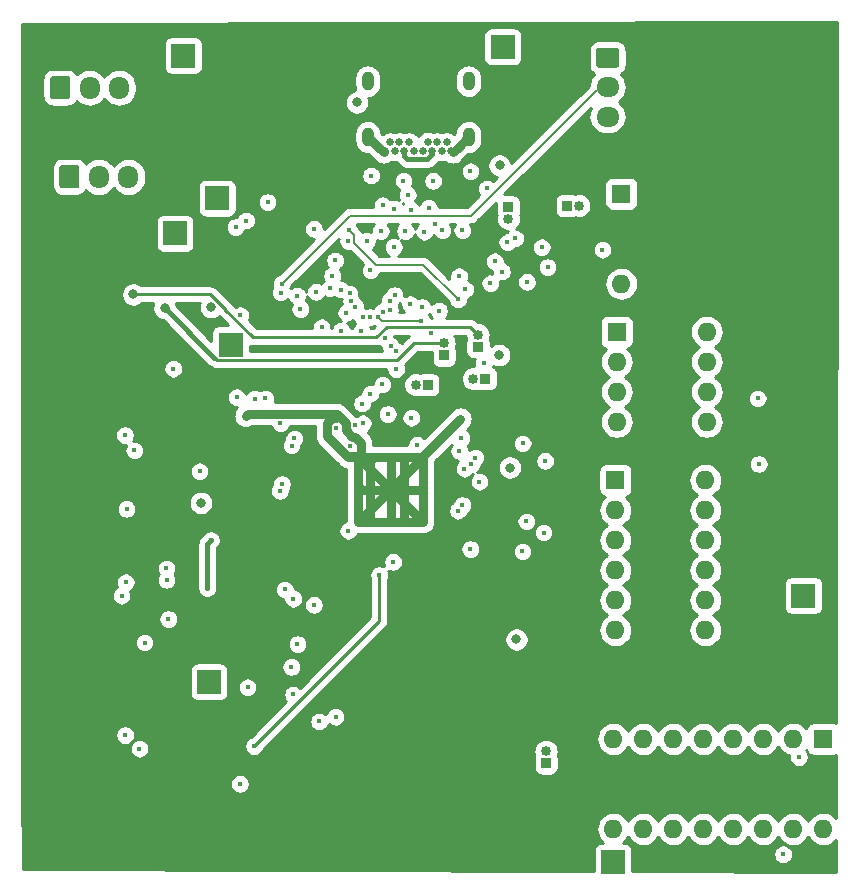
<source format=gbr>
G04 #@! TF.GenerationSoftware,KiCad,Pcbnew,(5.1.0)-1*
G04 #@! TF.CreationDate,2019-05-23T13:16:00+05:30*
G04 #@! TF.ProjectId,typec,74797065-632e-46b6-9963-61645f706362,rev?*
G04 #@! TF.SameCoordinates,Original*
G04 #@! TF.FileFunction,Copper,L3,Inr*
G04 #@! TF.FilePolarity,Positive*
%FSLAX46Y46*%
G04 Gerber Fmt 4.6, Leading zero omitted, Abs format (unit mm)*
G04 Created by KiCad (PCBNEW (5.1.0)-1) date 2019-05-23 13:16:00*
%MOMM*%
%LPD*%
G04 APERTURE LIST*
%ADD10R,1.600000X1.600000*%
%ADD11O,1.600000X1.600000*%
%ADD12R,2.000000X2.000000*%
%ADD13C,0.650000*%
%ADD14O,1.000000X1.600000*%
%ADD15C,0.500000*%
%ADD16R,0.850000X0.850000*%
%ADD17O,0.850000X0.850000*%
%ADD18C,0.100000*%
%ADD19C,1.700000*%
%ADD20O,1.950000X1.700000*%
%ADD21O,1.700000X1.950000*%
%ADD22C,0.400000*%
%ADD23C,0.800000*%
%ADD24C,0.400000*%
%ADD25C,0.200000*%
%ADD26C,0.250000*%
%ADD27C,0.800000*%
%ADD28C,0.254000*%
G04 APERTURE END LIST*
D10*
X162598100Y-59405520D03*
D11*
X170218100Y-67025520D03*
X162598100Y-61945520D03*
X170218100Y-64485520D03*
X162598100Y-64485520D03*
X170218100Y-61945520D03*
X162598100Y-67025520D03*
X170218100Y-59405520D03*
D12*
X128070860Y-89032520D03*
X129910840Y-60487560D03*
X128775460Y-48092360D03*
D13*
X142996000Y-44077200D03*
X143396000Y-43377200D03*
X143796000Y-44077200D03*
X144196000Y-43377200D03*
X144596000Y-44077200D03*
X144996000Y-43377200D03*
X145396000Y-44077200D03*
X146196000Y-44077200D03*
X146596000Y-43367200D03*
X146996000Y-44077200D03*
X147396000Y-43377200D03*
X148196000Y-43377200D03*
X148596000Y-44077200D03*
X147796000Y-44077200D03*
D14*
X141526000Y-42927200D03*
X141526000Y-38197200D03*
X150066000Y-42927200D03*
X150066000Y-38197200D03*
D12*
X152943560Y-35270440D03*
D11*
X162986720Y-55333900D03*
D10*
X162986720Y-47713900D03*
D12*
X125907800Y-36017200D03*
X125188980Y-51074320D03*
D10*
X162483800Y-71958200D03*
D11*
X170103800Y-84658200D03*
X162483800Y-74498200D03*
X170103800Y-82118200D03*
X162483800Y-77038200D03*
X170103800Y-79578200D03*
X162483800Y-79578200D03*
X170103800Y-77038200D03*
X162483800Y-82118200D03*
X170103800Y-74498200D03*
X162483800Y-84658200D03*
X170103800Y-71958200D03*
D10*
X180086000Y-93878400D03*
D11*
X162306000Y-101498400D03*
X177546000Y-93878400D03*
X164846000Y-101498400D03*
X175006000Y-93878400D03*
X167386000Y-101498400D03*
X172466000Y-93878400D03*
X169926000Y-101498400D03*
X169926000Y-93878400D03*
X172466000Y-101498400D03*
X167386000Y-93878400D03*
X175006000Y-101498400D03*
X164846000Y-93878400D03*
X177546000Y-101498400D03*
X162306000Y-93878400D03*
X180086000Y-101498400D03*
D12*
X178409600Y-81737200D03*
X162285680Y-104284780D03*
D15*
X140709200Y-70021000D03*
X142084200Y-70021000D03*
X143459200Y-70021000D03*
X144834200Y-70021000D03*
X146209200Y-70021000D03*
X140709200Y-71396000D03*
X142084200Y-71396000D03*
X143459200Y-71396000D03*
X144834200Y-71396000D03*
X146209200Y-71396000D03*
X140709200Y-72771000D03*
X142084200Y-72771000D03*
X143459200Y-72771000D03*
X144834200Y-72771000D03*
X146209200Y-72771000D03*
X140709200Y-74146000D03*
X142084200Y-74146000D03*
X143459200Y-74146000D03*
X144834200Y-74146000D03*
X146209200Y-74146000D03*
X140709200Y-75521000D03*
X142084200Y-75521000D03*
X143459200Y-75521000D03*
X144834200Y-75521000D03*
X146209200Y-75521000D03*
D16*
X156616400Y-95910400D03*
D17*
X156616400Y-94910400D03*
D18*
G36*
X162572904Y-35346204D02*
G01*
X162597173Y-35349804D01*
X162620971Y-35355765D01*
X162644071Y-35364030D01*
X162666249Y-35374520D01*
X162687293Y-35387133D01*
X162706998Y-35401747D01*
X162725177Y-35418223D01*
X162741653Y-35436402D01*
X162756267Y-35456107D01*
X162768880Y-35477151D01*
X162779370Y-35499329D01*
X162787635Y-35522429D01*
X162793596Y-35546227D01*
X162797196Y-35570496D01*
X162798400Y-35595000D01*
X162798400Y-36795000D01*
X162797196Y-36819504D01*
X162793596Y-36843773D01*
X162787635Y-36867571D01*
X162779370Y-36890671D01*
X162768880Y-36912849D01*
X162756267Y-36933893D01*
X162741653Y-36953598D01*
X162725177Y-36971777D01*
X162706998Y-36988253D01*
X162687293Y-37002867D01*
X162666249Y-37015480D01*
X162644071Y-37025970D01*
X162620971Y-37034235D01*
X162597173Y-37040196D01*
X162572904Y-37043796D01*
X162548400Y-37045000D01*
X161098400Y-37045000D01*
X161073896Y-37043796D01*
X161049627Y-37040196D01*
X161025829Y-37034235D01*
X161002729Y-37025970D01*
X160980551Y-37015480D01*
X160959507Y-37002867D01*
X160939802Y-36988253D01*
X160921623Y-36971777D01*
X160905147Y-36953598D01*
X160890533Y-36933893D01*
X160877920Y-36912849D01*
X160867430Y-36890671D01*
X160859165Y-36867571D01*
X160853204Y-36843773D01*
X160849604Y-36819504D01*
X160848400Y-36795000D01*
X160848400Y-35595000D01*
X160849604Y-35570496D01*
X160853204Y-35546227D01*
X160859165Y-35522429D01*
X160867430Y-35499329D01*
X160877920Y-35477151D01*
X160890533Y-35456107D01*
X160905147Y-35436402D01*
X160921623Y-35418223D01*
X160939802Y-35401747D01*
X160959507Y-35387133D01*
X160980551Y-35374520D01*
X161002729Y-35364030D01*
X161025829Y-35355765D01*
X161049627Y-35349804D01*
X161073896Y-35346204D01*
X161098400Y-35345000D01*
X162548400Y-35345000D01*
X162572904Y-35346204D01*
X162572904Y-35346204D01*
G37*
D19*
X161823400Y-36195000D03*
D20*
X161823400Y-38695000D03*
X161823400Y-41195000D03*
D18*
G36*
X116092904Y-37761204D02*
G01*
X116117173Y-37764804D01*
X116140971Y-37770765D01*
X116164071Y-37779030D01*
X116186249Y-37789520D01*
X116207293Y-37802133D01*
X116226998Y-37816747D01*
X116245177Y-37833223D01*
X116261653Y-37851402D01*
X116276267Y-37871107D01*
X116288880Y-37892151D01*
X116299370Y-37914329D01*
X116307635Y-37937429D01*
X116313596Y-37961227D01*
X116317196Y-37985496D01*
X116318400Y-38010000D01*
X116318400Y-39460000D01*
X116317196Y-39484504D01*
X116313596Y-39508773D01*
X116307635Y-39532571D01*
X116299370Y-39555671D01*
X116288880Y-39577849D01*
X116276267Y-39598893D01*
X116261653Y-39618598D01*
X116245177Y-39636777D01*
X116226998Y-39653253D01*
X116207293Y-39667867D01*
X116186249Y-39680480D01*
X116164071Y-39690970D01*
X116140971Y-39699235D01*
X116117173Y-39705196D01*
X116092904Y-39708796D01*
X116068400Y-39710000D01*
X114868400Y-39710000D01*
X114843896Y-39708796D01*
X114819627Y-39705196D01*
X114795829Y-39699235D01*
X114772729Y-39690970D01*
X114750551Y-39680480D01*
X114729507Y-39667867D01*
X114709802Y-39653253D01*
X114691623Y-39636777D01*
X114675147Y-39618598D01*
X114660533Y-39598893D01*
X114647920Y-39577849D01*
X114637430Y-39555671D01*
X114629165Y-39532571D01*
X114623204Y-39508773D01*
X114619604Y-39484504D01*
X114618400Y-39460000D01*
X114618400Y-38010000D01*
X114619604Y-37985496D01*
X114623204Y-37961227D01*
X114629165Y-37937429D01*
X114637430Y-37914329D01*
X114647920Y-37892151D01*
X114660533Y-37871107D01*
X114675147Y-37851402D01*
X114691623Y-37833223D01*
X114709802Y-37816747D01*
X114729507Y-37802133D01*
X114750551Y-37789520D01*
X114772729Y-37779030D01*
X114795829Y-37770765D01*
X114819627Y-37764804D01*
X114843896Y-37761204D01*
X114868400Y-37760000D01*
X116068400Y-37760000D01*
X116092904Y-37761204D01*
X116092904Y-37761204D01*
G37*
D19*
X115468400Y-38735000D03*
D21*
X117968400Y-38735000D03*
X120468400Y-38735000D03*
X121255800Y-46278800D03*
X118755800Y-46278800D03*
D18*
G36*
X116880304Y-45305004D02*
G01*
X116904573Y-45308604D01*
X116928371Y-45314565D01*
X116951471Y-45322830D01*
X116973649Y-45333320D01*
X116994693Y-45345933D01*
X117014398Y-45360547D01*
X117032577Y-45377023D01*
X117049053Y-45395202D01*
X117063667Y-45414907D01*
X117076280Y-45435951D01*
X117086770Y-45458129D01*
X117095035Y-45481229D01*
X117100996Y-45505027D01*
X117104596Y-45529296D01*
X117105800Y-45553800D01*
X117105800Y-47003800D01*
X117104596Y-47028304D01*
X117100996Y-47052573D01*
X117095035Y-47076371D01*
X117086770Y-47099471D01*
X117076280Y-47121649D01*
X117063667Y-47142693D01*
X117049053Y-47162398D01*
X117032577Y-47180577D01*
X117014398Y-47197053D01*
X116994693Y-47211667D01*
X116973649Y-47224280D01*
X116951471Y-47234770D01*
X116928371Y-47243035D01*
X116904573Y-47248996D01*
X116880304Y-47252596D01*
X116855800Y-47253800D01*
X115655800Y-47253800D01*
X115631296Y-47252596D01*
X115607027Y-47248996D01*
X115583229Y-47243035D01*
X115560129Y-47234770D01*
X115537951Y-47224280D01*
X115516907Y-47211667D01*
X115497202Y-47197053D01*
X115479023Y-47180577D01*
X115462547Y-47162398D01*
X115447933Y-47142693D01*
X115435320Y-47121649D01*
X115424830Y-47099471D01*
X115416565Y-47076371D01*
X115410604Y-47052573D01*
X115407004Y-47028304D01*
X115405800Y-47003800D01*
X115405800Y-45553800D01*
X115407004Y-45529296D01*
X115410604Y-45505027D01*
X115416565Y-45481229D01*
X115424830Y-45458129D01*
X115435320Y-45435951D01*
X115447933Y-45414907D01*
X115462547Y-45395202D01*
X115479023Y-45377023D01*
X115497202Y-45360547D01*
X115516907Y-45345933D01*
X115537951Y-45333320D01*
X115560129Y-45322830D01*
X115583229Y-45314565D01*
X115607027Y-45308604D01*
X115631296Y-45305004D01*
X115655800Y-45303800D01*
X116855800Y-45303800D01*
X116880304Y-45305004D01*
X116880304Y-45305004D01*
G37*
D19*
X116255800Y-46278800D03*
D16*
X150850600Y-60655200D03*
D17*
X150850600Y-59655200D03*
X150460200Y-63373000D03*
D16*
X151460200Y-63373000D03*
X146583400Y-63881000D03*
D17*
X145583400Y-63881000D03*
D16*
X147980400Y-61391800D03*
D17*
X147980400Y-60391800D03*
X153436240Y-49841660D03*
D16*
X153436240Y-48841660D03*
X158396940Y-48717200D03*
D17*
X159396940Y-48717200D03*
D22*
X144546000Y-46609000D03*
X147046000Y-46634400D03*
D23*
X140589000Y-39979600D03*
D22*
X137134600Y-56032400D03*
X137614800Y-59029600D03*
D23*
X152638760Y-61374020D03*
X153545400Y-70895990D03*
X152679400Y-45313600D03*
D22*
X151897080Y-55300880D03*
D23*
X128267888Y-57329912D03*
D22*
X153331284Y-51825401D03*
X146304000Y-50927001D03*
X146683635Y-48892491D03*
X147830046Y-50827446D03*
X153992246Y-51496414D03*
X144907000Y-47802800D03*
X150210140Y-45821601D03*
X141808200Y-46177200D03*
X140122470Y-56823950D03*
X147194400Y-50239800D03*
X144678400Y-50901600D03*
X139984400Y-56159400D03*
X143770206Y-48967946D03*
D23*
X127400050Y-73894950D03*
D22*
X146116268Y-57312332D03*
X149255200Y-54711600D03*
X154999263Y-55186200D03*
X135562801Y-85848999D03*
X130433219Y-64945260D03*
X131937020Y-65065380D03*
X161391600Y-52451000D03*
X156244210Y-52256610D03*
X152273000Y-53441600D03*
X151333200Y-62077600D03*
X145116000Y-57073800D03*
X143384400Y-56771882D03*
X142766200Y-63860429D03*
X147548600Y-57612333D03*
X143784400Y-56304127D03*
X143891000Y-61036200D03*
X143713200Y-52222400D03*
X149529800Y-50825400D03*
X141046200Y-65481200D03*
X143209200Y-66370200D03*
X130327400Y-50546000D03*
X139877800Y-51739800D03*
X138760200Y-53365400D03*
X134223100Y-55332952D03*
X141681200Y-58166000D03*
X140970000Y-59359800D03*
X142787504Y-57689053D03*
X142951200Y-59954200D03*
X142392400Y-58140600D03*
X146050000Y-58470800D03*
X143916400Y-62560200D03*
X139707003Y-57795422D03*
X134137399Y-56083200D03*
X140470553Y-57319676D03*
X149755200Y-55808880D03*
X139217400Y-55829200D03*
X138506200Y-54656000D03*
X139890845Y-50761555D03*
X149174200Y-56667400D03*
X133039330Y-48426850D03*
X125046740Y-62534800D03*
X139268200Y-59309000D03*
X141081921Y-58195432D03*
X135536396Y-56339196D03*
X135813800Y-57480200D03*
X143383000Y-57531000D03*
X142621000Y-50901600D03*
X141452600Y-51714400D03*
X150200000Y-77800000D03*
X154612500Y-78000000D03*
X135052000Y-87782400D03*
X135200000Y-90115000D03*
X145690776Y-68977342D03*
X140058140Y-69080380D03*
X139877029Y-76244481D03*
X138861800Y-67513200D03*
X141097000Y-67157600D03*
X127930001Y-81110199D03*
X128231711Y-77048532D03*
X124630000Y-83730200D03*
X124485400Y-80416400D03*
X140462000Y-67335400D03*
X154940000Y-75460141D03*
D23*
X154101800Y-85445600D03*
D22*
X137400000Y-92400000D03*
X138800000Y-92000000D03*
X141734400Y-64643000D03*
X135218750Y-82000000D03*
X131345800Y-89509600D03*
X174614840Y-70599300D03*
X174533560Y-65044180D03*
X150266400Y-70637400D03*
X149526457Y-74073543D03*
X149170649Y-74556661D03*
X149453600Y-68402200D03*
X150977600Y-72095990D03*
X149707600Y-70993000D03*
X149275800Y-69494400D03*
X150622000Y-70053200D03*
X135305800Y-68436455D03*
X121749920Y-69456300D03*
X135074660Y-69034660D03*
X120954800Y-68148200D03*
X134247993Y-72299237D03*
X120675400Y-81744820D03*
X134075085Y-72873785D03*
X121028650Y-80619600D03*
X122186700Y-94703900D03*
X134493751Y-81221580D03*
X120980200Y-93548200D03*
X136965219Y-82525001D03*
X131902200Y-94488000D03*
X142500000Y-80000000D03*
X143662400Y-78894940D03*
X130695700Y-97675700D03*
X152872652Y-54311055D03*
X156743400Y-53924200D03*
X142770205Y-48684706D03*
X145160151Y-49061891D03*
X138328400Y-55702200D03*
X141742428Y-54214028D03*
X151612600Y-47269400D03*
X143466735Y-60611935D03*
X146835684Y-59535884D03*
X149367340Y-66758820D03*
X138833946Y-66833946D03*
X156531063Y-70331062D03*
X154635200Y-68857000D03*
X156400000Y-76400000D03*
X178028600Y-95415100D03*
X176682400Y-103647240D03*
X124480320Y-79435960D03*
X122628660Y-85722460D03*
X121094500Y-74396600D03*
X127279400Y-71221600D03*
X131173220Y-66540380D03*
D23*
X124321740Y-57404000D03*
X121666000Y-56235600D03*
D22*
X132849620Y-65051940D03*
X134129780Y-67147480D03*
X145211800Y-66675000D03*
X131216400Y-49987200D03*
X136956800Y-50698400D03*
X130733800Y-58013600D03*
D24*
X144596000Y-44536819D02*
X144596000Y-44077200D01*
X144861382Y-44802201D02*
X144596000Y-44536819D01*
X146544001Y-44802201D02*
X144861382Y-44802201D01*
X146996000Y-44350202D02*
X146544001Y-44802201D01*
X146996000Y-44077200D02*
X146996000Y-44350202D01*
D25*
X160902400Y-38912800D02*
X162077400Y-38912800D01*
X150253308Y-49561892D02*
X160902400Y-38912800D01*
X139994160Y-49561892D02*
X150253308Y-49561892D01*
X134223100Y-55332952D02*
X139994160Y-49561892D01*
X142829249Y-58470800D02*
X146050000Y-58470800D01*
X142392400Y-58140600D02*
X142722600Y-58470800D01*
X142722600Y-58470800D02*
X142829249Y-58470800D01*
X149174200Y-56667400D02*
X146220827Y-53714027D01*
X140090844Y-50961554D02*
X139890845Y-50761555D01*
X140377801Y-51248511D02*
X140090844Y-50961554D01*
X140377801Y-51884201D02*
X140377801Y-51248511D01*
X142207627Y-53714027D02*
X140377801Y-51884201D01*
X143020427Y-53714027D02*
X142207627Y-53714027D01*
X146220827Y-53714027D02*
X143020427Y-53714027D01*
X143020427Y-53714027D02*
X142843317Y-53714027D01*
D24*
X127930001Y-77350242D02*
X128231711Y-77048532D01*
X127930001Y-81110199D02*
X127930001Y-77350242D01*
D26*
X142500000Y-83890200D02*
X142500000Y-80000000D01*
X131902200Y-94488000D02*
X142500000Y-83890200D01*
D25*
X150066000Y-42927200D02*
X150066000Y-43227200D01*
X149055619Y-44077200D02*
X148596000Y-44077200D01*
D24*
X138551104Y-66833946D02*
X138833946Y-66833946D01*
X138261799Y-67123251D02*
X138551104Y-66833946D01*
X138261799Y-68172041D02*
X138261799Y-67123251D01*
X139860759Y-69771001D02*
X138261799Y-68172041D01*
X140459201Y-69771001D02*
X139860759Y-69771001D01*
X140709200Y-70021000D02*
X140459201Y-69771001D01*
X148916000Y-44077200D02*
X150066000Y-42927200D01*
X148596000Y-44077200D02*
X148916000Y-44077200D01*
X142676000Y-44077200D02*
X141526000Y-42927200D01*
X142996000Y-44077200D02*
X142676000Y-44077200D01*
D27*
X149121001Y-43821201D02*
X148730501Y-44211701D01*
X150066000Y-42927200D02*
X150015002Y-42927200D01*
X150015002Y-42927200D02*
X149121001Y-43821201D01*
X142470999Y-43821201D02*
X142861499Y-44211701D01*
X141526000Y-42927200D02*
X141576998Y-42927200D01*
X141576998Y-42927200D02*
X142470999Y-43821201D01*
X138061799Y-67129199D02*
X138477799Y-66713199D01*
X138061799Y-68268041D02*
X138061799Y-67129199D01*
X139814758Y-70021000D02*
X138061799Y-68268041D01*
X138477799Y-66713199D02*
X138833946Y-66713199D01*
X146209200Y-70021000D02*
X146209200Y-75104440D01*
X146209200Y-75104440D02*
X146209200Y-75521000D01*
X140709200Y-70021000D02*
X146209200Y-75521000D01*
X140709200Y-75521000D02*
X146209200Y-70021000D01*
X146209200Y-69916960D02*
X149367340Y-66758820D01*
X146209200Y-70021000D02*
X146209200Y-69916960D01*
X131366121Y-66347479D02*
X131173220Y-66540380D01*
X140222977Y-68280379D02*
X139661999Y-67719401D01*
X140442141Y-68280379D02*
X140222977Y-68280379D01*
X140959199Y-68797437D02*
X140442141Y-68280379D01*
X138880081Y-66347479D02*
X131366121Y-66347479D01*
X139661999Y-67129397D02*
X138880081Y-66347479D01*
X139661999Y-67719401D02*
X139661999Y-67129397D01*
X140959199Y-69771001D02*
X140959199Y-68797437D01*
X140709200Y-70021000D02*
X140959199Y-69771001D01*
X139814758Y-70021000D02*
X140709200Y-70021000D01*
X144558200Y-70070900D02*
X144608100Y-70021000D01*
X144558200Y-75521000D02*
X144558200Y-70070900D01*
X144608100Y-70021000D02*
X146209200Y-70021000D01*
X140709200Y-70021000D02*
X144608100Y-70021000D01*
X146209200Y-75521000D02*
X144558200Y-75521000D01*
X141834201Y-70270999D02*
X142084200Y-70021000D01*
X141738800Y-70366400D02*
X141834201Y-70270999D01*
X141738800Y-75521000D02*
X141738800Y-70366400D01*
X141738800Y-75521000D02*
X140709200Y-75521000D01*
X140994500Y-72771000D02*
X140709200Y-72485700D01*
X146209200Y-72771000D02*
X140994500Y-72771000D01*
X140709200Y-75521000D02*
X140709200Y-72485700D01*
X140709200Y-72485700D02*
X140709200Y-70021000D01*
X143459200Y-75299200D02*
X143237400Y-75521000D01*
X143459200Y-70021000D02*
X143459200Y-75299200D01*
X144558200Y-75521000D02*
X143237400Y-75521000D01*
X143237400Y-75521000D02*
X141738800Y-75521000D01*
D26*
X147379360Y-60391800D02*
X147980400Y-60391800D01*
D24*
X128511761Y-61594021D02*
X124321740Y-57404000D01*
D26*
X144002641Y-61812561D02*
X145423402Y-60391800D01*
X128730301Y-61812561D02*
X144002641Y-61812561D01*
X124321740Y-57404000D02*
X128730301Y-61812561D01*
X145423402Y-60391800D02*
X147980400Y-60391800D01*
X142243597Y-59884801D02*
X143132597Y-58995801D01*
X131827999Y-59884801D02*
X142243597Y-59884801D01*
X129379682Y-57436484D02*
X131827999Y-59884801D01*
D25*
X141210001Y-59859801D02*
X131823083Y-59859801D01*
X150850600Y-59655200D02*
X150231283Y-59035883D01*
D26*
X149690599Y-58995801D02*
X149868399Y-58995801D01*
X143132597Y-58995801D02*
X149690599Y-58995801D01*
X150191201Y-58995801D02*
X149690599Y-58995801D01*
X150850600Y-59655200D02*
X150191201Y-58995801D01*
X124226342Y-56235600D02*
X121666000Y-56235600D01*
X128198882Y-56235600D02*
X124226342Y-56235600D01*
X129529841Y-57566559D02*
X128198882Y-56235600D01*
D25*
X129529841Y-57566559D02*
X129399766Y-57436484D01*
X131823083Y-59859801D02*
X129529841Y-57566559D01*
D28*
G36*
X178887068Y-102299501D02*
G01*
X179066392Y-102518008D01*
X179284899Y-102697332D01*
X179534192Y-102830582D01*
X179804691Y-102912636D01*
X180015508Y-102933400D01*
X180156492Y-102933400D01*
X180367309Y-102912636D01*
X180637808Y-102830582D01*
X180887101Y-102697332D01*
X181105608Y-102518008D01*
X181182127Y-102424769D01*
X181179289Y-105154011D01*
X163923752Y-105091581D01*
X163923752Y-103565000D01*
X175847400Y-103565000D01*
X175847400Y-103729480D01*
X175879489Y-103890800D01*
X175942433Y-104042761D01*
X176033813Y-104179521D01*
X176150119Y-104295827D01*
X176286879Y-104387207D01*
X176438840Y-104450151D01*
X176600160Y-104482240D01*
X176764640Y-104482240D01*
X176925960Y-104450151D01*
X177077921Y-104387207D01*
X177214681Y-104295827D01*
X177330987Y-104179521D01*
X177422367Y-104042761D01*
X177485311Y-103890800D01*
X177517400Y-103729480D01*
X177517400Y-103565000D01*
X177485311Y-103403680D01*
X177422367Y-103251719D01*
X177330987Y-103114959D01*
X177214681Y-102998653D01*
X177077921Y-102907273D01*
X176925960Y-102844329D01*
X176764640Y-102812240D01*
X176600160Y-102812240D01*
X176438840Y-102844329D01*
X176286879Y-102907273D01*
X176150119Y-102998653D01*
X176033813Y-103114959D01*
X175942433Y-103251719D01*
X175879489Y-103403680D01*
X175847400Y-103565000D01*
X163923752Y-103565000D01*
X163923752Y-103284780D01*
X163911492Y-103160298D01*
X163875182Y-103040600D01*
X163816217Y-102930286D01*
X163736865Y-102833595D01*
X163640174Y-102754243D01*
X163529860Y-102695278D01*
X163410162Y-102658968D01*
X163285680Y-102646708D01*
X163168787Y-102646708D01*
X163325608Y-102518008D01*
X163504932Y-102299501D01*
X163576000Y-102166542D01*
X163647068Y-102299501D01*
X163826392Y-102518008D01*
X164044899Y-102697332D01*
X164294192Y-102830582D01*
X164564691Y-102912636D01*
X164775508Y-102933400D01*
X164916492Y-102933400D01*
X165127309Y-102912636D01*
X165397808Y-102830582D01*
X165647101Y-102697332D01*
X165865608Y-102518008D01*
X166044932Y-102299501D01*
X166116000Y-102166542D01*
X166187068Y-102299501D01*
X166366392Y-102518008D01*
X166584899Y-102697332D01*
X166834192Y-102830582D01*
X167104691Y-102912636D01*
X167315508Y-102933400D01*
X167456492Y-102933400D01*
X167667309Y-102912636D01*
X167937808Y-102830582D01*
X168187101Y-102697332D01*
X168405608Y-102518008D01*
X168584932Y-102299501D01*
X168656000Y-102166542D01*
X168727068Y-102299501D01*
X168906392Y-102518008D01*
X169124899Y-102697332D01*
X169374192Y-102830582D01*
X169644691Y-102912636D01*
X169855508Y-102933400D01*
X169996492Y-102933400D01*
X170207309Y-102912636D01*
X170477808Y-102830582D01*
X170727101Y-102697332D01*
X170945608Y-102518008D01*
X171124932Y-102299501D01*
X171196000Y-102166542D01*
X171267068Y-102299501D01*
X171446392Y-102518008D01*
X171664899Y-102697332D01*
X171914192Y-102830582D01*
X172184691Y-102912636D01*
X172395508Y-102933400D01*
X172536492Y-102933400D01*
X172747309Y-102912636D01*
X173017808Y-102830582D01*
X173267101Y-102697332D01*
X173485608Y-102518008D01*
X173664932Y-102299501D01*
X173736000Y-102166542D01*
X173807068Y-102299501D01*
X173986392Y-102518008D01*
X174204899Y-102697332D01*
X174454192Y-102830582D01*
X174724691Y-102912636D01*
X174935508Y-102933400D01*
X175076492Y-102933400D01*
X175287309Y-102912636D01*
X175557808Y-102830582D01*
X175807101Y-102697332D01*
X176025608Y-102518008D01*
X176204932Y-102299501D01*
X176276000Y-102166542D01*
X176347068Y-102299501D01*
X176526392Y-102518008D01*
X176744899Y-102697332D01*
X176994192Y-102830582D01*
X177264691Y-102912636D01*
X177475508Y-102933400D01*
X177616492Y-102933400D01*
X177827309Y-102912636D01*
X178097808Y-102830582D01*
X178347101Y-102697332D01*
X178565608Y-102518008D01*
X178744932Y-102299501D01*
X178816000Y-102166542D01*
X178887068Y-102299501D01*
X178887068Y-102299501D01*
G37*
X178887068Y-102299501D02*
X179066392Y-102518008D01*
X179284899Y-102697332D01*
X179534192Y-102830582D01*
X179804691Y-102912636D01*
X180015508Y-102933400D01*
X180156492Y-102933400D01*
X180367309Y-102912636D01*
X180637808Y-102830582D01*
X180887101Y-102697332D01*
X181105608Y-102518008D01*
X181182127Y-102424769D01*
X181179289Y-105154011D01*
X163923752Y-105091581D01*
X163923752Y-103565000D01*
X175847400Y-103565000D01*
X175847400Y-103729480D01*
X175879489Y-103890800D01*
X175942433Y-104042761D01*
X176033813Y-104179521D01*
X176150119Y-104295827D01*
X176286879Y-104387207D01*
X176438840Y-104450151D01*
X176600160Y-104482240D01*
X176764640Y-104482240D01*
X176925960Y-104450151D01*
X177077921Y-104387207D01*
X177214681Y-104295827D01*
X177330987Y-104179521D01*
X177422367Y-104042761D01*
X177485311Y-103890800D01*
X177517400Y-103729480D01*
X177517400Y-103565000D01*
X177485311Y-103403680D01*
X177422367Y-103251719D01*
X177330987Y-103114959D01*
X177214681Y-102998653D01*
X177077921Y-102907273D01*
X176925960Y-102844329D01*
X176764640Y-102812240D01*
X176600160Y-102812240D01*
X176438840Y-102844329D01*
X176286879Y-102907273D01*
X176150119Y-102998653D01*
X176033813Y-103114959D01*
X175942433Y-103251719D01*
X175879489Y-103403680D01*
X175847400Y-103565000D01*
X163923752Y-103565000D01*
X163923752Y-103284780D01*
X163911492Y-103160298D01*
X163875182Y-103040600D01*
X163816217Y-102930286D01*
X163736865Y-102833595D01*
X163640174Y-102754243D01*
X163529860Y-102695278D01*
X163410162Y-102658968D01*
X163285680Y-102646708D01*
X163168787Y-102646708D01*
X163325608Y-102518008D01*
X163504932Y-102299501D01*
X163576000Y-102166542D01*
X163647068Y-102299501D01*
X163826392Y-102518008D01*
X164044899Y-102697332D01*
X164294192Y-102830582D01*
X164564691Y-102912636D01*
X164775508Y-102933400D01*
X164916492Y-102933400D01*
X165127309Y-102912636D01*
X165397808Y-102830582D01*
X165647101Y-102697332D01*
X165865608Y-102518008D01*
X166044932Y-102299501D01*
X166116000Y-102166542D01*
X166187068Y-102299501D01*
X166366392Y-102518008D01*
X166584899Y-102697332D01*
X166834192Y-102830582D01*
X167104691Y-102912636D01*
X167315508Y-102933400D01*
X167456492Y-102933400D01*
X167667309Y-102912636D01*
X167937808Y-102830582D01*
X168187101Y-102697332D01*
X168405608Y-102518008D01*
X168584932Y-102299501D01*
X168656000Y-102166542D01*
X168727068Y-102299501D01*
X168906392Y-102518008D01*
X169124899Y-102697332D01*
X169374192Y-102830582D01*
X169644691Y-102912636D01*
X169855508Y-102933400D01*
X169996492Y-102933400D01*
X170207309Y-102912636D01*
X170477808Y-102830582D01*
X170727101Y-102697332D01*
X170945608Y-102518008D01*
X171124932Y-102299501D01*
X171196000Y-102166542D01*
X171267068Y-102299501D01*
X171446392Y-102518008D01*
X171664899Y-102697332D01*
X171914192Y-102830582D01*
X172184691Y-102912636D01*
X172395508Y-102933400D01*
X172536492Y-102933400D01*
X172747309Y-102912636D01*
X173017808Y-102830582D01*
X173267101Y-102697332D01*
X173485608Y-102518008D01*
X173664932Y-102299501D01*
X173736000Y-102166542D01*
X173807068Y-102299501D01*
X173986392Y-102518008D01*
X174204899Y-102697332D01*
X174454192Y-102830582D01*
X174724691Y-102912636D01*
X174935508Y-102933400D01*
X175076492Y-102933400D01*
X175287309Y-102912636D01*
X175557808Y-102830582D01*
X175807101Y-102697332D01*
X176025608Y-102518008D01*
X176204932Y-102299501D01*
X176276000Y-102166542D01*
X176347068Y-102299501D01*
X176526392Y-102518008D01*
X176744899Y-102697332D01*
X176994192Y-102830582D01*
X177264691Y-102912636D01*
X177475508Y-102933400D01*
X177616492Y-102933400D01*
X177827309Y-102912636D01*
X178097808Y-102830582D01*
X178347101Y-102697332D01*
X178565608Y-102518008D01*
X178744932Y-102299501D01*
X178816000Y-102166542D01*
X178887068Y-102299501D01*
G36*
X181192424Y-92522169D02*
G01*
X181130180Y-92488898D01*
X181010482Y-92452588D01*
X180886000Y-92440328D01*
X179286000Y-92440328D01*
X179161518Y-92452588D01*
X179041820Y-92488898D01*
X178931506Y-92547863D01*
X178834815Y-92627215D01*
X178755463Y-92723906D01*
X178696498Y-92834220D01*
X178660188Y-92953918D01*
X178658419Y-92971882D01*
X178565608Y-92858792D01*
X178347101Y-92679468D01*
X178097808Y-92546218D01*
X177827309Y-92464164D01*
X177616492Y-92443400D01*
X177475508Y-92443400D01*
X177264691Y-92464164D01*
X176994192Y-92546218D01*
X176744899Y-92679468D01*
X176526392Y-92858792D01*
X176347068Y-93077299D01*
X176276000Y-93210258D01*
X176204932Y-93077299D01*
X176025608Y-92858792D01*
X175807101Y-92679468D01*
X175557808Y-92546218D01*
X175287309Y-92464164D01*
X175076492Y-92443400D01*
X174935508Y-92443400D01*
X174724691Y-92464164D01*
X174454192Y-92546218D01*
X174204899Y-92679468D01*
X173986392Y-92858792D01*
X173807068Y-93077299D01*
X173736000Y-93210258D01*
X173664932Y-93077299D01*
X173485608Y-92858792D01*
X173267101Y-92679468D01*
X173017808Y-92546218D01*
X172747309Y-92464164D01*
X172536492Y-92443400D01*
X172395508Y-92443400D01*
X172184691Y-92464164D01*
X171914192Y-92546218D01*
X171664899Y-92679468D01*
X171446392Y-92858792D01*
X171267068Y-93077299D01*
X171196000Y-93210258D01*
X171124932Y-93077299D01*
X170945608Y-92858792D01*
X170727101Y-92679468D01*
X170477808Y-92546218D01*
X170207309Y-92464164D01*
X169996492Y-92443400D01*
X169855508Y-92443400D01*
X169644691Y-92464164D01*
X169374192Y-92546218D01*
X169124899Y-92679468D01*
X168906392Y-92858792D01*
X168727068Y-93077299D01*
X168656000Y-93210258D01*
X168584932Y-93077299D01*
X168405608Y-92858792D01*
X168187101Y-92679468D01*
X167937808Y-92546218D01*
X167667309Y-92464164D01*
X167456492Y-92443400D01*
X167315508Y-92443400D01*
X167104691Y-92464164D01*
X166834192Y-92546218D01*
X166584899Y-92679468D01*
X166366392Y-92858792D01*
X166187068Y-93077299D01*
X166116000Y-93210258D01*
X166044932Y-93077299D01*
X165865608Y-92858792D01*
X165647101Y-92679468D01*
X165397808Y-92546218D01*
X165127309Y-92464164D01*
X164916492Y-92443400D01*
X164775508Y-92443400D01*
X164564691Y-92464164D01*
X164294192Y-92546218D01*
X164044899Y-92679468D01*
X163826392Y-92858792D01*
X163647068Y-93077299D01*
X163576000Y-93210258D01*
X163504932Y-93077299D01*
X163325608Y-92858792D01*
X163107101Y-92679468D01*
X162857808Y-92546218D01*
X162587309Y-92464164D01*
X162376492Y-92443400D01*
X162235508Y-92443400D01*
X162024691Y-92464164D01*
X161754192Y-92546218D01*
X161504899Y-92679468D01*
X161286392Y-92858792D01*
X161107068Y-93077299D01*
X160973818Y-93326592D01*
X160891764Y-93597091D01*
X160864057Y-93878400D01*
X160891764Y-94159709D01*
X160973818Y-94430208D01*
X161107068Y-94679501D01*
X161286392Y-94898008D01*
X161504899Y-95077332D01*
X161754192Y-95210582D01*
X162024691Y-95292636D01*
X162235508Y-95313400D01*
X162376492Y-95313400D01*
X162587309Y-95292636D01*
X162857808Y-95210582D01*
X163107101Y-95077332D01*
X163325608Y-94898008D01*
X163504932Y-94679501D01*
X163576000Y-94546542D01*
X163647068Y-94679501D01*
X163826392Y-94898008D01*
X164044899Y-95077332D01*
X164294192Y-95210582D01*
X164564691Y-95292636D01*
X164775508Y-95313400D01*
X164916492Y-95313400D01*
X165127309Y-95292636D01*
X165397808Y-95210582D01*
X165647101Y-95077332D01*
X165865608Y-94898008D01*
X166044932Y-94679501D01*
X166116000Y-94546542D01*
X166187068Y-94679501D01*
X166366392Y-94898008D01*
X166584899Y-95077332D01*
X166834192Y-95210582D01*
X167104691Y-95292636D01*
X167315508Y-95313400D01*
X167456492Y-95313400D01*
X167667309Y-95292636D01*
X167937808Y-95210582D01*
X168187101Y-95077332D01*
X168405608Y-94898008D01*
X168584932Y-94679501D01*
X168656000Y-94546542D01*
X168727068Y-94679501D01*
X168906392Y-94898008D01*
X169124899Y-95077332D01*
X169374192Y-95210582D01*
X169644691Y-95292636D01*
X169855508Y-95313400D01*
X169996492Y-95313400D01*
X170207309Y-95292636D01*
X170477808Y-95210582D01*
X170727101Y-95077332D01*
X170945608Y-94898008D01*
X171124932Y-94679501D01*
X171196000Y-94546542D01*
X171267068Y-94679501D01*
X171446392Y-94898008D01*
X171664899Y-95077332D01*
X171914192Y-95210582D01*
X172184691Y-95292636D01*
X172395508Y-95313400D01*
X172536492Y-95313400D01*
X172747309Y-95292636D01*
X173017808Y-95210582D01*
X173267101Y-95077332D01*
X173485608Y-94898008D01*
X173664932Y-94679501D01*
X173736000Y-94546542D01*
X173807068Y-94679501D01*
X173986392Y-94898008D01*
X174204899Y-95077332D01*
X174454192Y-95210582D01*
X174724691Y-95292636D01*
X174935508Y-95313400D01*
X175076492Y-95313400D01*
X175287309Y-95292636D01*
X175557808Y-95210582D01*
X175807101Y-95077332D01*
X176025608Y-94898008D01*
X176204932Y-94679501D01*
X176276000Y-94546542D01*
X176347068Y-94679501D01*
X176526392Y-94898008D01*
X176744899Y-95077332D01*
X176994192Y-95210582D01*
X177205191Y-95274587D01*
X177193600Y-95332860D01*
X177193600Y-95497340D01*
X177225689Y-95658660D01*
X177288633Y-95810621D01*
X177380013Y-95947381D01*
X177496319Y-96063687D01*
X177633079Y-96155067D01*
X177785040Y-96218011D01*
X177946360Y-96250100D01*
X178110840Y-96250100D01*
X178272160Y-96218011D01*
X178424121Y-96155067D01*
X178560881Y-96063687D01*
X178677187Y-95947381D01*
X178768567Y-95810621D01*
X178831511Y-95658660D01*
X178863600Y-95497340D01*
X178863600Y-95332860D01*
X178831511Y-95171540D01*
X178793056Y-95078702D01*
X178834815Y-95129585D01*
X178931506Y-95208937D01*
X179041820Y-95267902D01*
X179161518Y-95304212D01*
X179286000Y-95316472D01*
X180886000Y-95316472D01*
X181010482Y-95304212D01*
X181130180Y-95267902D01*
X181189602Y-95236140D01*
X181184051Y-100574375D01*
X181105608Y-100478792D01*
X180887101Y-100299468D01*
X180637808Y-100166218D01*
X180367309Y-100084164D01*
X180156492Y-100063400D01*
X180015508Y-100063400D01*
X179804691Y-100084164D01*
X179534192Y-100166218D01*
X179284899Y-100299468D01*
X179066392Y-100478792D01*
X178887068Y-100697299D01*
X178816000Y-100830258D01*
X178744932Y-100697299D01*
X178565608Y-100478792D01*
X178347101Y-100299468D01*
X178097808Y-100166218D01*
X177827309Y-100084164D01*
X177616492Y-100063400D01*
X177475508Y-100063400D01*
X177264691Y-100084164D01*
X176994192Y-100166218D01*
X176744899Y-100299468D01*
X176526392Y-100478792D01*
X176347068Y-100697299D01*
X176276000Y-100830258D01*
X176204932Y-100697299D01*
X176025608Y-100478792D01*
X175807101Y-100299468D01*
X175557808Y-100166218D01*
X175287309Y-100084164D01*
X175076492Y-100063400D01*
X174935508Y-100063400D01*
X174724691Y-100084164D01*
X174454192Y-100166218D01*
X174204899Y-100299468D01*
X173986392Y-100478792D01*
X173807068Y-100697299D01*
X173736000Y-100830258D01*
X173664932Y-100697299D01*
X173485608Y-100478792D01*
X173267101Y-100299468D01*
X173017808Y-100166218D01*
X172747309Y-100084164D01*
X172536492Y-100063400D01*
X172395508Y-100063400D01*
X172184691Y-100084164D01*
X171914192Y-100166218D01*
X171664899Y-100299468D01*
X171446392Y-100478792D01*
X171267068Y-100697299D01*
X171196000Y-100830258D01*
X171124932Y-100697299D01*
X170945608Y-100478792D01*
X170727101Y-100299468D01*
X170477808Y-100166218D01*
X170207309Y-100084164D01*
X169996492Y-100063400D01*
X169855508Y-100063400D01*
X169644691Y-100084164D01*
X169374192Y-100166218D01*
X169124899Y-100299468D01*
X168906392Y-100478792D01*
X168727068Y-100697299D01*
X168656000Y-100830258D01*
X168584932Y-100697299D01*
X168405608Y-100478792D01*
X168187101Y-100299468D01*
X167937808Y-100166218D01*
X167667309Y-100084164D01*
X167456492Y-100063400D01*
X167315508Y-100063400D01*
X167104691Y-100084164D01*
X166834192Y-100166218D01*
X166584899Y-100299468D01*
X166366392Y-100478792D01*
X166187068Y-100697299D01*
X166116000Y-100830258D01*
X166044932Y-100697299D01*
X165865608Y-100478792D01*
X165647101Y-100299468D01*
X165397808Y-100166218D01*
X165127309Y-100084164D01*
X164916492Y-100063400D01*
X164775508Y-100063400D01*
X164564691Y-100084164D01*
X164294192Y-100166218D01*
X164044899Y-100299468D01*
X163826392Y-100478792D01*
X163647068Y-100697299D01*
X163576000Y-100830258D01*
X163504932Y-100697299D01*
X163325608Y-100478792D01*
X163107101Y-100299468D01*
X162857808Y-100166218D01*
X162587309Y-100084164D01*
X162376492Y-100063400D01*
X162235508Y-100063400D01*
X162024691Y-100084164D01*
X161754192Y-100166218D01*
X161504899Y-100299468D01*
X161286392Y-100478792D01*
X161107068Y-100697299D01*
X160973818Y-100946592D01*
X160891764Y-101217091D01*
X160864057Y-101498400D01*
X160891764Y-101779709D01*
X160973818Y-102050208D01*
X161107068Y-102299501D01*
X161286392Y-102518008D01*
X161443213Y-102646708D01*
X161285680Y-102646708D01*
X161161198Y-102658968D01*
X161041500Y-102695278D01*
X160931186Y-102754243D01*
X160834495Y-102833595D01*
X160755143Y-102930286D01*
X160696178Y-103040600D01*
X160659868Y-103160298D01*
X160647608Y-103284780D01*
X160647608Y-105079728D01*
X112292541Y-104904783D01*
X112287444Y-97593460D01*
X129860700Y-97593460D01*
X129860700Y-97757940D01*
X129892789Y-97919260D01*
X129955733Y-98071221D01*
X130047113Y-98207981D01*
X130163419Y-98324287D01*
X130300179Y-98415667D01*
X130452140Y-98478611D01*
X130613460Y-98510700D01*
X130777940Y-98510700D01*
X130939260Y-98478611D01*
X131091221Y-98415667D01*
X131227981Y-98324287D01*
X131344287Y-98207981D01*
X131435667Y-98071221D01*
X131498611Y-97919260D01*
X131530700Y-97757940D01*
X131530700Y-97593460D01*
X131498611Y-97432140D01*
X131435667Y-97280179D01*
X131344287Y-97143419D01*
X131227981Y-97027113D01*
X131091221Y-96935733D01*
X130939260Y-96872789D01*
X130777940Y-96840700D01*
X130613460Y-96840700D01*
X130452140Y-96872789D01*
X130300179Y-96935733D01*
X130163419Y-97027113D01*
X130047113Y-97143419D01*
X129955733Y-97280179D01*
X129892789Y-97432140D01*
X129860700Y-97593460D01*
X112287444Y-97593460D01*
X112285371Y-94621660D01*
X121351700Y-94621660D01*
X121351700Y-94786140D01*
X121383789Y-94947460D01*
X121446733Y-95099421D01*
X121538113Y-95236181D01*
X121654419Y-95352487D01*
X121791179Y-95443867D01*
X121943140Y-95506811D01*
X122104460Y-95538900D01*
X122268940Y-95538900D01*
X122430260Y-95506811D01*
X122582221Y-95443867D01*
X122718981Y-95352487D01*
X122835287Y-95236181D01*
X122926667Y-95099421D01*
X122989611Y-94947460D01*
X123021700Y-94786140D01*
X123021700Y-94621660D01*
X122989611Y-94460340D01*
X122967004Y-94405760D01*
X131067200Y-94405760D01*
X131067200Y-94570240D01*
X131099289Y-94731560D01*
X131162233Y-94883521D01*
X131253613Y-95020281D01*
X131369919Y-95136587D01*
X131506679Y-95227967D01*
X131658640Y-95290911D01*
X131819960Y-95323000D01*
X131984440Y-95323000D01*
X132145760Y-95290911D01*
X132297721Y-95227967D01*
X132434481Y-95136587D01*
X132550787Y-95020281D01*
X132624207Y-94910400D01*
X155551272Y-94910400D01*
X155571738Y-95118196D01*
X155606465Y-95232676D01*
X155601898Y-95241220D01*
X155565588Y-95360918D01*
X155553328Y-95485400D01*
X155553328Y-96335400D01*
X155565588Y-96459882D01*
X155601898Y-96579580D01*
X155660863Y-96689894D01*
X155740215Y-96786585D01*
X155836906Y-96865937D01*
X155947220Y-96924902D01*
X156066918Y-96961212D01*
X156191400Y-96973472D01*
X157041400Y-96973472D01*
X157165882Y-96961212D01*
X157285580Y-96924902D01*
X157395894Y-96865937D01*
X157492585Y-96786585D01*
X157571937Y-96689894D01*
X157630902Y-96579580D01*
X157667212Y-96459882D01*
X157679472Y-96335400D01*
X157679472Y-95485400D01*
X157667212Y-95360918D01*
X157630902Y-95241220D01*
X157626335Y-95232676D01*
X157661062Y-95118196D01*
X157681528Y-94910400D01*
X157661062Y-94702604D01*
X157600450Y-94502793D01*
X157502022Y-94318647D01*
X157369559Y-94157241D01*
X157208153Y-94024778D01*
X157024007Y-93926350D01*
X156824196Y-93865738D01*
X156668466Y-93850400D01*
X156564334Y-93850400D01*
X156408604Y-93865738D01*
X156208793Y-93926350D01*
X156024647Y-94024778D01*
X155863241Y-94157241D01*
X155730778Y-94318647D01*
X155632350Y-94502793D01*
X155571738Y-94702604D01*
X155551272Y-94910400D01*
X132624207Y-94910400D01*
X132642167Y-94883521D01*
X132685079Y-94779922D01*
X135147241Y-92317760D01*
X136565000Y-92317760D01*
X136565000Y-92482240D01*
X136597089Y-92643560D01*
X136660033Y-92795521D01*
X136751413Y-92932281D01*
X136867719Y-93048587D01*
X137004479Y-93139967D01*
X137156440Y-93202911D01*
X137317760Y-93235000D01*
X137482240Y-93235000D01*
X137643560Y-93202911D01*
X137795521Y-93139967D01*
X137932281Y-93048587D01*
X138048587Y-92932281D01*
X138139967Y-92795521D01*
X138202911Y-92643560D01*
X138212829Y-92593697D01*
X138267719Y-92648587D01*
X138404479Y-92739967D01*
X138556440Y-92802911D01*
X138717760Y-92835000D01*
X138882240Y-92835000D01*
X139043560Y-92802911D01*
X139195521Y-92739967D01*
X139332281Y-92648587D01*
X139448587Y-92532281D01*
X139539967Y-92395521D01*
X139602911Y-92243560D01*
X139635000Y-92082240D01*
X139635000Y-91917760D01*
X139602911Y-91756440D01*
X139539967Y-91604479D01*
X139448587Y-91467719D01*
X139332281Y-91351413D01*
X139195521Y-91260033D01*
X139043560Y-91197089D01*
X138882240Y-91165000D01*
X138717760Y-91165000D01*
X138556440Y-91197089D01*
X138404479Y-91260033D01*
X138267719Y-91351413D01*
X138151413Y-91467719D01*
X138060033Y-91604479D01*
X137997089Y-91756440D01*
X137987171Y-91806303D01*
X137932281Y-91751413D01*
X137795521Y-91660033D01*
X137643560Y-91597089D01*
X137482240Y-91565000D01*
X137317760Y-91565000D01*
X137156440Y-91597089D01*
X137004479Y-91660033D01*
X136867719Y-91751413D01*
X136751413Y-91867719D01*
X136660033Y-92004479D01*
X136597089Y-92156440D01*
X136565000Y-92317760D01*
X135147241Y-92317760D01*
X142121340Y-85343661D01*
X153066800Y-85343661D01*
X153066800Y-85547539D01*
X153106574Y-85747498D01*
X153184595Y-85935856D01*
X153297863Y-86105374D01*
X153442026Y-86249537D01*
X153611544Y-86362805D01*
X153799902Y-86440826D01*
X153999861Y-86480600D01*
X154203739Y-86480600D01*
X154403698Y-86440826D01*
X154592056Y-86362805D01*
X154761574Y-86249537D01*
X154905737Y-86105374D01*
X155019005Y-85935856D01*
X155097026Y-85747498D01*
X155136800Y-85547539D01*
X155136800Y-85343661D01*
X155097026Y-85143702D01*
X155019005Y-84955344D01*
X154905737Y-84785826D01*
X154761574Y-84641663D01*
X154592056Y-84528395D01*
X154403698Y-84450374D01*
X154203739Y-84410600D01*
X153999861Y-84410600D01*
X153799902Y-84450374D01*
X153611544Y-84528395D01*
X153442026Y-84641663D01*
X153297863Y-84785826D01*
X153184595Y-84955344D01*
X153106574Y-85143702D01*
X153066800Y-85343661D01*
X142121340Y-85343661D01*
X143011009Y-84453993D01*
X143040001Y-84430201D01*
X143063795Y-84401208D01*
X143063799Y-84401204D01*
X143134973Y-84314477D01*
X143134974Y-84314476D01*
X143205546Y-84182447D01*
X143249003Y-84039186D01*
X143260000Y-83927533D01*
X143260000Y-83927524D01*
X143263676Y-83890201D01*
X143260000Y-83852878D01*
X143260000Y-80347157D01*
X143302911Y-80243560D01*
X143335000Y-80082240D01*
X143335000Y-79917760D01*
X143302911Y-79756440D01*
X143247095Y-79621688D01*
X143266879Y-79634907D01*
X143418840Y-79697851D01*
X143580160Y-79729940D01*
X143744640Y-79729940D01*
X143905960Y-79697851D01*
X144057921Y-79634907D01*
X144194681Y-79543527D01*
X144310987Y-79427221D01*
X144402367Y-79290461D01*
X144465311Y-79138500D01*
X144497400Y-78977180D01*
X144497400Y-78812700D01*
X144465311Y-78651380D01*
X144402367Y-78499419D01*
X144310987Y-78362659D01*
X144194681Y-78246353D01*
X144057921Y-78154973D01*
X143905960Y-78092029D01*
X143744640Y-78059940D01*
X143580160Y-78059940D01*
X143418840Y-78092029D01*
X143266879Y-78154973D01*
X143130119Y-78246353D01*
X143013813Y-78362659D01*
X142922433Y-78499419D01*
X142859489Y-78651380D01*
X142827400Y-78812700D01*
X142827400Y-78977180D01*
X142859489Y-79138500D01*
X142915305Y-79273252D01*
X142895521Y-79260033D01*
X142743560Y-79197089D01*
X142582240Y-79165000D01*
X142417760Y-79165000D01*
X142256440Y-79197089D01*
X142104479Y-79260033D01*
X141967719Y-79351413D01*
X141851413Y-79467719D01*
X141760033Y-79604479D01*
X141697089Y-79756440D01*
X141665000Y-79917760D01*
X141665000Y-80082240D01*
X141697089Y-80243560D01*
X141740001Y-80347159D01*
X141740000Y-83575397D01*
X135790633Y-89524765D01*
X135732281Y-89466413D01*
X135595521Y-89375033D01*
X135443560Y-89312089D01*
X135282240Y-89280000D01*
X135117760Y-89280000D01*
X134956440Y-89312089D01*
X134804479Y-89375033D01*
X134667719Y-89466413D01*
X134551413Y-89582719D01*
X134460033Y-89719479D01*
X134397089Y-89871440D01*
X134365000Y-90032760D01*
X134365000Y-90197240D01*
X134397089Y-90358560D01*
X134460033Y-90510521D01*
X134551413Y-90647281D01*
X134609765Y-90705633D01*
X131610278Y-93705121D01*
X131506679Y-93748033D01*
X131369919Y-93839413D01*
X131253613Y-93955719D01*
X131162233Y-94092479D01*
X131099289Y-94244440D01*
X131067200Y-94405760D01*
X122967004Y-94405760D01*
X122926667Y-94308379D01*
X122835287Y-94171619D01*
X122718981Y-94055313D01*
X122582221Y-93963933D01*
X122430260Y-93900989D01*
X122268940Y-93868900D01*
X122104460Y-93868900D01*
X121943140Y-93900989D01*
X121791179Y-93963933D01*
X121654419Y-94055313D01*
X121538113Y-94171619D01*
X121446733Y-94308379D01*
X121383789Y-94460340D01*
X121351700Y-94621660D01*
X112285371Y-94621660D01*
X112284565Y-93465960D01*
X120145200Y-93465960D01*
X120145200Y-93630440D01*
X120177289Y-93791760D01*
X120240233Y-93943721D01*
X120331613Y-94080481D01*
X120447919Y-94196787D01*
X120584679Y-94288167D01*
X120736640Y-94351111D01*
X120897960Y-94383200D01*
X121062440Y-94383200D01*
X121223760Y-94351111D01*
X121375721Y-94288167D01*
X121512481Y-94196787D01*
X121628787Y-94080481D01*
X121720167Y-93943721D01*
X121783111Y-93791760D01*
X121815200Y-93630440D01*
X121815200Y-93465960D01*
X121783111Y-93304640D01*
X121720167Y-93152679D01*
X121628787Y-93015919D01*
X121512481Y-92899613D01*
X121375721Y-92808233D01*
X121223760Y-92745289D01*
X121062440Y-92713200D01*
X120897960Y-92713200D01*
X120736640Y-92745289D01*
X120584679Y-92808233D01*
X120447919Y-92899613D01*
X120331613Y-93015919D01*
X120240233Y-93152679D01*
X120177289Y-93304640D01*
X120145200Y-93465960D01*
X112284565Y-93465960D01*
X112280777Y-88032520D01*
X126432788Y-88032520D01*
X126432788Y-90032520D01*
X126445048Y-90157002D01*
X126481358Y-90276700D01*
X126540323Y-90387014D01*
X126619675Y-90483705D01*
X126716366Y-90563057D01*
X126826680Y-90622022D01*
X126946378Y-90658332D01*
X127070860Y-90670592D01*
X129070860Y-90670592D01*
X129195342Y-90658332D01*
X129315040Y-90622022D01*
X129425354Y-90563057D01*
X129522045Y-90483705D01*
X129601397Y-90387014D01*
X129660362Y-90276700D01*
X129696672Y-90157002D01*
X129708932Y-90032520D01*
X129708932Y-89427360D01*
X130510800Y-89427360D01*
X130510800Y-89591840D01*
X130542889Y-89753160D01*
X130605833Y-89905121D01*
X130697213Y-90041881D01*
X130813519Y-90158187D01*
X130950279Y-90249567D01*
X131102240Y-90312511D01*
X131263560Y-90344600D01*
X131428040Y-90344600D01*
X131589360Y-90312511D01*
X131741321Y-90249567D01*
X131878081Y-90158187D01*
X131994387Y-90041881D01*
X132085767Y-89905121D01*
X132148711Y-89753160D01*
X132180800Y-89591840D01*
X132180800Y-89427360D01*
X132148711Y-89266040D01*
X132085767Y-89114079D01*
X131994387Y-88977319D01*
X131878081Y-88861013D01*
X131741321Y-88769633D01*
X131589360Y-88706689D01*
X131428040Y-88674600D01*
X131263560Y-88674600D01*
X131102240Y-88706689D01*
X130950279Y-88769633D01*
X130813519Y-88861013D01*
X130697213Y-88977319D01*
X130605833Y-89114079D01*
X130542889Y-89266040D01*
X130510800Y-89427360D01*
X129708932Y-89427360D01*
X129708932Y-88032520D01*
X129696672Y-87908038D01*
X129660362Y-87788340D01*
X129613229Y-87700160D01*
X134217000Y-87700160D01*
X134217000Y-87864640D01*
X134249089Y-88025960D01*
X134312033Y-88177921D01*
X134403413Y-88314681D01*
X134519719Y-88430987D01*
X134656479Y-88522367D01*
X134808440Y-88585311D01*
X134969760Y-88617400D01*
X135134240Y-88617400D01*
X135295560Y-88585311D01*
X135447521Y-88522367D01*
X135584281Y-88430987D01*
X135700587Y-88314681D01*
X135791967Y-88177921D01*
X135854911Y-88025960D01*
X135887000Y-87864640D01*
X135887000Y-87700160D01*
X135854911Y-87538840D01*
X135791967Y-87386879D01*
X135700587Y-87250119D01*
X135584281Y-87133813D01*
X135447521Y-87042433D01*
X135295560Y-86979489D01*
X135134240Y-86947400D01*
X134969760Y-86947400D01*
X134808440Y-86979489D01*
X134656479Y-87042433D01*
X134519719Y-87133813D01*
X134403413Y-87250119D01*
X134312033Y-87386879D01*
X134249089Y-87538840D01*
X134217000Y-87700160D01*
X129613229Y-87700160D01*
X129601397Y-87678026D01*
X129522045Y-87581335D01*
X129425354Y-87501983D01*
X129315040Y-87443018D01*
X129195342Y-87406708D01*
X129070860Y-87394448D01*
X127070860Y-87394448D01*
X126946378Y-87406708D01*
X126826680Y-87443018D01*
X126716366Y-87501983D01*
X126619675Y-87581335D01*
X126540323Y-87678026D01*
X126481358Y-87788340D01*
X126445048Y-87908038D01*
X126432788Y-88032520D01*
X112280777Y-88032520D01*
X112279108Y-85640220D01*
X121793660Y-85640220D01*
X121793660Y-85804700D01*
X121825749Y-85966020D01*
X121888693Y-86117981D01*
X121980073Y-86254741D01*
X122096379Y-86371047D01*
X122233139Y-86462427D01*
X122385100Y-86525371D01*
X122546420Y-86557460D01*
X122710900Y-86557460D01*
X122872220Y-86525371D01*
X123024181Y-86462427D01*
X123160941Y-86371047D01*
X123277247Y-86254741D01*
X123368627Y-86117981D01*
X123431571Y-85966020D01*
X123463660Y-85804700D01*
X123463660Y-85766759D01*
X134727801Y-85766759D01*
X134727801Y-85931239D01*
X134759890Y-86092559D01*
X134822834Y-86244520D01*
X134914214Y-86381280D01*
X135030520Y-86497586D01*
X135167280Y-86588966D01*
X135319241Y-86651910D01*
X135480561Y-86683999D01*
X135645041Y-86683999D01*
X135806361Y-86651910D01*
X135958322Y-86588966D01*
X136095082Y-86497586D01*
X136211388Y-86381280D01*
X136302768Y-86244520D01*
X136365712Y-86092559D01*
X136397801Y-85931239D01*
X136397801Y-85766759D01*
X136365712Y-85605439D01*
X136302768Y-85453478D01*
X136211388Y-85316718D01*
X136095082Y-85200412D01*
X135958322Y-85109032D01*
X135806361Y-85046088D01*
X135645041Y-85013999D01*
X135480561Y-85013999D01*
X135319241Y-85046088D01*
X135167280Y-85109032D01*
X135030520Y-85200412D01*
X134914214Y-85316718D01*
X134822834Y-85453478D01*
X134759890Y-85605439D01*
X134727801Y-85766759D01*
X123463660Y-85766759D01*
X123463660Y-85640220D01*
X123431571Y-85478900D01*
X123368627Y-85326939D01*
X123277247Y-85190179D01*
X123160941Y-85073873D01*
X123024181Y-84982493D01*
X122872220Y-84919549D01*
X122710900Y-84887460D01*
X122546420Y-84887460D01*
X122385100Y-84919549D01*
X122233139Y-84982493D01*
X122096379Y-85073873D01*
X121980073Y-85190179D01*
X121888693Y-85326939D01*
X121825749Y-85478900D01*
X121793660Y-85640220D01*
X112279108Y-85640220D01*
X112277719Y-83647960D01*
X123795000Y-83647960D01*
X123795000Y-83812440D01*
X123827089Y-83973760D01*
X123890033Y-84125721D01*
X123981413Y-84262481D01*
X124097719Y-84378787D01*
X124234479Y-84470167D01*
X124386440Y-84533111D01*
X124547760Y-84565200D01*
X124712240Y-84565200D01*
X124873560Y-84533111D01*
X125025521Y-84470167D01*
X125162281Y-84378787D01*
X125278587Y-84262481D01*
X125369967Y-84125721D01*
X125432911Y-83973760D01*
X125465000Y-83812440D01*
X125465000Y-83647960D01*
X125432911Y-83486640D01*
X125369967Y-83334679D01*
X125278587Y-83197919D01*
X125162281Y-83081613D01*
X125025521Y-82990233D01*
X124873560Y-82927289D01*
X124712240Y-82895200D01*
X124547760Y-82895200D01*
X124386440Y-82927289D01*
X124234479Y-82990233D01*
X124097719Y-83081613D01*
X123981413Y-83197919D01*
X123890033Y-83334679D01*
X123827089Y-83486640D01*
X123795000Y-83647960D01*
X112277719Y-83647960D01*
X112276334Y-81662580D01*
X119840400Y-81662580D01*
X119840400Y-81827060D01*
X119872489Y-81988380D01*
X119935433Y-82140341D01*
X120026813Y-82277101D01*
X120143119Y-82393407D01*
X120279879Y-82484787D01*
X120431840Y-82547731D01*
X120593160Y-82579820D01*
X120757640Y-82579820D01*
X120918960Y-82547731D01*
X121070921Y-82484787D01*
X121207681Y-82393407D01*
X121323987Y-82277101D01*
X121415367Y-82140341D01*
X121478311Y-81988380D01*
X121510400Y-81827060D01*
X121510400Y-81662580D01*
X121478311Y-81501260D01*
X121420287Y-81361176D01*
X121424171Y-81359567D01*
X121560931Y-81268187D01*
X121677237Y-81151881D01*
X121768617Y-81015121D01*
X121831561Y-80863160D01*
X121863650Y-80701840D01*
X121863650Y-80537360D01*
X121831561Y-80376040D01*
X121768617Y-80224079D01*
X121677237Y-80087319D01*
X121560931Y-79971013D01*
X121424171Y-79879633D01*
X121272210Y-79816689D01*
X121110890Y-79784600D01*
X120946410Y-79784600D01*
X120785090Y-79816689D01*
X120633129Y-79879633D01*
X120496369Y-79971013D01*
X120380063Y-80087319D01*
X120288683Y-80224079D01*
X120225739Y-80376040D01*
X120193650Y-80537360D01*
X120193650Y-80701840D01*
X120225739Y-80863160D01*
X120283763Y-81003244D01*
X120279879Y-81004853D01*
X120143119Y-81096233D01*
X120026813Y-81212539D01*
X119935433Y-81349299D01*
X119872489Y-81501260D01*
X119840400Y-81662580D01*
X112276334Y-81662580D01*
X112274725Y-79353720D01*
X123645320Y-79353720D01*
X123645320Y-79518200D01*
X123677409Y-79679520D01*
X123740353Y-79831481D01*
X123806169Y-79929981D01*
X123745433Y-80020879D01*
X123682489Y-80172840D01*
X123650400Y-80334160D01*
X123650400Y-80498640D01*
X123682489Y-80659960D01*
X123745433Y-80811921D01*
X123836813Y-80948681D01*
X123953119Y-81064987D01*
X124089879Y-81156367D01*
X124241840Y-81219311D01*
X124403160Y-81251400D01*
X124567640Y-81251400D01*
X124728960Y-81219311D01*
X124880921Y-81156367D01*
X125017681Y-81064987D01*
X125133987Y-80948681D01*
X125225367Y-80811921D01*
X125288311Y-80659960D01*
X125320400Y-80498640D01*
X125320400Y-80334160D01*
X125288311Y-80172840D01*
X125225367Y-80020879D01*
X125159551Y-79922379D01*
X125220287Y-79831481D01*
X125283231Y-79679520D01*
X125315320Y-79518200D01*
X125315320Y-79353720D01*
X125283231Y-79192400D01*
X125220287Y-79040439D01*
X125128907Y-78903679D01*
X125012601Y-78787373D01*
X124875841Y-78695993D01*
X124723880Y-78633049D01*
X124562560Y-78600960D01*
X124398080Y-78600960D01*
X124236760Y-78633049D01*
X124084799Y-78695993D01*
X123948039Y-78787373D01*
X123831733Y-78903679D01*
X123740353Y-79040439D01*
X123677409Y-79192400D01*
X123645320Y-79353720D01*
X112274725Y-79353720D01*
X112273328Y-77350242D01*
X127090961Y-77350242D01*
X127095002Y-77391270D01*
X127095001Y-81027959D01*
X127095001Y-81192439D01*
X127103043Y-81232868D01*
X127107083Y-81273887D01*
X127119048Y-81313332D01*
X127127090Y-81353759D01*
X127142863Y-81391839D01*
X127154829Y-81431285D01*
X127174259Y-81467637D01*
X127190034Y-81505720D01*
X127212937Y-81539996D01*
X127232365Y-81576344D01*
X127258511Y-81608204D01*
X127281414Y-81642480D01*
X127310561Y-81671627D01*
X127336710Y-81703490D01*
X127368574Y-81729640D01*
X127397720Y-81758786D01*
X127431992Y-81781686D01*
X127463855Y-81807835D01*
X127500208Y-81827266D01*
X127534480Y-81850166D01*
X127572559Y-81865939D01*
X127608914Y-81885371D01*
X127648363Y-81897338D01*
X127686441Y-81913110D01*
X127726865Y-81921151D01*
X127766312Y-81933117D01*
X127807333Y-81937157D01*
X127847761Y-81945199D01*
X127888982Y-81945199D01*
X127930001Y-81949239D01*
X127971019Y-81945199D01*
X128012241Y-81945199D01*
X128052670Y-81937157D01*
X128093689Y-81933117D01*
X128133134Y-81921152D01*
X128173561Y-81913110D01*
X128211641Y-81897337D01*
X128251087Y-81885371D01*
X128287439Y-81865941D01*
X128325522Y-81850166D01*
X128359798Y-81827263D01*
X128396146Y-81807835D01*
X128428006Y-81781689D01*
X128462282Y-81758786D01*
X128491429Y-81729639D01*
X128523292Y-81703490D01*
X128549442Y-81671626D01*
X128578588Y-81642480D01*
X128601488Y-81608208D01*
X128627637Y-81576345D01*
X128647068Y-81539992D01*
X128669968Y-81505720D01*
X128685741Y-81467641D01*
X128705173Y-81431286D01*
X128717140Y-81391837D01*
X128732912Y-81353759D01*
X128740953Y-81313335D01*
X128752919Y-81273888D01*
X128756959Y-81232867D01*
X128765001Y-81192439D01*
X128765001Y-81139340D01*
X133658751Y-81139340D01*
X133658751Y-81303820D01*
X133690840Y-81465140D01*
X133753784Y-81617101D01*
X133845164Y-81753861D01*
X133961470Y-81870167D01*
X134098230Y-81961547D01*
X134250191Y-82024491D01*
X134383750Y-82051058D01*
X134383750Y-82082240D01*
X134415839Y-82243560D01*
X134478783Y-82395521D01*
X134570163Y-82532281D01*
X134686469Y-82648587D01*
X134823229Y-82739967D01*
X134975190Y-82802911D01*
X135136510Y-82835000D01*
X135300990Y-82835000D01*
X135462310Y-82802911D01*
X135614271Y-82739967D01*
X135751031Y-82648587D01*
X135867337Y-82532281D01*
X135927152Y-82442761D01*
X136130219Y-82442761D01*
X136130219Y-82607241D01*
X136162308Y-82768561D01*
X136225252Y-82920522D01*
X136316632Y-83057282D01*
X136432938Y-83173588D01*
X136569698Y-83264968D01*
X136721659Y-83327912D01*
X136882979Y-83360001D01*
X137047459Y-83360001D01*
X137208779Y-83327912D01*
X137360740Y-83264968D01*
X137497500Y-83173588D01*
X137613806Y-83057282D01*
X137705186Y-82920522D01*
X137768130Y-82768561D01*
X137800219Y-82607241D01*
X137800219Y-82442761D01*
X137768130Y-82281441D01*
X137705186Y-82129480D01*
X137613806Y-81992720D01*
X137497500Y-81876414D01*
X137360740Y-81785034D01*
X137208779Y-81722090D01*
X137047459Y-81690001D01*
X136882979Y-81690001D01*
X136721659Y-81722090D01*
X136569698Y-81785034D01*
X136432938Y-81876414D01*
X136316632Y-81992720D01*
X136225252Y-82129480D01*
X136162308Y-82281441D01*
X136130219Y-82442761D01*
X135927152Y-82442761D01*
X135958717Y-82395521D01*
X136021661Y-82243560D01*
X136053750Y-82082240D01*
X136053750Y-81917760D01*
X136021661Y-81756440D01*
X135958717Y-81604479D01*
X135867337Y-81467719D01*
X135751031Y-81351413D01*
X135614271Y-81260033D01*
X135462310Y-81197089D01*
X135328751Y-81170522D01*
X135328751Y-81139340D01*
X135296662Y-80978020D01*
X135233718Y-80826059D01*
X135142338Y-80689299D01*
X135026032Y-80572993D01*
X134889272Y-80481613D01*
X134737311Y-80418669D01*
X134575991Y-80386580D01*
X134411511Y-80386580D01*
X134250191Y-80418669D01*
X134098230Y-80481613D01*
X133961470Y-80572993D01*
X133845164Y-80689299D01*
X133753784Y-80826059D01*
X133690840Y-80978020D01*
X133658751Y-81139340D01*
X128765001Y-81139340D01*
X128765001Y-77717760D01*
X149365000Y-77717760D01*
X149365000Y-77882240D01*
X149397089Y-78043560D01*
X149460033Y-78195521D01*
X149551413Y-78332281D01*
X149667719Y-78448587D01*
X149804479Y-78539967D01*
X149956440Y-78602911D01*
X150117760Y-78635000D01*
X150282240Y-78635000D01*
X150443560Y-78602911D01*
X150595521Y-78539967D01*
X150732281Y-78448587D01*
X150848587Y-78332281D01*
X150939967Y-78195521D01*
X151002911Y-78043560D01*
X151027934Y-77917760D01*
X153777500Y-77917760D01*
X153777500Y-78082240D01*
X153809589Y-78243560D01*
X153872533Y-78395521D01*
X153963913Y-78532281D01*
X154080219Y-78648587D01*
X154216979Y-78739967D01*
X154368940Y-78802911D01*
X154530260Y-78835000D01*
X154694740Y-78835000D01*
X154856060Y-78802911D01*
X155008021Y-78739967D01*
X155144781Y-78648587D01*
X155261087Y-78532281D01*
X155352467Y-78395521D01*
X155415411Y-78243560D01*
X155447500Y-78082240D01*
X155447500Y-77917760D01*
X155415411Y-77756440D01*
X155352467Y-77604479D01*
X155261087Y-77467719D01*
X155144781Y-77351413D01*
X155008021Y-77260033D01*
X154856060Y-77197089D01*
X154694740Y-77165000D01*
X154530260Y-77165000D01*
X154368940Y-77197089D01*
X154216979Y-77260033D01*
X154080219Y-77351413D01*
X153963913Y-77467719D01*
X153872533Y-77604479D01*
X153809589Y-77756440D01*
X153777500Y-77917760D01*
X151027934Y-77917760D01*
X151035000Y-77882240D01*
X151035000Y-77717760D01*
X151002911Y-77556440D01*
X150939967Y-77404479D01*
X150848587Y-77267719D01*
X150732281Y-77151413D01*
X150595521Y-77060033D01*
X150443560Y-76997089D01*
X150282240Y-76965000D01*
X150117760Y-76965000D01*
X149956440Y-76997089D01*
X149804479Y-77060033D01*
X149667719Y-77151413D01*
X149551413Y-77267719D01*
X149460033Y-77404479D01*
X149397089Y-77556440D01*
X149365000Y-77717760D01*
X128765001Y-77717760D01*
X128765001Y-77696110D01*
X128880298Y-77580813D01*
X128903202Y-77546534D01*
X128929347Y-77514677D01*
X128948774Y-77478331D01*
X128971678Y-77444053D01*
X128987455Y-77405963D01*
X129006882Y-77369618D01*
X129018845Y-77330181D01*
X129034622Y-77292092D01*
X129042665Y-77251657D01*
X129054628Y-77212221D01*
X129058667Y-77171210D01*
X129066711Y-77130772D01*
X129066711Y-77089541D01*
X129070750Y-77048533D01*
X129066711Y-77007525D01*
X129066711Y-76966292D01*
X129058667Y-76925852D01*
X129054628Y-76884845D01*
X129042666Y-76845411D01*
X129034622Y-76804972D01*
X129018845Y-76766882D01*
X129006882Y-76727446D01*
X128987455Y-76691101D01*
X128971678Y-76653011D01*
X128948774Y-76618733D01*
X128929347Y-76582387D01*
X128903203Y-76550530D01*
X128880298Y-76516251D01*
X128851144Y-76487097D01*
X128825001Y-76455242D01*
X128793146Y-76429099D01*
X128763992Y-76399945D01*
X128729713Y-76377040D01*
X128697856Y-76350896D01*
X128661510Y-76331469D01*
X128627232Y-76308565D01*
X128589142Y-76292788D01*
X128552797Y-76273361D01*
X128513361Y-76261398D01*
X128475271Y-76245621D01*
X128434832Y-76237577D01*
X128395398Y-76225615D01*
X128354391Y-76221576D01*
X128313951Y-76213532D01*
X128272718Y-76213532D01*
X128231710Y-76209493D01*
X128190702Y-76213532D01*
X128149471Y-76213532D01*
X128109033Y-76221576D01*
X128068022Y-76225615D01*
X128028586Y-76237578D01*
X127988151Y-76245621D01*
X127950062Y-76261398D01*
X127910625Y-76273361D01*
X127874280Y-76292788D01*
X127836190Y-76308565D01*
X127801912Y-76331469D01*
X127765566Y-76350896D01*
X127733709Y-76377041D01*
X127699430Y-76399945D01*
X127583124Y-76516251D01*
X127583122Y-76516254D01*
X127368575Y-76730801D01*
X127336711Y-76756951D01*
X127255908Y-76855410D01*
X127232365Y-76884097D01*
X127154829Y-77029156D01*
X127107083Y-77186554D01*
X127090961Y-77350242D01*
X112273328Y-77350242D01*
X112271211Y-74314360D01*
X120259500Y-74314360D01*
X120259500Y-74478840D01*
X120291589Y-74640160D01*
X120354533Y-74792121D01*
X120445913Y-74928881D01*
X120562219Y-75045187D01*
X120698979Y-75136567D01*
X120850940Y-75199511D01*
X121012260Y-75231600D01*
X121176740Y-75231600D01*
X121338060Y-75199511D01*
X121490021Y-75136567D01*
X121626781Y-75045187D01*
X121743087Y-74928881D01*
X121834467Y-74792121D01*
X121897411Y-74640160D01*
X121929500Y-74478840D01*
X121929500Y-74314360D01*
X121897411Y-74153040D01*
X121834467Y-74001079D01*
X121743087Y-73864319D01*
X121671779Y-73793011D01*
X126365050Y-73793011D01*
X126365050Y-73996889D01*
X126404824Y-74196848D01*
X126482845Y-74385206D01*
X126596113Y-74554724D01*
X126740276Y-74698887D01*
X126909794Y-74812155D01*
X127098152Y-74890176D01*
X127298111Y-74929950D01*
X127501989Y-74929950D01*
X127701948Y-74890176D01*
X127890306Y-74812155D01*
X128059824Y-74698887D01*
X128203987Y-74554724D01*
X128317255Y-74385206D01*
X128395276Y-74196848D01*
X128435050Y-73996889D01*
X128435050Y-73793011D01*
X128395276Y-73593052D01*
X128317255Y-73404694D01*
X128203987Y-73235176D01*
X128059824Y-73091013D01*
X127890306Y-72977745D01*
X127701948Y-72899724D01*
X127501989Y-72859950D01*
X127298111Y-72859950D01*
X127098152Y-72899724D01*
X126909794Y-72977745D01*
X126740276Y-73091013D01*
X126596113Y-73235176D01*
X126482845Y-73404694D01*
X126404824Y-73593052D01*
X126365050Y-73793011D01*
X121671779Y-73793011D01*
X121626781Y-73748013D01*
X121490021Y-73656633D01*
X121338060Y-73593689D01*
X121176740Y-73561600D01*
X121012260Y-73561600D01*
X120850940Y-73593689D01*
X120698979Y-73656633D01*
X120562219Y-73748013D01*
X120445913Y-73864319D01*
X120354533Y-74001079D01*
X120291589Y-74153040D01*
X120259500Y-74314360D01*
X112271211Y-74314360D01*
X112270150Y-72791545D01*
X133240085Y-72791545D01*
X133240085Y-72956025D01*
X133272174Y-73117345D01*
X133335118Y-73269306D01*
X133426498Y-73406066D01*
X133542804Y-73522372D01*
X133679564Y-73613752D01*
X133831525Y-73676696D01*
X133992845Y-73708785D01*
X134157325Y-73708785D01*
X134318645Y-73676696D01*
X134470606Y-73613752D01*
X134607366Y-73522372D01*
X134723672Y-73406066D01*
X134815052Y-73269306D01*
X134877996Y-73117345D01*
X134910085Y-72956025D01*
X134910085Y-72811306D01*
X134987960Y-72694758D01*
X135050904Y-72542797D01*
X135082993Y-72381477D01*
X135082993Y-72216997D01*
X135050904Y-72055677D01*
X134987960Y-71903716D01*
X134896580Y-71766956D01*
X134780274Y-71650650D01*
X134643514Y-71559270D01*
X134491553Y-71496326D01*
X134330233Y-71464237D01*
X134165753Y-71464237D01*
X134004433Y-71496326D01*
X133852472Y-71559270D01*
X133715712Y-71650650D01*
X133599406Y-71766956D01*
X133508026Y-71903716D01*
X133445082Y-72055677D01*
X133412993Y-72216997D01*
X133412993Y-72361716D01*
X133335118Y-72478264D01*
X133272174Y-72630225D01*
X133240085Y-72791545D01*
X112270150Y-72791545D01*
X112268997Y-71139360D01*
X126444400Y-71139360D01*
X126444400Y-71303840D01*
X126476489Y-71465160D01*
X126539433Y-71617121D01*
X126630813Y-71753881D01*
X126747119Y-71870187D01*
X126883879Y-71961567D01*
X127035840Y-72024511D01*
X127197160Y-72056600D01*
X127361640Y-72056600D01*
X127522960Y-72024511D01*
X127674921Y-71961567D01*
X127811681Y-71870187D01*
X127927987Y-71753881D01*
X128019367Y-71617121D01*
X128082311Y-71465160D01*
X128114400Y-71303840D01*
X128114400Y-71139360D01*
X128082311Y-70978040D01*
X128019367Y-70826079D01*
X127927987Y-70689319D01*
X127811681Y-70573013D01*
X127674921Y-70481633D01*
X127522960Y-70418689D01*
X127361640Y-70386600D01*
X127197160Y-70386600D01*
X127035840Y-70418689D01*
X126883879Y-70481633D01*
X126747119Y-70573013D01*
X126630813Y-70689319D01*
X126539433Y-70826079D01*
X126476489Y-70978040D01*
X126444400Y-71139360D01*
X112268997Y-71139360D01*
X112266853Y-68065960D01*
X120119800Y-68065960D01*
X120119800Y-68230440D01*
X120151889Y-68391760D01*
X120214833Y-68543721D01*
X120306213Y-68680481D01*
X120422519Y-68796787D01*
X120559279Y-68888167D01*
X120711240Y-68951111D01*
X120872560Y-68983200D01*
X121037040Y-68983200D01*
X121065583Y-68977522D01*
X121009953Y-69060779D01*
X120947009Y-69212740D01*
X120914920Y-69374060D01*
X120914920Y-69538540D01*
X120947009Y-69699860D01*
X121009953Y-69851821D01*
X121101333Y-69988581D01*
X121217639Y-70104887D01*
X121354399Y-70196267D01*
X121506360Y-70259211D01*
X121667680Y-70291300D01*
X121832160Y-70291300D01*
X121993480Y-70259211D01*
X122145441Y-70196267D01*
X122282201Y-70104887D01*
X122398507Y-69988581D01*
X122489887Y-69851821D01*
X122552831Y-69699860D01*
X122584920Y-69538540D01*
X122584920Y-69374060D01*
X122552831Y-69212740D01*
X122489887Y-69060779D01*
X122417484Y-68952420D01*
X134239660Y-68952420D01*
X134239660Y-69116900D01*
X134271749Y-69278220D01*
X134334693Y-69430181D01*
X134426073Y-69566941D01*
X134542379Y-69683247D01*
X134679139Y-69774627D01*
X134831100Y-69837571D01*
X134992420Y-69869660D01*
X135156900Y-69869660D01*
X135318220Y-69837571D01*
X135470181Y-69774627D01*
X135606941Y-69683247D01*
X135723247Y-69566941D01*
X135814627Y-69430181D01*
X135877571Y-69278220D01*
X135909660Y-69116900D01*
X135909660Y-69013463D01*
X135954387Y-68968736D01*
X136045767Y-68831976D01*
X136108711Y-68680015D01*
X136140800Y-68518695D01*
X136140800Y-68354215D01*
X136108711Y-68192895D01*
X136045767Y-68040934D01*
X135954387Y-67904174D01*
X135838081Y-67787868D01*
X135701321Y-67696488D01*
X135549360Y-67633544D01*
X135388040Y-67601455D01*
X135223560Y-67601455D01*
X135062240Y-67633544D01*
X134910279Y-67696488D01*
X134773519Y-67787868D01*
X134657213Y-67904174D01*
X134565833Y-68040934D01*
X134502889Y-68192895D01*
X134470800Y-68354215D01*
X134470800Y-68457652D01*
X134426073Y-68502379D01*
X134334693Y-68639139D01*
X134271749Y-68791100D01*
X134239660Y-68952420D01*
X122417484Y-68952420D01*
X122398507Y-68924019D01*
X122282201Y-68807713D01*
X122145441Y-68716333D01*
X121993480Y-68653389D01*
X121832160Y-68621300D01*
X121667680Y-68621300D01*
X121639137Y-68626978D01*
X121694767Y-68543721D01*
X121757711Y-68391760D01*
X121789800Y-68230440D01*
X121789800Y-68065960D01*
X121757711Y-67904640D01*
X121694767Y-67752679D01*
X121603387Y-67615919D01*
X121487081Y-67499613D01*
X121350321Y-67408233D01*
X121198360Y-67345289D01*
X121037040Y-67313200D01*
X120872560Y-67313200D01*
X120711240Y-67345289D01*
X120559279Y-67408233D01*
X120422519Y-67499613D01*
X120306213Y-67615919D01*
X120214833Y-67752679D01*
X120151889Y-67904640D01*
X120119800Y-68065960D01*
X112266853Y-68065960D01*
X112264620Y-64863020D01*
X129598219Y-64863020D01*
X129598219Y-65027500D01*
X129630308Y-65188820D01*
X129693252Y-65340781D01*
X129784632Y-65477541D01*
X129900938Y-65593847D01*
X130037698Y-65685227D01*
X130189659Y-65748171D01*
X130350979Y-65780260D01*
X130469630Y-65780260D01*
X130405417Y-65844473D01*
X130308486Y-65962583D01*
X130212380Y-66142387D01*
X130153197Y-66337485D01*
X130133214Y-66540380D01*
X130153197Y-66743275D01*
X130212380Y-66938373D01*
X130308486Y-67118177D01*
X130437824Y-67275776D01*
X130595423Y-67405114D01*
X130775227Y-67501220D01*
X130970325Y-67560403D01*
X131173220Y-67580386D01*
X131376115Y-67560403D01*
X131571213Y-67501220D01*
X131751017Y-67405114D01*
X131778598Y-67382479D01*
X133325166Y-67382479D01*
X133326869Y-67391040D01*
X133389813Y-67543001D01*
X133481193Y-67679761D01*
X133597499Y-67796067D01*
X133734259Y-67887447D01*
X133886220Y-67950391D01*
X134047540Y-67982480D01*
X134212020Y-67982480D01*
X134373340Y-67950391D01*
X134525301Y-67887447D01*
X134662061Y-67796067D01*
X134778367Y-67679761D01*
X134869747Y-67543001D01*
X134932691Y-67391040D01*
X134934394Y-67382479D01*
X137026800Y-67382479D01*
X137026799Y-68217212D01*
X137021793Y-68268041D01*
X137026799Y-68318869D01*
X137026799Y-68318878D01*
X137041775Y-68470935D01*
X137100958Y-68666033D01*
X137197065Y-68845838D01*
X137326403Y-69003437D01*
X137365896Y-69035848D01*
X139046954Y-70716907D01*
X139079362Y-70756396D01*
X139118850Y-70788803D01*
X139236960Y-70885734D01*
X139330318Y-70935634D01*
X139416765Y-70981841D01*
X139611863Y-71041024D01*
X139674201Y-71047164D01*
X139674200Y-72434872D01*
X139669194Y-72485700D01*
X139674200Y-72536528D01*
X139674200Y-72536537D01*
X139674201Y-72536547D01*
X139674200Y-75433468D01*
X139633469Y-75441570D01*
X139481508Y-75504514D01*
X139344748Y-75595894D01*
X139228442Y-75712200D01*
X139137062Y-75848960D01*
X139074118Y-76000921D01*
X139042029Y-76162241D01*
X139042029Y-76326721D01*
X139074118Y-76488041D01*
X139137062Y-76640002D01*
X139228442Y-76776762D01*
X139344748Y-76893068D01*
X139481508Y-76984448D01*
X139633469Y-77047392D01*
X139794789Y-77079481D01*
X139959269Y-77079481D01*
X140120589Y-77047392D01*
X140272550Y-76984448D01*
X140409310Y-76893068D01*
X140525616Y-76776762D01*
X140616996Y-76640002D01*
X140652048Y-76555378D01*
X140709200Y-76561007D01*
X140760038Y-76556000D01*
X141687962Y-76556000D01*
X141738800Y-76561007D01*
X141789638Y-76556000D01*
X143186572Y-76556000D01*
X143237400Y-76561006D01*
X143288228Y-76556000D01*
X144507362Y-76556000D01*
X144558200Y-76561007D01*
X144609038Y-76556000D01*
X146158362Y-76556000D01*
X146209200Y-76561007D01*
X146412095Y-76541024D01*
X146607193Y-76481841D01*
X146786997Y-76385734D01*
X146869823Y-76317760D01*
X155565000Y-76317760D01*
X155565000Y-76482240D01*
X155597089Y-76643560D01*
X155660033Y-76795521D01*
X155751413Y-76932281D01*
X155867719Y-77048587D01*
X156004479Y-77139967D01*
X156156440Y-77202911D01*
X156317760Y-77235000D01*
X156482240Y-77235000D01*
X156643560Y-77202911D01*
X156795521Y-77139967D01*
X156932281Y-77048587D01*
X157048587Y-76932281D01*
X157139967Y-76795521D01*
X157202911Y-76643560D01*
X157235000Y-76482240D01*
X157235000Y-76317760D01*
X157202911Y-76156440D01*
X157139967Y-76004479D01*
X157048587Y-75867719D01*
X156932281Y-75751413D01*
X156795521Y-75660033D01*
X156643560Y-75597089D01*
X156482240Y-75565000D01*
X156317760Y-75565000D01*
X156156440Y-75597089D01*
X156004479Y-75660033D01*
X155867719Y-75751413D01*
X155751413Y-75867719D01*
X155660033Y-76004479D01*
X155597089Y-76156440D01*
X155565000Y-76317760D01*
X146869823Y-76317760D01*
X146944596Y-76256396D01*
X147073934Y-76098797D01*
X147124348Y-76004479D01*
X147170041Y-75918993D01*
X147229224Y-75723895D01*
X147249207Y-75521000D01*
X147244200Y-75470162D01*
X147244200Y-74474421D01*
X148335649Y-74474421D01*
X148335649Y-74638901D01*
X148367738Y-74800221D01*
X148430682Y-74952182D01*
X148522062Y-75088942D01*
X148638368Y-75205248D01*
X148775128Y-75296628D01*
X148927089Y-75359572D01*
X149088409Y-75391661D01*
X149252889Y-75391661D01*
X149322064Y-75377901D01*
X154105000Y-75377901D01*
X154105000Y-75542381D01*
X154137089Y-75703701D01*
X154200033Y-75855662D01*
X154291413Y-75992422D01*
X154407719Y-76108728D01*
X154544479Y-76200108D01*
X154696440Y-76263052D01*
X154857760Y-76295141D01*
X155022240Y-76295141D01*
X155183560Y-76263052D01*
X155335521Y-76200108D01*
X155472281Y-76108728D01*
X155588587Y-75992422D01*
X155679967Y-75855662D01*
X155742911Y-75703701D01*
X155775000Y-75542381D01*
X155775000Y-75377901D01*
X155742911Y-75216581D01*
X155679967Y-75064620D01*
X155588587Y-74927860D01*
X155472281Y-74811554D01*
X155335521Y-74720174D01*
X155183560Y-74657230D01*
X155022240Y-74625141D01*
X154857760Y-74625141D01*
X154696440Y-74657230D01*
X154544479Y-74720174D01*
X154407719Y-74811554D01*
X154291413Y-74927860D01*
X154200033Y-75064620D01*
X154137089Y-75216581D01*
X154105000Y-75377901D01*
X149322064Y-75377901D01*
X149414209Y-75359572D01*
X149566170Y-75296628D01*
X149702930Y-75205248D01*
X149819236Y-75088942D01*
X149910616Y-74952182D01*
X149973560Y-74800221D01*
X149978418Y-74775798D01*
X150058738Y-74722130D01*
X150175044Y-74605824D01*
X150246955Y-74498200D01*
X161041857Y-74498200D01*
X161069564Y-74779509D01*
X161151618Y-75050008D01*
X161284868Y-75299301D01*
X161464192Y-75517808D01*
X161682699Y-75697132D01*
X161815658Y-75768200D01*
X161682699Y-75839268D01*
X161464192Y-76018592D01*
X161284868Y-76237099D01*
X161151618Y-76486392D01*
X161069564Y-76756891D01*
X161041857Y-77038200D01*
X161069564Y-77319509D01*
X161151618Y-77590008D01*
X161284868Y-77839301D01*
X161464192Y-78057808D01*
X161682699Y-78237132D01*
X161815658Y-78308200D01*
X161682699Y-78379268D01*
X161464192Y-78558592D01*
X161284868Y-78777099D01*
X161151618Y-79026392D01*
X161069564Y-79296891D01*
X161041857Y-79578200D01*
X161069564Y-79859509D01*
X161151618Y-80130008D01*
X161284868Y-80379301D01*
X161464192Y-80597808D01*
X161682699Y-80777132D01*
X161815658Y-80848200D01*
X161682699Y-80919268D01*
X161464192Y-81098592D01*
X161284868Y-81317099D01*
X161151618Y-81566392D01*
X161069564Y-81836891D01*
X161041857Y-82118200D01*
X161069564Y-82399509D01*
X161151618Y-82670008D01*
X161284868Y-82919301D01*
X161464192Y-83137808D01*
X161682699Y-83317132D01*
X161815658Y-83388200D01*
X161682699Y-83459268D01*
X161464192Y-83638592D01*
X161284868Y-83857099D01*
X161151618Y-84106392D01*
X161069564Y-84376891D01*
X161041857Y-84658200D01*
X161069564Y-84939509D01*
X161151618Y-85210008D01*
X161284868Y-85459301D01*
X161464192Y-85677808D01*
X161682699Y-85857132D01*
X161931992Y-85990382D01*
X162202491Y-86072436D01*
X162413308Y-86093200D01*
X162554292Y-86093200D01*
X162765109Y-86072436D01*
X163035608Y-85990382D01*
X163284901Y-85857132D01*
X163503408Y-85677808D01*
X163682732Y-85459301D01*
X163815982Y-85210008D01*
X163898036Y-84939509D01*
X163925743Y-84658200D01*
X163898036Y-84376891D01*
X163815982Y-84106392D01*
X163682732Y-83857099D01*
X163503408Y-83638592D01*
X163284901Y-83459268D01*
X163151942Y-83388200D01*
X163284901Y-83317132D01*
X163503408Y-83137808D01*
X163682732Y-82919301D01*
X163815982Y-82670008D01*
X163898036Y-82399509D01*
X163925743Y-82118200D01*
X163898036Y-81836891D01*
X163815982Y-81566392D01*
X163682732Y-81317099D01*
X163503408Y-81098592D01*
X163284901Y-80919268D01*
X163151942Y-80848200D01*
X163284901Y-80777132D01*
X163503408Y-80597808D01*
X163682732Y-80379301D01*
X163815982Y-80130008D01*
X163898036Y-79859509D01*
X163925743Y-79578200D01*
X163898036Y-79296891D01*
X163815982Y-79026392D01*
X163682732Y-78777099D01*
X163503408Y-78558592D01*
X163284901Y-78379268D01*
X163151942Y-78308200D01*
X163284901Y-78237132D01*
X163503408Y-78057808D01*
X163682732Y-77839301D01*
X163815982Y-77590008D01*
X163898036Y-77319509D01*
X163925743Y-77038200D01*
X163898036Y-76756891D01*
X163815982Y-76486392D01*
X163682732Y-76237099D01*
X163503408Y-76018592D01*
X163284901Y-75839268D01*
X163151942Y-75768200D01*
X163284901Y-75697132D01*
X163503408Y-75517808D01*
X163682732Y-75299301D01*
X163815982Y-75050008D01*
X163898036Y-74779509D01*
X163925743Y-74498200D01*
X163898036Y-74216891D01*
X163815982Y-73946392D01*
X163682732Y-73697099D01*
X163503408Y-73478592D01*
X163390318Y-73385781D01*
X163408282Y-73384012D01*
X163527980Y-73347702D01*
X163638294Y-73288737D01*
X163734985Y-73209385D01*
X163814337Y-73112694D01*
X163873302Y-73002380D01*
X163909612Y-72882682D01*
X163921872Y-72758200D01*
X163921872Y-71958200D01*
X168661857Y-71958200D01*
X168689564Y-72239509D01*
X168771618Y-72510008D01*
X168904868Y-72759301D01*
X169084192Y-72977808D01*
X169302699Y-73157132D01*
X169435658Y-73228200D01*
X169302699Y-73299268D01*
X169084192Y-73478592D01*
X168904868Y-73697099D01*
X168771618Y-73946392D01*
X168689564Y-74216891D01*
X168661857Y-74498200D01*
X168689564Y-74779509D01*
X168771618Y-75050008D01*
X168904868Y-75299301D01*
X169084192Y-75517808D01*
X169302699Y-75697132D01*
X169435658Y-75768200D01*
X169302699Y-75839268D01*
X169084192Y-76018592D01*
X168904868Y-76237099D01*
X168771618Y-76486392D01*
X168689564Y-76756891D01*
X168661857Y-77038200D01*
X168689564Y-77319509D01*
X168771618Y-77590008D01*
X168904868Y-77839301D01*
X169084192Y-78057808D01*
X169302699Y-78237132D01*
X169435658Y-78308200D01*
X169302699Y-78379268D01*
X169084192Y-78558592D01*
X168904868Y-78777099D01*
X168771618Y-79026392D01*
X168689564Y-79296891D01*
X168661857Y-79578200D01*
X168689564Y-79859509D01*
X168771618Y-80130008D01*
X168904868Y-80379301D01*
X169084192Y-80597808D01*
X169302699Y-80777132D01*
X169435658Y-80848200D01*
X169302699Y-80919268D01*
X169084192Y-81098592D01*
X168904868Y-81317099D01*
X168771618Y-81566392D01*
X168689564Y-81836891D01*
X168661857Y-82118200D01*
X168689564Y-82399509D01*
X168771618Y-82670008D01*
X168904868Y-82919301D01*
X169084192Y-83137808D01*
X169302699Y-83317132D01*
X169435658Y-83388200D01*
X169302699Y-83459268D01*
X169084192Y-83638592D01*
X168904868Y-83857099D01*
X168771618Y-84106392D01*
X168689564Y-84376891D01*
X168661857Y-84658200D01*
X168689564Y-84939509D01*
X168771618Y-85210008D01*
X168904868Y-85459301D01*
X169084192Y-85677808D01*
X169302699Y-85857132D01*
X169551992Y-85990382D01*
X169822491Y-86072436D01*
X170033308Y-86093200D01*
X170174292Y-86093200D01*
X170385109Y-86072436D01*
X170655608Y-85990382D01*
X170904901Y-85857132D01*
X171123408Y-85677808D01*
X171302732Y-85459301D01*
X171435982Y-85210008D01*
X171518036Y-84939509D01*
X171545743Y-84658200D01*
X171518036Y-84376891D01*
X171435982Y-84106392D01*
X171302732Y-83857099D01*
X171123408Y-83638592D01*
X170904901Y-83459268D01*
X170771942Y-83388200D01*
X170904901Y-83317132D01*
X171123408Y-83137808D01*
X171302732Y-82919301D01*
X171435982Y-82670008D01*
X171518036Y-82399509D01*
X171545743Y-82118200D01*
X171518036Y-81836891D01*
X171435982Y-81566392D01*
X171302732Y-81317099D01*
X171123408Y-81098592D01*
X170904901Y-80919268D01*
X170771942Y-80848200D01*
X170904901Y-80777132D01*
X170953558Y-80737200D01*
X176771528Y-80737200D01*
X176771528Y-82737200D01*
X176783788Y-82861682D01*
X176820098Y-82981380D01*
X176879063Y-83091694D01*
X176958415Y-83188385D01*
X177055106Y-83267737D01*
X177165420Y-83326702D01*
X177285118Y-83363012D01*
X177409600Y-83375272D01*
X179409600Y-83375272D01*
X179534082Y-83363012D01*
X179653780Y-83326702D01*
X179764094Y-83267737D01*
X179860785Y-83188385D01*
X179940137Y-83091694D01*
X179999102Y-82981380D01*
X180035412Y-82861682D01*
X180047672Y-82737200D01*
X180047672Y-80737200D01*
X180035412Y-80612718D01*
X179999102Y-80493020D01*
X179940137Y-80382706D01*
X179860785Y-80286015D01*
X179764094Y-80206663D01*
X179653780Y-80147698D01*
X179534082Y-80111388D01*
X179409600Y-80099128D01*
X177409600Y-80099128D01*
X177285118Y-80111388D01*
X177165420Y-80147698D01*
X177055106Y-80206663D01*
X176958415Y-80286015D01*
X176879063Y-80382706D01*
X176820098Y-80493020D01*
X176783788Y-80612718D01*
X176771528Y-80737200D01*
X170953558Y-80737200D01*
X171123408Y-80597808D01*
X171302732Y-80379301D01*
X171435982Y-80130008D01*
X171518036Y-79859509D01*
X171545743Y-79578200D01*
X171518036Y-79296891D01*
X171435982Y-79026392D01*
X171302732Y-78777099D01*
X171123408Y-78558592D01*
X170904901Y-78379268D01*
X170771942Y-78308200D01*
X170904901Y-78237132D01*
X171123408Y-78057808D01*
X171302732Y-77839301D01*
X171435982Y-77590008D01*
X171518036Y-77319509D01*
X171545743Y-77038200D01*
X171518036Y-76756891D01*
X171435982Y-76486392D01*
X171302732Y-76237099D01*
X171123408Y-76018592D01*
X170904901Y-75839268D01*
X170771942Y-75768200D01*
X170904901Y-75697132D01*
X171123408Y-75517808D01*
X171302732Y-75299301D01*
X171435982Y-75050008D01*
X171518036Y-74779509D01*
X171545743Y-74498200D01*
X171518036Y-74216891D01*
X171435982Y-73946392D01*
X171302732Y-73697099D01*
X171123408Y-73478592D01*
X170904901Y-73299268D01*
X170771942Y-73228200D01*
X170904901Y-73157132D01*
X171123408Y-72977808D01*
X171302732Y-72759301D01*
X171435982Y-72510008D01*
X171518036Y-72239509D01*
X171545743Y-71958200D01*
X171518036Y-71676891D01*
X171435982Y-71406392D01*
X171302732Y-71157099D01*
X171123408Y-70938592D01*
X170904901Y-70759268D01*
X170655608Y-70626018D01*
X170385109Y-70543964D01*
X170174292Y-70523200D01*
X170033308Y-70523200D01*
X169822491Y-70543964D01*
X169551992Y-70626018D01*
X169302699Y-70759268D01*
X169084192Y-70938592D01*
X168904868Y-71157099D01*
X168771618Y-71406392D01*
X168689564Y-71676891D01*
X168661857Y-71958200D01*
X163921872Y-71958200D01*
X163921872Y-71158200D01*
X163909612Y-71033718D01*
X163873302Y-70914020D01*
X163814337Y-70803706D01*
X163734985Y-70707015D01*
X163638294Y-70627663D01*
X163527980Y-70568698D01*
X163408282Y-70532388D01*
X163283800Y-70520128D01*
X161683800Y-70520128D01*
X161559318Y-70532388D01*
X161439620Y-70568698D01*
X161329306Y-70627663D01*
X161232615Y-70707015D01*
X161153263Y-70803706D01*
X161094298Y-70914020D01*
X161057988Y-71033718D01*
X161045728Y-71158200D01*
X161045728Y-72758200D01*
X161057988Y-72882682D01*
X161094298Y-73002380D01*
X161153263Y-73112694D01*
X161232615Y-73209385D01*
X161329306Y-73288737D01*
X161439620Y-73347702D01*
X161559318Y-73384012D01*
X161577282Y-73385781D01*
X161464192Y-73478592D01*
X161284868Y-73697099D01*
X161151618Y-73946392D01*
X161069564Y-74216891D01*
X161041857Y-74498200D01*
X150246955Y-74498200D01*
X150266424Y-74469064D01*
X150329368Y-74317103D01*
X150361457Y-74155783D01*
X150361457Y-73991303D01*
X150329368Y-73829983D01*
X150266424Y-73678022D01*
X150175044Y-73541262D01*
X150058738Y-73424956D01*
X149921978Y-73333576D01*
X149770017Y-73270632D01*
X149608697Y-73238543D01*
X149444217Y-73238543D01*
X149282897Y-73270632D01*
X149130936Y-73333576D01*
X148994176Y-73424956D01*
X148877870Y-73541262D01*
X148786490Y-73678022D01*
X148723546Y-73829983D01*
X148718688Y-73854406D01*
X148638368Y-73908074D01*
X148522062Y-74024380D01*
X148430682Y-74161140D01*
X148367738Y-74313101D01*
X148335649Y-74474421D01*
X147244200Y-74474421D01*
X147244200Y-72821838D01*
X147249207Y-72771000D01*
X147244200Y-72720162D01*
X147244200Y-70345670D01*
X148626129Y-68963742D01*
X148535833Y-69098879D01*
X148472889Y-69250840D01*
X148440800Y-69412160D01*
X148440800Y-69576640D01*
X148472889Y-69737960D01*
X148535833Y-69889921D01*
X148627213Y-70026681D01*
X148743519Y-70142987D01*
X148880279Y-70234367D01*
X149032240Y-70297311D01*
X149193560Y-70329400D01*
X149197788Y-70329400D01*
X149175319Y-70344413D01*
X149059013Y-70460719D01*
X148967633Y-70597479D01*
X148904689Y-70749440D01*
X148872600Y-70910760D01*
X148872600Y-71075240D01*
X148904689Y-71236560D01*
X148967633Y-71388521D01*
X149059013Y-71525281D01*
X149175319Y-71641587D01*
X149312079Y-71732967D01*
X149464040Y-71795911D01*
X149625360Y-71828000D01*
X149789840Y-71828000D01*
X149951160Y-71795911D01*
X150103121Y-71732967D01*
X150239881Y-71641587D01*
X150356187Y-71525281D01*
X150398094Y-71462563D01*
X150438121Y-71454601D01*
X150329013Y-71563709D01*
X150237633Y-71700469D01*
X150174689Y-71852430D01*
X150142600Y-72013750D01*
X150142600Y-72178230D01*
X150174689Y-72339550D01*
X150237633Y-72491511D01*
X150329013Y-72628271D01*
X150445319Y-72744577D01*
X150582079Y-72835957D01*
X150734040Y-72898901D01*
X150895360Y-72930990D01*
X151059840Y-72930990D01*
X151221160Y-72898901D01*
X151373121Y-72835957D01*
X151509881Y-72744577D01*
X151626187Y-72628271D01*
X151717567Y-72491511D01*
X151780511Y-72339550D01*
X151812600Y-72178230D01*
X151812600Y-72013750D01*
X151780511Y-71852430D01*
X151717567Y-71700469D01*
X151626187Y-71563709D01*
X151509881Y-71447403D01*
X151373121Y-71356023D01*
X151221160Y-71293079D01*
X151059840Y-71260990D01*
X150895360Y-71260990D01*
X150805879Y-71278789D01*
X150914987Y-71169681D01*
X151006367Y-71032921D01*
X151069311Y-70880960D01*
X151086598Y-70794051D01*
X152510400Y-70794051D01*
X152510400Y-70997929D01*
X152550174Y-71197888D01*
X152628195Y-71386246D01*
X152741463Y-71555764D01*
X152885626Y-71699927D01*
X153055144Y-71813195D01*
X153243502Y-71891216D01*
X153443461Y-71930990D01*
X153647339Y-71930990D01*
X153847298Y-71891216D01*
X154035656Y-71813195D01*
X154205174Y-71699927D01*
X154349337Y-71555764D01*
X154462605Y-71386246D01*
X154540626Y-71197888D01*
X154580400Y-70997929D01*
X154580400Y-70794051D01*
X154540626Y-70594092D01*
X154462605Y-70405734D01*
X154357761Y-70248822D01*
X155696063Y-70248822D01*
X155696063Y-70413302D01*
X155728152Y-70574622D01*
X155791096Y-70726583D01*
X155882476Y-70863343D01*
X155998782Y-70979649D01*
X156135542Y-71071029D01*
X156287503Y-71133973D01*
X156448823Y-71166062D01*
X156613303Y-71166062D01*
X156774623Y-71133973D01*
X156926584Y-71071029D01*
X157063344Y-70979649D01*
X157179650Y-70863343D01*
X157271030Y-70726583D01*
X157333974Y-70574622D01*
X157345423Y-70517060D01*
X173779840Y-70517060D01*
X173779840Y-70681540D01*
X173811929Y-70842860D01*
X173874873Y-70994821D01*
X173966253Y-71131581D01*
X174082559Y-71247887D01*
X174219319Y-71339267D01*
X174371280Y-71402211D01*
X174532600Y-71434300D01*
X174697080Y-71434300D01*
X174858400Y-71402211D01*
X175010361Y-71339267D01*
X175147121Y-71247887D01*
X175263427Y-71131581D01*
X175354807Y-70994821D01*
X175417751Y-70842860D01*
X175449840Y-70681540D01*
X175449840Y-70517060D01*
X175417751Y-70355740D01*
X175354807Y-70203779D01*
X175263427Y-70067019D01*
X175147121Y-69950713D01*
X175010361Y-69859333D01*
X174858400Y-69796389D01*
X174697080Y-69764300D01*
X174532600Y-69764300D01*
X174371280Y-69796389D01*
X174219319Y-69859333D01*
X174082559Y-69950713D01*
X173966253Y-70067019D01*
X173874873Y-70203779D01*
X173811929Y-70355740D01*
X173779840Y-70517060D01*
X157345423Y-70517060D01*
X157366063Y-70413302D01*
X157366063Y-70248822D01*
X157333974Y-70087502D01*
X157271030Y-69935541D01*
X157179650Y-69798781D01*
X157063344Y-69682475D01*
X156926584Y-69591095D01*
X156774623Y-69528151D01*
X156613303Y-69496062D01*
X156448823Y-69496062D01*
X156287503Y-69528151D01*
X156135542Y-69591095D01*
X155998782Y-69682475D01*
X155882476Y-69798781D01*
X155791096Y-69935541D01*
X155728152Y-70087502D01*
X155696063Y-70248822D01*
X154357761Y-70248822D01*
X154349337Y-70236216D01*
X154205174Y-70092053D01*
X154035656Y-69978785D01*
X153847298Y-69900764D01*
X153647339Y-69860990D01*
X153443461Y-69860990D01*
X153243502Y-69900764D01*
X153055144Y-69978785D01*
X152885626Y-70092053D01*
X152741463Y-70236216D01*
X152628195Y-70405734D01*
X152550174Y-70594092D01*
X152510400Y-70794051D01*
X151086598Y-70794051D01*
X151097390Y-70739800D01*
X151154281Y-70701787D01*
X151270587Y-70585481D01*
X151361967Y-70448721D01*
X151424911Y-70296760D01*
X151457000Y-70135440D01*
X151457000Y-69970960D01*
X151424911Y-69809640D01*
X151361967Y-69657679D01*
X151270587Y-69520919D01*
X151154281Y-69404613D01*
X151017521Y-69313233D01*
X150865560Y-69250289D01*
X150704240Y-69218200D01*
X150539760Y-69218200D01*
X150378440Y-69250289D01*
X150226479Y-69313233D01*
X150107002Y-69393065D01*
X150078711Y-69250840D01*
X150015767Y-69098879D01*
X149984327Y-69051825D01*
X149985881Y-69050787D01*
X150102187Y-68934481D01*
X150193567Y-68797721D01*
X150203077Y-68774760D01*
X153800200Y-68774760D01*
X153800200Y-68939240D01*
X153832289Y-69100560D01*
X153895233Y-69252521D01*
X153986613Y-69389281D01*
X154102919Y-69505587D01*
X154239679Y-69596967D01*
X154391640Y-69659911D01*
X154552960Y-69692000D01*
X154717440Y-69692000D01*
X154878760Y-69659911D01*
X155030721Y-69596967D01*
X155167481Y-69505587D01*
X155283787Y-69389281D01*
X155375167Y-69252521D01*
X155438111Y-69100560D01*
X155470200Y-68939240D01*
X155470200Y-68774760D01*
X155438111Y-68613440D01*
X155375167Y-68461479D01*
X155283787Y-68324719D01*
X155167481Y-68208413D01*
X155030721Y-68117033D01*
X154878760Y-68054089D01*
X154717440Y-68022000D01*
X154552960Y-68022000D01*
X154391640Y-68054089D01*
X154239679Y-68117033D01*
X154102919Y-68208413D01*
X153986613Y-68324719D01*
X153895233Y-68461479D01*
X153832289Y-68613440D01*
X153800200Y-68774760D01*
X150203077Y-68774760D01*
X150256511Y-68645760D01*
X150288600Y-68484440D01*
X150288600Y-68319960D01*
X150256511Y-68158640D01*
X150193567Y-68006679D01*
X150102187Y-67869919D01*
X149985881Y-67753613D01*
X149896188Y-67693682D01*
X150135143Y-67454728D01*
X150232074Y-67336618D01*
X150328180Y-67156814D01*
X150387363Y-66961716D01*
X150407346Y-66758821D01*
X150387363Y-66555926D01*
X150328180Y-66360827D01*
X150232074Y-66181023D01*
X150102735Y-66023425D01*
X149945137Y-65894086D01*
X149765333Y-65797980D01*
X149570234Y-65738797D01*
X149367339Y-65718814D01*
X149164444Y-65738797D01*
X148969346Y-65797980D01*
X148789542Y-65894086D01*
X148671432Y-65991017D01*
X146278376Y-68384074D01*
X146223057Y-68328755D01*
X146086297Y-68237375D01*
X145934336Y-68174431D01*
X145773016Y-68142342D01*
X145608536Y-68142342D01*
X145447216Y-68174431D01*
X145295255Y-68237375D01*
X145158495Y-68328755D01*
X145042189Y-68445061D01*
X144950809Y-68581821D01*
X144887865Y-68733782D01*
X144855776Y-68895102D01*
X144855776Y-68986000D01*
X144658927Y-68986000D01*
X144608099Y-68980994D01*
X144557271Y-68986000D01*
X143510038Y-68986000D01*
X143459200Y-68980993D01*
X143408362Y-68986000D01*
X142135035Y-68986000D01*
X142084200Y-68980993D01*
X142033364Y-68986000D01*
X141994199Y-68986000D01*
X141994199Y-68848264D01*
X141999205Y-68797436D01*
X141994199Y-68746608D01*
X141994199Y-68746600D01*
X141979223Y-68594542D01*
X141920040Y-68399444D01*
X141823933Y-68219640D01*
X141694595Y-68062041D01*
X141655102Y-68029630D01*
X141510815Y-67885343D01*
X141629281Y-67806187D01*
X141745587Y-67689881D01*
X141836967Y-67553121D01*
X141899911Y-67401160D01*
X141932000Y-67239840D01*
X141932000Y-67075360D01*
X141899911Y-66914040D01*
X141836967Y-66762079D01*
X141745587Y-66625319D01*
X141629281Y-66509013D01*
X141492521Y-66417633D01*
X141340560Y-66354689D01*
X141179240Y-66322600D01*
X141014760Y-66322600D01*
X140853440Y-66354689D01*
X140701479Y-66417633D01*
X140569954Y-66505515D01*
X140544240Y-66500400D01*
X140484715Y-66500400D01*
X140429802Y-66433489D01*
X140397395Y-66394001D01*
X140357907Y-66361594D01*
X139647888Y-65651576D01*
X139615477Y-65612083D01*
X139457878Y-65482745D01*
X139301127Y-65398960D01*
X140211200Y-65398960D01*
X140211200Y-65563440D01*
X140243289Y-65724760D01*
X140306233Y-65876721D01*
X140397613Y-66013481D01*
X140513919Y-66129787D01*
X140650679Y-66221167D01*
X140802640Y-66284111D01*
X140963960Y-66316200D01*
X141128440Y-66316200D01*
X141270410Y-66287960D01*
X142374200Y-66287960D01*
X142374200Y-66452440D01*
X142406289Y-66613760D01*
X142469233Y-66765721D01*
X142560613Y-66902481D01*
X142676919Y-67018787D01*
X142813679Y-67110167D01*
X142965640Y-67173111D01*
X143126960Y-67205200D01*
X143291440Y-67205200D01*
X143452760Y-67173111D01*
X143604721Y-67110167D01*
X143741481Y-67018787D01*
X143857787Y-66902481D01*
X143949167Y-66765721D01*
X144012111Y-66613760D01*
X144016288Y-66592760D01*
X144376800Y-66592760D01*
X144376800Y-66757240D01*
X144408889Y-66918560D01*
X144471833Y-67070521D01*
X144563213Y-67207281D01*
X144679519Y-67323587D01*
X144816279Y-67414967D01*
X144968240Y-67477911D01*
X145129560Y-67510000D01*
X145294040Y-67510000D01*
X145455360Y-67477911D01*
X145607321Y-67414967D01*
X145744081Y-67323587D01*
X145860387Y-67207281D01*
X145951767Y-67070521D01*
X146014711Y-66918560D01*
X146046800Y-66757240D01*
X146046800Y-66592760D01*
X146014711Y-66431440D01*
X145951767Y-66279479D01*
X145860387Y-66142719D01*
X145744081Y-66026413D01*
X145607321Y-65935033D01*
X145455360Y-65872089D01*
X145294040Y-65840000D01*
X145129560Y-65840000D01*
X144968240Y-65872089D01*
X144816279Y-65935033D01*
X144679519Y-66026413D01*
X144563213Y-66142719D01*
X144471833Y-66279479D01*
X144408889Y-66431440D01*
X144376800Y-66592760D01*
X144016288Y-66592760D01*
X144044200Y-66452440D01*
X144044200Y-66287960D01*
X144012111Y-66126640D01*
X143949167Y-65974679D01*
X143857787Y-65837919D01*
X143741481Y-65721613D01*
X143604721Y-65630233D01*
X143452760Y-65567289D01*
X143291440Y-65535200D01*
X143126960Y-65535200D01*
X142965640Y-65567289D01*
X142813679Y-65630233D01*
X142676919Y-65721613D01*
X142560613Y-65837919D01*
X142469233Y-65974679D01*
X142406289Y-66126640D01*
X142374200Y-66287960D01*
X141270410Y-66287960D01*
X141289760Y-66284111D01*
X141441721Y-66221167D01*
X141578481Y-66129787D01*
X141694787Y-66013481D01*
X141786167Y-65876721D01*
X141849111Y-65724760D01*
X141881200Y-65563440D01*
X141881200Y-65465158D01*
X141977960Y-65445911D01*
X142129921Y-65382967D01*
X142266681Y-65291587D01*
X142382987Y-65175281D01*
X142474367Y-65038521D01*
X142537311Y-64886560D01*
X142569400Y-64725240D01*
X142569400Y-64672641D01*
X142683960Y-64695429D01*
X142848440Y-64695429D01*
X143009760Y-64663340D01*
X143161721Y-64600396D01*
X143298481Y-64509016D01*
X143414787Y-64392710D01*
X143506167Y-64255950D01*
X143569111Y-64103989D01*
X143601200Y-63942669D01*
X143601200Y-63881000D01*
X144518272Y-63881000D01*
X144538738Y-64088796D01*
X144599350Y-64288607D01*
X144697778Y-64472753D01*
X144830241Y-64634159D01*
X144991647Y-64766622D01*
X145175793Y-64865050D01*
X145375604Y-64925662D01*
X145531334Y-64941000D01*
X145635466Y-64941000D01*
X145791196Y-64925662D01*
X145905676Y-64890935D01*
X145914220Y-64895502D01*
X146033918Y-64931812D01*
X146158400Y-64944072D01*
X147008400Y-64944072D01*
X147132882Y-64931812D01*
X147252580Y-64895502D01*
X147362894Y-64836537D01*
X147459585Y-64757185D01*
X147538937Y-64660494D01*
X147597902Y-64550180D01*
X147634212Y-64430482D01*
X147646472Y-64306000D01*
X147646472Y-63456000D01*
X147634212Y-63331518D01*
X147597902Y-63211820D01*
X147538937Y-63101506D01*
X147459585Y-63004815D01*
X147362894Y-62925463D01*
X147252580Y-62866498D01*
X147132882Y-62830188D01*
X147008400Y-62817928D01*
X146158400Y-62817928D01*
X146033918Y-62830188D01*
X145914220Y-62866498D01*
X145905676Y-62871065D01*
X145791196Y-62836338D01*
X145635466Y-62821000D01*
X145531334Y-62821000D01*
X145375604Y-62836338D01*
X145175793Y-62896950D01*
X144991647Y-62995378D01*
X144830241Y-63127841D01*
X144697778Y-63289247D01*
X144599350Y-63473393D01*
X144538738Y-63673204D01*
X144518272Y-63881000D01*
X143601200Y-63881000D01*
X143601200Y-63778189D01*
X143569111Y-63616869D01*
X143506167Y-63464908D01*
X143414787Y-63328148D01*
X143298481Y-63211842D01*
X143161721Y-63120462D01*
X143009760Y-63057518D01*
X142848440Y-63025429D01*
X142683960Y-63025429D01*
X142522640Y-63057518D01*
X142370679Y-63120462D01*
X142233919Y-63211842D01*
X142117613Y-63328148D01*
X142026233Y-63464908D01*
X141963289Y-63616869D01*
X141931200Y-63778189D01*
X141931200Y-63830788D01*
X141816640Y-63808000D01*
X141652160Y-63808000D01*
X141490840Y-63840089D01*
X141338879Y-63903033D01*
X141202119Y-63994413D01*
X141085813Y-64110719D01*
X140994433Y-64247479D01*
X140931489Y-64399440D01*
X140899400Y-64560760D01*
X140899400Y-64659042D01*
X140802640Y-64678289D01*
X140650679Y-64741233D01*
X140513919Y-64832613D01*
X140397613Y-64948919D01*
X140306233Y-65085679D01*
X140243289Y-65237640D01*
X140211200Y-65398960D01*
X139301127Y-65398960D01*
X139278074Y-65386638D01*
X139082976Y-65327455D01*
X138930919Y-65312479D01*
X138930909Y-65312479D01*
X138880081Y-65307473D01*
X138829253Y-65312479D01*
X133645498Y-65312479D01*
X133652531Y-65295500D01*
X133684620Y-65134180D01*
X133684620Y-64969700D01*
X133652531Y-64808380D01*
X133589587Y-64656419D01*
X133498207Y-64519659D01*
X133381901Y-64403353D01*
X133245141Y-64311973D01*
X133093180Y-64249029D01*
X132931860Y-64216940D01*
X132767380Y-64216940D01*
X132606060Y-64249029D01*
X132454099Y-64311973D01*
X132383263Y-64359304D01*
X132332541Y-64325413D01*
X132180580Y-64262469D01*
X132019260Y-64230380D01*
X131854780Y-64230380D01*
X131693460Y-64262469D01*
X131541499Y-64325413D01*
X131404739Y-64416793D01*
X131288433Y-64533099D01*
X131213034Y-64645941D01*
X131173186Y-64549739D01*
X131081806Y-64412979D01*
X130965500Y-64296673D01*
X130828740Y-64205293D01*
X130676779Y-64142349D01*
X130515459Y-64110260D01*
X130350979Y-64110260D01*
X130189659Y-64142349D01*
X130037698Y-64205293D01*
X129900938Y-64296673D01*
X129784632Y-64412979D01*
X129693252Y-64549739D01*
X129630308Y-64701700D01*
X129598219Y-64863020D01*
X112264620Y-64863020D01*
X112262939Y-62452560D01*
X124211740Y-62452560D01*
X124211740Y-62617040D01*
X124243829Y-62778360D01*
X124306773Y-62930321D01*
X124398153Y-63067081D01*
X124514459Y-63183387D01*
X124651219Y-63274767D01*
X124803180Y-63337711D01*
X124964500Y-63369800D01*
X125128980Y-63369800D01*
X125290300Y-63337711D01*
X125442261Y-63274767D01*
X125579021Y-63183387D01*
X125695327Y-63067081D01*
X125786707Y-62930321D01*
X125849651Y-62778360D01*
X125881740Y-62617040D01*
X125881740Y-62452560D01*
X125849651Y-62291240D01*
X125786707Y-62139279D01*
X125695327Y-62002519D01*
X125579021Y-61886213D01*
X125442261Y-61794833D01*
X125290300Y-61731889D01*
X125128980Y-61699800D01*
X124964500Y-61699800D01*
X124803180Y-61731889D01*
X124651219Y-61794833D01*
X124514459Y-61886213D01*
X124398153Y-62002519D01*
X124306773Y-62139279D01*
X124243829Y-62291240D01*
X124211740Y-62452560D01*
X112262939Y-62452560D01*
X112258532Y-56133661D01*
X120631000Y-56133661D01*
X120631000Y-56337539D01*
X120670774Y-56537498D01*
X120748795Y-56725856D01*
X120862063Y-56895374D01*
X121006226Y-57039537D01*
X121175744Y-57152805D01*
X121364102Y-57230826D01*
X121564061Y-57270600D01*
X121767939Y-57270600D01*
X121967898Y-57230826D01*
X122156256Y-57152805D01*
X122325774Y-57039537D01*
X122369711Y-56995600D01*
X123370629Y-56995600D01*
X123326514Y-57102102D01*
X123286740Y-57302061D01*
X123286740Y-57505939D01*
X123326514Y-57705898D01*
X123404535Y-57894256D01*
X123517803Y-58063774D01*
X123661966Y-58207937D01*
X123831484Y-58321205D01*
X124019842Y-58399226D01*
X124164965Y-58428093D01*
X127950331Y-62213460D01*
X128045616Y-62291657D01*
X128190674Y-62369193D01*
X128222228Y-62378765D01*
X128306025Y-62447535D01*
X128438054Y-62518107D01*
X128581315Y-62561564D01*
X128692968Y-62572561D01*
X128692976Y-62572561D01*
X128730301Y-62576237D01*
X128767626Y-62572561D01*
X143081400Y-62572561D01*
X143081400Y-62642440D01*
X143113489Y-62803760D01*
X143176433Y-62955721D01*
X143267813Y-63092481D01*
X143384119Y-63208787D01*
X143520879Y-63300167D01*
X143672840Y-63363111D01*
X143834160Y-63395200D01*
X143998640Y-63395200D01*
X144159960Y-63363111D01*
X144311921Y-63300167D01*
X144448681Y-63208787D01*
X144564987Y-63092481D01*
X144656367Y-62955721D01*
X144719311Y-62803760D01*
X144751400Y-62642440D01*
X144751400Y-62477960D01*
X144719311Y-62316640D01*
X144676564Y-62213439D01*
X145738205Y-61151800D01*
X146917328Y-61151800D01*
X146917328Y-61816800D01*
X146929588Y-61941282D01*
X146965898Y-62060980D01*
X147024863Y-62171294D01*
X147104215Y-62267985D01*
X147200906Y-62347337D01*
X147311220Y-62406302D01*
X147430918Y-62442612D01*
X147555400Y-62454872D01*
X148405400Y-62454872D01*
X148529882Y-62442612D01*
X148649580Y-62406302D01*
X148759894Y-62347337D01*
X148856585Y-62267985D01*
X148935937Y-62171294D01*
X148994902Y-62060980D01*
X149031212Y-61941282D01*
X149043472Y-61816800D01*
X149043472Y-60966800D01*
X149031212Y-60842318D01*
X148994902Y-60722620D01*
X148990335Y-60714076D01*
X149025062Y-60599596D01*
X149045528Y-60391800D01*
X149025062Y-60184004D01*
X148964450Y-59984193D01*
X148866022Y-59800047D01*
X148829710Y-59755801D01*
X149795380Y-59755801D01*
X149805938Y-59862996D01*
X149840665Y-59977476D01*
X149836098Y-59986020D01*
X149799788Y-60105718D01*
X149787528Y-60230200D01*
X149787528Y-61080200D01*
X149799788Y-61204682D01*
X149836098Y-61324380D01*
X149895063Y-61434694D01*
X149974415Y-61531385D01*
X150071106Y-61610737D01*
X150181420Y-61669702D01*
X150301118Y-61706012D01*
X150425600Y-61718272D01*
X150578241Y-61718272D01*
X150530289Y-61834040D01*
X150498200Y-61995360D01*
X150498200Y-62159840D01*
X150528994Y-62314648D01*
X150512266Y-62313000D01*
X150408134Y-62313000D01*
X150252404Y-62328338D01*
X150052593Y-62388950D01*
X149868447Y-62487378D01*
X149707041Y-62619841D01*
X149574578Y-62781247D01*
X149476150Y-62965393D01*
X149415538Y-63165204D01*
X149395072Y-63373000D01*
X149415538Y-63580796D01*
X149476150Y-63780607D01*
X149574578Y-63964753D01*
X149707041Y-64126159D01*
X149868447Y-64258622D01*
X150052593Y-64357050D01*
X150252404Y-64417662D01*
X150408134Y-64433000D01*
X150512266Y-64433000D01*
X150667996Y-64417662D01*
X150782476Y-64382935D01*
X150791020Y-64387502D01*
X150910718Y-64423812D01*
X151035200Y-64436072D01*
X151885200Y-64436072D01*
X152009682Y-64423812D01*
X152129380Y-64387502D01*
X152239694Y-64328537D01*
X152336385Y-64249185D01*
X152415737Y-64152494D01*
X152474702Y-64042180D01*
X152511012Y-63922482D01*
X152523272Y-63798000D01*
X152523272Y-62948000D01*
X152511012Y-62823518D01*
X152474702Y-62703820D01*
X152415737Y-62593506D01*
X152336385Y-62496815D01*
X152239694Y-62417463D01*
X152129380Y-62358498D01*
X152121620Y-62356144D01*
X152136111Y-62321160D01*
X152142821Y-62287428D01*
X152148504Y-62291225D01*
X152336862Y-62369246D01*
X152536821Y-62409020D01*
X152740699Y-62409020D01*
X152940658Y-62369246D01*
X153129016Y-62291225D01*
X153298534Y-62177957D01*
X153442697Y-62033794D01*
X153501679Y-61945520D01*
X161156157Y-61945520D01*
X161183864Y-62226829D01*
X161265918Y-62497328D01*
X161399168Y-62746621D01*
X161578492Y-62965128D01*
X161796999Y-63144452D01*
X161929958Y-63215520D01*
X161796999Y-63286588D01*
X161578492Y-63465912D01*
X161399168Y-63684419D01*
X161265918Y-63933712D01*
X161183864Y-64204211D01*
X161156157Y-64485520D01*
X161183864Y-64766829D01*
X161265918Y-65037328D01*
X161399168Y-65286621D01*
X161578492Y-65505128D01*
X161796999Y-65684452D01*
X161929958Y-65755520D01*
X161796999Y-65826588D01*
X161578492Y-66005912D01*
X161399168Y-66224419D01*
X161265918Y-66473712D01*
X161183864Y-66744211D01*
X161156157Y-67025520D01*
X161183864Y-67306829D01*
X161265918Y-67577328D01*
X161399168Y-67826621D01*
X161578492Y-68045128D01*
X161796999Y-68224452D01*
X162046292Y-68357702D01*
X162316791Y-68439756D01*
X162527608Y-68460520D01*
X162668592Y-68460520D01*
X162879409Y-68439756D01*
X163149908Y-68357702D01*
X163399201Y-68224452D01*
X163617708Y-68045128D01*
X163797032Y-67826621D01*
X163930282Y-67577328D01*
X164012336Y-67306829D01*
X164040043Y-67025520D01*
X164012336Y-66744211D01*
X163930282Y-66473712D01*
X163797032Y-66224419D01*
X163617708Y-66005912D01*
X163399201Y-65826588D01*
X163266242Y-65755520D01*
X163399201Y-65684452D01*
X163617708Y-65505128D01*
X163797032Y-65286621D01*
X163930282Y-65037328D01*
X164012336Y-64766829D01*
X164040043Y-64485520D01*
X164012336Y-64204211D01*
X163930282Y-63933712D01*
X163797032Y-63684419D01*
X163617708Y-63465912D01*
X163399201Y-63286588D01*
X163266242Y-63215520D01*
X163399201Y-63144452D01*
X163617708Y-62965128D01*
X163797032Y-62746621D01*
X163930282Y-62497328D01*
X164012336Y-62226829D01*
X164040043Y-61945520D01*
X164012336Y-61664211D01*
X163930282Y-61393712D01*
X163797032Y-61144419D01*
X163617708Y-60925912D01*
X163504618Y-60833101D01*
X163522582Y-60831332D01*
X163642280Y-60795022D01*
X163752594Y-60736057D01*
X163849285Y-60656705D01*
X163928637Y-60560014D01*
X163987602Y-60449700D01*
X164023912Y-60330002D01*
X164036172Y-60205520D01*
X164036172Y-59405520D01*
X168776157Y-59405520D01*
X168803864Y-59686829D01*
X168885918Y-59957328D01*
X169019168Y-60206621D01*
X169198492Y-60425128D01*
X169416999Y-60604452D01*
X169549958Y-60675520D01*
X169416999Y-60746588D01*
X169198492Y-60925912D01*
X169019168Y-61144419D01*
X168885918Y-61393712D01*
X168803864Y-61664211D01*
X168776157Y-61945520D01*
X168803864Y-62226829D01*
X168885918Y-62497328D01*
X169019168Y-62746621D01*
X169198492Y-62965128D01*
X169416999Y-63144452D01*
X169549958Y-63215520D01*
X169416999Y-63286588D01*
X169198492Y-63465912D01*
X169019168Y-63684419D01*
X168885918Y-63933712D01*
X168803864Y-64204211D01*
X168776157Y-64485520D01*
X168803864Y-64766829D01*
X168885918Y-65037328D01*
X169019168Y-65286621D01*
X169198492Y-65505128D01*
X169416999Y-65684452D01*
X169549958Y-65755520D01*
X169416999Y-65826588D01*
X169198492Y-66005912D01*
X169019168Y-66224419D01*
X168885918Y-66473712D01*
X168803864Y-66744211D01*
X168776157Y-67025520D01*
X168803864Y-67306829D01*
X168885918Y-67577328D01*
X169019168Y-67826621D01*
X169198492Y-68045128D01*
X169416999Y-68224452D01*
X169666292Y-68357702D01*
X169936791Y-68439756D01*
X170147608Y-68460520D01*
X170288592Y-68460520D01*
X170499409Y-68439756D01*
X170769908Y-68357702D01*
X171019201Y-68224452D01*
X171237708Y-68045128D01*
X171417032Y-67826621D01*
X171550282Y-67577328D01*
X171632336Y-67306829D01*
X171660043Y-67025520D01*
X171632336Y-66744211D01*
X171550282Y-66473712D01*
X171417032Y-66224419D01*
X171237708Y-66005912D01*
X171019201Y-65826588D01*
X170886242Y-65755520D01*
X171019201Y-65684452D01*
X171237708Y-65505128D01*
X171417032Y-65286621D01*
X171550282Y-65037328D01*
X171573150Y-64961940D01*
X173698560Y-64961940D01*
X173698560Y-65126420D01*
X173730649Y-65287740D01*
X173793593Y-65439701D01*
X173884973Y-65576461D01*
X174001279Y-65692767D01*
X174138039Y-65784147D01*
X174290000Y-65847091D01*
X174451320Y-65879180D01*
X174615800Y-65879180D01*
X174777120Y-65847091D01*
X174929081Y-65784147D01*
X175065841Y-65692767D01*
X175182147Y-65576461D01*
X175273527Y-65439701D01*
X175336471Y-65287740D01*
X175368560Y-65126420D01*
X175368560Y-64961940D01*
X175336471Y-64800620D01*
X175273527Y-64648659D01*
X175182147Y-64511899D01*
X175065841Y-64395593D01*
X174929081Y-64304213D01*
X174777120Y-64241269D01*
X174615800Y-64209180D01*
X174451320Y-64209180D01*
X174290000Y-64241269D01*
X174138039Y-64304213D01*
X174001279Y-64395593D01*
X173884973Y-64511899D01*
X173793593Y-64648659D01*
X173730649Y-64800620D01*
X173698560Y-64961940D01*
X171573150Y-64961940D01*
X171632336Y-64766829D01*
X171660043Y-64485520D01*
X171632336Y-64204211D01*
X171550282Y-63933712D01*
X171417032Y-63684419D01*
X171237708Y-63465912D01*
X171019201Y-63286588D01*
X170886242Y-63215520D01*
X171019201Y-63144452D01*
X171237708Y-62965128D01*
X171417032Y-62746621D01*
X171550282Y-62497328D01*
X171632336Y-62226829D01*
X171660043Y-61945520D01*
X171632336Y-61664211D01*
X171550282Y-61393712D01*
X171417032Y-61144419D01*
X171237708Y-60925912D01*
X171019201Y-60746588D01*
X170886242Y-60675520D01*
X171019201Y-60604452D01*
X171237708Y-60425128D01*
X171417032Y-60206621D01*
X171550282Y-59957328D01*
X171632336Y-59686829D01*
X171660043Y-59405520D01*
X171632336Y-59124211D01*
X171550282Y-58853712D01*
X171417032Y-58604419D01*
X171237708Y-58385912D01*
X171019201Y-58206588D01*
X170769908Y-58073338D01*
X170499409Y-57991284D01*
X170288592Y-57970520D01*
X170147608Y-57970520D01*
X169936791Y-57991284D01*
X169666292Y-58073338D01*
X169416999Y-58206588D01*
X169198492Y-58385912D01*
X169019168Y-58604419D01*
X168885918Y-58853712D01*
X168803864Y-59124211D01*
X168776157Y-59405520D01*
X164036172Y-59405520D01*
X164036172Y-58605520D01*
X164023912Y-58481038D01*
X163987602Y-58361340D01*
X163928637Y-58251026D01*
X163849285Y-58154335D01*
X163752594Y-58074983D01*
X163642280Y-58016018D01*
X163522582Y-57979708D01*
X163398100Y-57967448D01*
X161798100Y-57967448D01*
X161673618Y-57979708D01*
X161553920Y-58016018D01*
X161443606Y-58074983D01*
X161346915Y-58154335D01*
X161267563Y-58251026D01*
X161208598Y-58361340D01*
X161172288Y-58481038D01*
X161160028Y-58605520D01*
X161160028Y-60205520D01*
X161172288Y-60330002D01*
X161208598Y-60449700D01*
X161267563Y-60560014D01*
X161346915Y-60656705D01*
X161443606Y-60736057D01*
X161553920Y-60795022D01*
X161673618Y-60831332D01*
X161691582Y-60833101D01*
X161578492Y-60925912D01*
X161399168Y-61144419D01*
X161265918Y-61393712D01*
X161183864Y-61664211D01*
X161156157Y-61945520D01*
X153501679Y-61945520D01*
X153555965Y-61864276D01*
X153633986Y-61675918D01*
X153673760Y-61475959D01*
X153673760Y-61272081D01*
X153633986Y-61072122D01*
X153555965Y-60883764D01*
X153442697Y-60714246D01*
X153298534Y-60570083D01*
X153129016Y-60456815D01*
X152940658Y-60378794D01*
X152740699Y-60339020D01*
X152536821Y-60339020D01*
X152336862Y-60378794D01*
X152148504Y-60456815D01*
X151978986Y-60570083D01*
X151913672Y-60635397D01*
X151913672Y-60230200D01*
X151901412Y-60105718D01*
X151865102Y-59986020D01*
X151860535Y-59977476D01*
X151895262Y-59862996D01*
X151915728Y-59655200D01*
X151895262Y-59447404D01*
X151834650Y-59247593D01*
X151736222Y-59063447D01*
X151603759Y-58902041D01*
X151442353Y-58769578D01*
X151258207Y-58671150D01*
X151058396Y-58610538D01*
X150902666Y-58595200D01*
X150865401Y-58595200D01*
X150755004Y-58484803D01*
X150731202Y-58455800D01*
X150615477Y-58360827D01*
X150483448Y-58290255D01*
X150340187Y-58246798D01*
X150228534Y-58235801D01*
X150228523Y-58235801D01*
X150191201Y-58232125D01*
X150153879Y-58235801D01*
X148106000Y-58235801D01*
X148197187Y-58144614D01*
X148288567Y-58007854D01*
X148351511Y-57855893D01*
X148383600Y-57694573D01*
X148383600Y-57530093D01*
X148351511Y-57368773D01*
X148288567Y-57216812D01*
X148197187Y-57080052D01*
X148080881Y-56963746D01*
X147944121Y-56872366D01*
X147792160Y-56809422D01*
X147630840Y-56777333D01*
X147466360Y-56777333D01*
X147305040Y-56809422D01*
X147153079Y-56872366D01*
X147016319Y-56963746D01*
X146916869Y-57063196D01*
X146856235Y-56916811D01*
X146764855Y-56780051D01*
X146648549Y-56663745D01*
X146511789Y-56572365D01*
X146359828Y-56509421D01*
X146198508Y-56477332D01*
X146034028Y-56477332D01*
X145872708Y-56509421D01*
X145771227Y-56551456D01*
X145764587Y-56541519D01*
X145648281Y-56425213D01*
X145511521Y-56333833D01*
X145359560Y-56270889D01*
X145198240Y-56238800D01*
X145033760Y-56238800D01*
X144872440Y-56270889D01*
X144720479Y-56333833D01*
X144615958Y-56403672D01*
X144619400Y-56386367D01*
X144619400Y-56221887D01*
X144587311Y-56060567D01*
X144524367Y-55908606D01*
X144432987Y-55771846D01*
X144316681Y-55655540D01*
X144179921Y-55564160D01*
X144027960Y-55501216D01*
X143866640Y-55469127D01*
X143702160Y-55469127D01*
X143540840Y-55501216D01*
X143388879Y-55564160D01*
X143252119Y-55655540D01*
X143135813Y-55771846D01*
X143044433Y-55908606D01*
X142994284Y-56029676D01*
X142988879Y-56031915D01*
X142852119Y-56123295D01*
X142735813Y-56239601D01*
X142644433Y-56376361D01*
X142581489Y-56528322D01*
X142549400Y-56689642D01*
X142549400Y-56854122D01*
X142555319Y-56883879D01*
X142543944Y-56886142D01*
X142391983Y-56949086D01*
X142255223Y-57040466D01*
X142138917Y-57156772D01*
X142047537Y-57293532D01*
X142004965Y-57396311D01*
X141924760Y-57363089D01*
X141763440Y-57331000D01*
X141598960Y-57331000D01*
X141437640Y-57363089D01*
X141346033Y-57401034D01*
X141325481Y-57392521D01*
X141305553Y-57388557D01*
X141305553Y-57237436D01*
X141273464Y-57076116D01*
X141210520Y-56924155D01*
X141119140Y-56787395D01*
X141002834Y-56671089D01*
X140934316Y-56625307D01*
X140925381Y-56580390D01*
X140862437Y-56428429D01*
X140800641Y-56335945D01*
X140819400Y-56241640D01*
X140819400Y-56077160D01*
X140787311Y-55915840D01*
X140724367Y-55763879D01*
X140632987Y-55627119D01*
X140516681Y-55510813D01*
X140379921Y-55419433D01*
X140227960Y-55356489D01*
X140066640Y-55324400D01*
X139902160Y-55324400D01*
X139886439Y-55327527D01*
X139865987Y-55296919D01*
X139749681Y-55180613D01*
X139612921Y-55089233D01*
X139460960Y-55026289D01*
X139299640Y-54994200D01*
X139269910Y-54994200D01*
X139309111Y-54899560D01*
X139341200Y-54738240D01*
X139341200Y-54573760D01*
X139309111Y-54412440D01*
X139246167Y-54260479D01*
X139154787Y-54123719D01*
X139142084Y-54111016D01*
X139155721Y-54105367D01*
X139292481Y-54013987D01*
X139408787Y-53897681D01*
X139500167Y-53760921D01*
X139563111Y-53608960D01*
X139595200Y-53447640D01*
X139595200Y-53283160D01*
X139563111Y-53121840D01*
X139500167Y-52969879D01*
X139408787Y-52833119D01*
X139292481Y-52716813D01*
X139155721Y-52625433D01*
X139003760Y-52562489D01*
X138842440Y-52530400D01*
X138677960Y-52530400D01*
X138516640Y-52562489D01*
X138364679Y-52625433D01*
X138227919Y-52716813D01*
X138111613Y-52833119D01*
X138020233Y-52969879D01*
X137957289Y-53121840D01*
X137925200Y-53283160D01*
X137925200Y-53447640D01*
X137957289Y-53608960D01*
X138020233Y-53760921D01*
X138111613Y-53897681D01*
X138124316Y-53910384D01*
X138110679Y-53916033D01*
X137973919Y-54007413D01*
X137857613Y-54123719D01*
X137766233Y-54260479D01*
X137703289Y-54412440D01*
X137671200Y-54573760D01*
X137671200Y-54738240D01*
X137703289Y-54899560D01*
X137766233Y-55051521D01*
X137779042Y-55070690D01*
X137679813Y-55169919D01*
X137588433Y-55306679D01*
X137580414Y-55326038D01*
X137530121Y-55292433D01*
X137378160Y-55229489D01*
X137216840Y-55197400D01*
X137052360Y-55197400D01*
X136891040Y-55229489D01*
X136739079Y-55292433D01*
X136602319Y-55383813D01*
X136486013Y-55500119D01*
X136394633Y-55636879D01*
X136331689Y-55788840D01*
X136299600Y-55950160D01*
X136299600Y-55999774D01*
X136276363Y-55943675D01*
X136184983Y-55806915D01*
X136068677Y-55690609D01*
X135931917Y-55599229D01*
X135779956Y-55536285D01*
X135618636Y-55504196D01*
X135454156Y-55504196D01*
X135292836Y-55536285D01*
X135140875Y-55599229D01*
X135004115Y-55690609D01*
X134956655Y-55738069D01*
X134963067Y-55728473D01*
X135026011Y-55576512D01*
X135027755Y-55567743D01*
X139068838Y-51526661D01*
X139042800Y-51657560D01*
X139042800Y-51822040D01*
X139074889Y-51983360D01*
X139137833Y-52135321D01*
X139229213Y-52272081D01*
X139345519Y-52388387D01*
X139482279Y-52479767D01*
X139634240Y-52542711D01*
X139795560Y-52574800D01*
X139960040Y-52574800D01*
X140017520Y-52563366D01*
X141114871Y-53660717D01*
X141093841Y-53681747D01*
X141002461Y-53818507D01*
X140939517Y-53970468D01*
X140907428Y-54131788D01*
X140907428Y-54296268D01*
X140939517Y-54457588D01*
X141002461Y-54609549D01*
X141093841Y-54746309D01*
X141210147Y-54862615D01*
X141346907Y-54953995D01*
X141498868Y-55016939D01*
X141660188Y-55049028D01*
X141824668Y-55049028D01*
X141985988Y-55016939D01*
X142137949Y-54953995D01*
X142274709Y-54862615D01*
X142391015Y-54746309D01*
X142482395Y-54609549D01*
X142545339Y-54457588D01*
X142547042Y-54449027D01*
X145916381Y-54449027D01*
X148369545Y-56902192D01*
X148371289Y-56910960D01*
X148434233Y-57062921D01*
X148525613Y-57199681D01*
X148641919Y-57315987D01*
X148778679Y-57407367D01*
X148930640Y-57470311D01*
X149091960Y-57502400D01*
X149256440Y-57502400D01*
X149417760Y-57470311D01*
X149569721Y-57407367D01*
X149706481Y-57315987D01*
X149822787Y-57199681D01*
X149914167Y-57062921D01*
X149977111Y-56910960D01*
X150009200Y-56749640D01*
X150009200Y-56607467D01*
X150150721Y-56548847D01*
X150287481Y-56457467D01*
X150403787Y-56341161D01*
X150495167Y-56204401D01*
X150558111Y-56052440D01*
X150590200Y-55891120D01*
X150590200Y-55726640D01*
X150558111Y-55565320D01*
X150495167Y-55413359D01*
X150403787Y-55276599D01*
X150345828Y-55218640D01*
X151062080Y-55218640D01*
X151062080Y-55383120D01*
X151094169Y-55544440D01*
X151157113Y-55696401D01*
X151248493Y-55833161D01*
X151364799Y-55949467D01*
X151501559Y-56040847D01*
X151653520Y-56103791D01*
X151814840Y-56135880D01*
X151979320Y-56135880D01*
X152140640Y-56103791D01*
X152292601Y-56040847D01*
X152429361Y-55949467D01*
X152545667Y-55833161D01*
X152637047Y-55696401D01*
X152699991Y-55544440D01*
X152732080Y-55383120D01*
X152732080Y-55218640D01*
X152714644Y-55130984D01*
X152790412Y-55146055D01*
X152954892Y-55146055D01*
X153116212Y-55113966D01*
X153140368Y-55103960D01*
X154164263Y-55103960D01*
X154164263Y-55268440D01*
X154196352Y-55429760D01*
X154259296Y-55581721D01*
X154350676Y-55718481D01*
X154466982Y-55834787D01*
X154603742Y-55926167D01*
X154755703Y-55989111D01*
X154917023Y-56021200D01*
X155081503Y-56021200D01*
X155242823Y-55989111D01*
X155394784Y-55926167D01*
X155531544Y-55834787D01*
X155647850Y-55718481D01*
X155739230Y-55581721D01*
X155802174Y-55429760D01*
X155821242Y-55333900D01*
X161544777Y-55333900D01*
X161572484Y-55615209D01*
X161654538Y-55885708D01*
X161787788Y-56135001D01*
X161967112Y-56353508D01*
X162185619Y-56532832D01*
X162434912Y-56666082D01*
X162705411Y-56748136D01*
X162916228Y-56768900D01*
X163057212Y-56768900D01*
X163268029Y-56748136D01*
X163538528Y-56666082D01*
X163787821Y-56532832D01*
X164006328Y-56353508D01*
X164185652Y-56135001D01*
X164318902Y-55885708D01*
X164400956Y-55615209D01*
X164428663Y-55333900D01*
X164400956Y-55052591D01*
X164318902Y-54782092D01*
X164185652Y-54532799D01*
X164006328Y-54314292D01*
X163787821Y-54134968D01*
X163538528Y-54001718D01*
X163268029Y-53919664D01*
X163057212Y-53898900D01*
X162916228Y-53898900D01*
X162705411Y-53919664D01*
X162434912Y-54001718D01*
X162185619Y-54134968D01*
X161967112Y-54314292D01*
X161787788Y-54532799D01*
X161654538Y-54782092D01*
X161572484Y-55052591D01*
X161544777Y-55333900D01*
X155821242Y-55333900D01*
X155834263Y-55268440D01*
X155834263Y-55103960D01*
X155802174Y-54942640D01*
X155739230Y-54790679D01*
X155647850Y-54653919D01*
X155531544Y-54537613D01*
X155394784Y-54446233D01*
X155242823Y-54383289D01*
X155081503Y-54351200D01*
X154917023Y-54351200D01*
X154755703Y-54383289D01*
X154603742Y-54446233D01*
X154466982Y-54537613D01*
X154350676Y-54653919D01*
X154259296Y-54790679D01*
X154196352Y-54942640D01*
X154164263Y-55103960D01*
X153140368Y-55103960D01*
X153268173Y-55051022D01*
X153404933Y-54959642D01*
X153521239Y-54843336D01*
X153612619Y-54706576D01*
X153675563Y-54554615D01*
X153707652Y-54393295D01*
X153707652Y-54228815D01*
X153675563Y-54067495D01*
X153612619Y-53915534D01*
X153563459Y-53841960D01*
X155908400Y-53841960D01*
X155908400Y-54006440D01*
X155940489Y-54167760D01*
X156003433Y-54319721D01*
X156094813Y-54456481D01*
X156211119Y-54572787D01*
X156347879Y-54664167D01*
X156499840Y-54727111D01*
X156661160Y-54759200D01*
X156825640Y-54759200D01*
X156986960Y-54727111D01*
X157138921Y-54664167D01*
X157275681Y-54572787D01*
X157391987Y-54456481D01*
X157483367Y-54319721D01*
X157546311Y-54167760D01*
X157578400Y-54006440D01*
X157578400Y-53841960D01*
X157546311Y-53680640D01*
X157483367Y-53528679D01*
X157391987Y-53391919D01*
X157275681Y-53275613D01*
X157138921Y-53184233D01*
X156986960Y-53121289D01*
X156825640Y-53089200D01*
X156661160Y-53089200D01*
X156499840Y-53121289D01*
X156347879Y-53184233D01*
X156211119Y-53275613D01*
X156094813Y-53391919D01*
X156003433Y-53528679D01*
X155940489Y-53680640D01*
X155908400Y-53841960D01*
X153563459Y-53841960D01*
X153521239Y-53778774D01*
X153404933Y-53662468D01*
X153268173Y-53571088D01*
X153116212Y-53508144D01*
X153108000Y-53506511D01*
X153108000Y-53359360D01*
X153075911Y-53198040D01*
X153012967Y-53046079D01*
X152921587Y-52909319D01*
X152805281Y-52793013D01*
X152668521Y-52701633D01*
X152516560Y-52638689D01*
X152355240Y-52606600D01*
X152190760Y-52606600D01*
X152029440Y-52638689D01*
X151877479Y-52701633D01*
X151740719Y-52793013D01*
X151624413Y-52909319D01*
X151533033Y-53046079D01*
X151470089Y-53198040D01*
X151438000Y-53359360D01*
X151438000Y-53523840D01*
X151470089Y-53685160D01*
X151533033Y-53837121D01*
X151624413Y-53973881D01*
X151740719Y-54090187D01*
X151877479Y-54181567D01*
X152029440Y-54244511D01*
X152037652Y-54246144D01*
X152037652Y-54393295D01*
X152055088Y-54480951D01*
X151979320Y-54465880D01*
X151814840Y-54465880D01*
X151653520Y-54497969D01*
X151501559Y-54560913D01*
X151364799Y-54652293D01*
X151248493Y-54768599D01*
X151157113Y-54905359D01*
X151094169Y-55057320D01*
X151062080Y-55218640D01*
X150345828Y-55218640D01*
X150287481Y-55160293D01*
X150150721Y-55068913D01*
X150031456Y-55019512D01*
X150058111Y-54955160D01*
X150090200Y-54793840D01*
X150090200Y-54629360D01*
X150058111Y-54468040D01*
X149995167Y-54316079D01*
X149903787Y-54179319D01*
X149787481Y-54063013D01*
X149650721Y-53971633D01*
X149498760Y-53908689D01*
X149337440Y-53876600D01*
X149172960Y-53876600D01*
X149011640Y-53908689D01*
X148859679Y-53971633D01*
X148722919Y-54063013D01*
X148606613Y-54179319D01*
X148515233Y-54316079D01*
X148452289Y-54468040D01*
X148420200Y-54629360D01*
X148420200Y-54793840D01*
X148440093Y-54893846D01*
X146766086Y-53219840D01*
X146743065Y-53191789D01*
X146631147Y-53099940D01*
X146503460Y-53031690D01*
X146364912Y-52989662D01*
X146256932Y-52979027D01*
X146220827Y-52975471D01*
X146184722Y-52979027D01*
X144068500Y-52979027D01*
X144108721Y-52962367D01*
X144245481Y-52870987D01*
X144361787Y-52754681D01*
X144453167Y-52617921D01*
X144516111Y-52465960D01*
X144548200Y-52304640D01*
X144548200Y-52140160D01*
X144516111Y-51978840D01*
X144453167Y-51826879D01*
X144361787Y-51690119D01*
X144334700Y-51663032D01*
X144434840Y-51704511D01*
X144596160Y-51736600D01*
X144760640Y-51736600D01*
X144921960Y-51704511D01*
X145073921Y-51641567D01*
X145210681Y-51550187D01*
X145326987Y-51433881D01*
X145418367Y-51297121D01*
X145481311Y-51145160D01*
X145488674Y-51108146D01*
X145501089Y-51170561D01*
X145564033Y-51322522D01*
X145655413Y-51459282D01*
X145771719Y-51575588D01*
X145908479Y-51666968D01*
X146060440Y-51729912D01*
X146221760Y-51762001D01*
X146386240Y-51762001D01*
X146547560Y-51729912D01*
X146699521Y-51666968D01*
X146836281Y-51575588D01*
X146952587Y-51459282D01*
X147043967Y-51322522D01*
X147087641Y-51217082D01*
X147090079Y-51222967D01*
X147181459Y-51359727D01*
X147297765Y-51476033D01*
X147434525Y-51567413D01*
X147586486Y-51630357D01*
X147747806Y-51662446D01*
X147912286Y-51662446D01*
X148073606Y-51630357D01*
X148225567Y-51567413D01*
X148362327Y-51476033D01*
X148478633Y-51359727D01*
X148570013Y-51222967D01*
X148632957Y-51071006D01*
X148665046Y-50909686D01*
X148665046Y-50745206D01*
X148632957Y-50583886D01*
X148570013Y-50431925D01*
X148479787Y-50296892D01*
X148878692Y-50296892D01*
X148789833Y-50429879D01*
X148726889Y-50581840D01*
X148694800Y-50743160D01*
X148694800Y-50907640D01*
X148726889Y-51068960D01*
X148789833Y-51220921D01*
X148881213Y-51357681D01*
X148997519Y-51473987D01*
X149134279Y-51565367D01*
X149286240Y-51628311D01*
X149447560Y-51660400D01*
X149612040Y-51660400D01*
X149773360Y-51628311D01*
X149925321Y-51565367D01*
X150062081Y-51473987D01*
X150178387Y-51357681D01*
X150269767Y-51220921D01*
X150332711Y-51068960D01*
X150364800Y-50907640D01*
X150364800Y-50743160D01*
X150332711Y-50581840D01*
X150269767Y-50429879D01*
X150180908Y-50296892D01*
X150217203Y-50296892D01*
X150253308Y-50300448D01*
X150289413Y-50296892D01*
X150397393Y-50286257D01*
X150535941Y-50244229D01*
X150663628Y-50175979D01*
X150775546Y-50084130D01*
X150798567Y-50056079D01*
X152373168Y-48481478D01*
X152373168Y-49266660D01*
X152385428Y-49391142D01*
X152421738Y-49510840D01*
X152426305Y-49519384D01*
X152391578Y-49633864D01*
X152371112Y-49841660D01*
X152391578Y-50049456D01*
X152452190Y-50249267D01*
X152550618Y-50433413D01*
X152683081Y-50594819D01*
X152844487Y-50727282D01*
X153028633Y-50825710D01*
X153228444Y-50886322D01*
X153384174Y-50901660D01*
X153406132Y-50901660D01*
X153343659Y-50964133D01*
X153326107Y-50990401D01*
X153249044Y-50990401D01*
X153087724Y-51022490D01*
X152935763Y-51085434D01*
X152799003Y-51176814D01*
X152682697Y-51293120D01*
X152591317Y-51429880D01*
X152528373Y-51581841D01*
X152496284Y-51743161D01*
X152496284Y-51907641D01*
X152528373Y-52068961D01*
X152591317Y-52220922D01*
X152682697Y-52357682D01*
X152799003Y-52473988D01*
X152935763Y-52565368D01*
X153087724Y-52628312D01*
X153249044Y-52660401D01*
X153413524Y-52660401D01*
X153574844Y-52628312D01*
X153726805Y-52565368D01*
X153863565Y-52473988D01*
X153979871Y-52357682D01*
X153997423Y-52331414D01*
X154074486Y-52331414D01*
X154235806Y-52299325D01*
X154387767Y-52236381D01*
X154480573Y-52174370D01*
X155409210Y-52174370D01*
X155409210Y-52338850D01*
X155441299Y-52500170D01*
X155504243Y-52652131D01*
X155595623Y-52788891D01*
X155711929Y-52905197D01*
X155848689Y-52996577D01*
X156000650Y-53059521D01*
X156161970Y-53091610D01*
X156326450Y-53091610D01*
X156487770Y-53059521D01*
X156639731Y-52996577D01*
X156776491Y-52905197D01*
X156892797Y-52788891D01*
X156984177Y-52652131D01*
X157047121Y-52500170D01*
X157073260Y-52368760D01*
X160556600Y-52368760D01*
X160556600Y-52533240D01*
X160588689Y-52694560D01*
X160651633Y-52846521D01*
X160743013Y-52983281D01*
X160859319Y-53099587D01*
X160996079Y-53190967D01*
X161148040Y-53253911D01*
X161309360Y-53286000D01*
X161473840Y-53286000D01*
X161635160Y-53253911D01*
X161787121Y-53190967D01*
X161923881Y-53099587D01*
X162040187Y-52983281D01*
X162131567Y-52846521D01*
X162194511Y-52694560D01*
X162226600Y-52533240D01*
X162226600Y-52368760D01*
X162194511Y-52207440D01*
X162131567Y-52055479D01*
X162040187Y-51918719D01*
X161923881Y-51802413D01*
X161787121Y-51711033D01*
X161635160Y-51648089D01*
X161473840Y-51616000D01*
X161309360Y-51616000D01*
X161148040Y-51648089D01*
X160996079Y-51711033D01*
X160859319Y-51802413D01*
X160743013Y-51918719D01*
X160651633Y-52055479D01*
X160588689Y-52207440D01*
X160556600Y-52368760D01*
X157073260Y-52368760D01*
X157079210Y-52338850D01*
X157079210Y-52174370D01*
X157047121Y-52013050D01*
X156984177Y-51861089D01*
X156892797Y-51724329D01*
X156776491Y-51608023D01*
X156639731Y-51516643D01*
X156487770Y-51453699D01*
X156326450Y-51421610D01*
X156161970Y-51421610D01*
X156000650Y-51453699D01*
X155848689Y-51516643D01*
X155711929Y-51608023D01*
X155595623Y-51724329D01*
X155504243Y-51861089D01*
X155441299Y-52013050D01*
X155409210Y-52174370D01*
X154480573Y-52174370D01*
X154524527Y-52145001D01*
X154640833Y-52028695D01*
X154732213Y-51891935D01*
X154795157Y-51739974D01*
X154827246Y-51578654D01*
X154827246Y-51414174D01*
X154795157Y-51252854D01*
X154732213Y-51100893D01*
X154640833Y-50964133D01*
X154524527Y-50847827D01*
X154387767Y-50756447D01*
X154235806Y-50693503D01*
X154101665Y-50666820D01*
X154189399Y-50594819D01*
X154321862Y-50433413D01*
X154420290Y-50249267D01*
X154480902Y-50049456D01*
X154501368Y-49841660D01*
X154480902Y-49633864D01*
X154446175Y-49519384D01*
X154450742Y-49510840D01*
X154487052Y-49391142D01*
X154499312Y-49266660D01*
X154499312Y-48416660D01*
X154487055Y-48292200D01*
X157333868Y-48292200D01*
X157333868Y-49142200D01*
X157346128Y-49266682D01*
X157382438Y-49386380D01*
X157441403Y-49496694D01*
X157520755Y-49593385D01*
X157617446Y-49672737D01*
X157727760Y-49731702D01*
X157847458Y-49768012D01*
X157971940Y-49780272D01*
X158821940Y-49780272D01*
X158946422Y-49768012D01*
X159066120Y-49731702D01*
X159074664Y-49727135D01*
X159189144Y-49761862D01*
X159344874Y-49777200D01*
X159449006Y-49777200D01*
X159604736Y-49761862D01*
X159804547Y-49701250D01*
X159988693Y-49602822D01*
X160150099Y-49470359D01*
X160282562Y-49308953D01*
X160380990Y-49124807D01*
X160441602Y-48924996D01*
X160462068Y-48717200D01*
X160441602Y-48509404D01*
X160380990Y-48309593D01*
X160282562Y-48125447D01*
X160150099Y-47964041D01*
X159988693Y-47831578D01*
X159804547Y-47733150D01*
X159604736Y-47672538D01*
X159449006Y-47657200D01*
X159344874Y-47657200D01*
X159189144Y-47672538D01*
X159074664Y-47707265D01*
X159066120Y-47702698D01*
X158946422Y-47666388D01*
X158821940Y-47654128D01*
X157971940Y-47654128D01*
X157847458Y-47666388D01*
X157727760Y-47702698D01*
X157617446Y-47761663D01*
X157520755Y-47841015D01*
X157441403Y-47937706D01*
X157382438Y-48048020D01*
X157346128Y-48167718D01*
X157333868Y-48292200D01*
X154487055Y-48292200D01*
X154487052Y-48292178D01*
X154450742Y-48172480D01*
X154391777Y-48062166D01*
X154312425Y-47965475D01*
X154215734Y-47886123D01*
X154105420Y-47827158D01*
X153985722Y-47790848D01*
X153861240Y-47778588D01*
X153076058Y-47778588D01*
X153940746Y-46913900D01*
X161548648Y-46913900D01*
X161548648Y-48513900D01*
X161560908Y-48638382D01*
X161597218Y-48758080D01*
X161656183Y-48868394D01*
X161735535Y-48965085D01*
X161832226Y-49044437D01*
X161942540Y-49103402D01*
X162062238Y-49139712D01*
X162186720Y-49151972D01*
X163786720Y-49151972D01*
X163911202Y-49139712D01*
X164030900Y-49103402D01*
X164141214Y-49044437D01*
X164237905Y-48965085D01*
X164317257Y-48868394D01*
X164376222Y-48758080D01*
X164412532Y-48638382D01*
X164424792Y-48513900D01*
X164424792Y-46913900D01*
X164412532Y-46789418D01*
X164376222Y-46669720D01*
X164317257Y-46559406D01*
X164237905Y-46462715D01*
X164141214Y-46383363D01*
X164030900Y-46324398D01*
X163911202Y-46288088D01*
X163786720Y-46275828D01*
X162186720Y-46275828D01*
X162062238Y-46288088D01*
X161942540Y-46324398D01*
X161832226Y-46383363D01*
X161735535Y-46462715D01*
X161656183Y-46559406D01*
X161597218Y-46669720D01*
X161560908Y-46789418D01*
X161548648Y-46913900D01*
X153940746Y-46913900D01*
X160422135Y-40432511D01*
X160319801Y-40623966D01*
X160234887Y-40903889D01*
X160206215Y-41195000D01*
X160234887Y-41486111D01*
X160319801Y-41766034D01*
X160457694Y-42024014D01*
X160643266Y-42250134D01*
X160869386Y-42435706D01*
X161127366Y-42573599D01*
X161407289Y-42658513D01*
X161625450Y-42680000D01*
X162021350Y-42680000D01*
X162239511Y-42658513D01*
X162519434Y-42573599D01*
X162777414Y-42435706D01*
X163003534Y-42250134D01*
X163189106Y-42024014D01*
X163326999Y-41766034D01*
X163411913Y-41486111D01*
X163440585Y-41195000D01*
X163411913Y-40903889D01*
X163326999Y-40623966D01*
X163189106Y-40365986D01*
X163003534Y-40139866D01*
X162777414Y-39954294D01*
X162760026Y-39945000D01*
X162777414Y-39935706D01*
X163003534Y-39750134D01*
X163189106Y-39524014D01*
X163326999Y-39266034D01*
X163411913Y-38986111D01*
X163440585Y-38695000D01*
X163411913Y-38403889D01*
X163326999Y-38123966D01*
X163189106Y-37865986D01*
X163003534Y-37639866D01*
X162940063Y-37587777D01*
X163041786Y-37533405D01*
X163176362Y-37422962D01*
X163286805Y-37288386D01*
X163368872Y-37134850D01*
X163419408Y-36968254D01*
X163436472Y-36795000D01*
X163436472Y-35595000D01*
X163419408Y-35421746D01*
X163368872Y-35255150D01*
X163286805Y-35101614D01*
X163176362Y-34967038D01*
X163041786Y-34856595D01*
X162888250Y-34774528D01*
X162721654Y-34723992D01*
X162548400Y-34706928D01*
X161098400Y-34706928D01*
X160925146Y-34723992D01*
X160758550Y-34774528D01*
X160605014Y-34856595D01*
X160470438Y-34967038D01*
X160359995Y-35101614D01*
X160277928Y-35255150D01*
X160227392Y-35421746D01*
X160210328Y-35595000D01*
X160210328Y-36795000D01*
X160227392Y-36968254D01*
X160277928Y-37134850D01*
X160359995Y-37288386D01*
X160470438Y-37422962D01*
X160605014Y-37533405D01*
X160706737Y-37587777D01*
X160643266Y-37639866D01*
X160457694Y-37865986D01*
X160319801Y-38123966D01*
X160234887Y-38403889D01*
X160219922Y-38555831D01*
X153689463Y-45086291D01*
X153674626Y-45011702D01*
X153596605Y-44823344D01*
X153483337Y-44653826D01*
X153339174Y-44509663D01*
X153169656Y-44396395D01*
X152981298Y-44318374D01*
X152781339Y-44278600D01*
X152577461Y-44278600D01*
X152377502Y-44318374D01*
X152189144Y-44396395D01*
X152019626Y-44509663D01*
X151875463Y-44653826D01*
X151762195Y-44823344D01*
X151684174Y-45011702D01*
X151644400Y-45211661D01*
X151644400Y-45415539D01*
X151684174Y-45615498D01*
X151762195Y-45803856D01*
X151875463Y-45973374D01*
X152019626Y-46117537D01*
X152189144Y-46230805D01*
X152377502Y-46308826D01*
X152452091Y-46323663D01*
X152149911Y-46625843D01*
X152144881Y-46620813D01*
X152008121Y-46529433D01*
X151856160Y-46466489D01*
X151694840Y-46434400D01*
X151530360Y-46434400D01*
X151369040Y-46466489D01*
X151217079Y-46529433D01*
X151080319Y-46620813D01*
X150964013Y-46737119D01*
X150872633Y-46873879D01*
X150809689Y-47025840D01*
X150777600Y-47187160D01*
X150777600Y-47351640D01*
X150809689Y-47512960D01*
X150872633Y-47664921D01*
X150964013Y-47801681D01*
X150969043Y-47806711D01*
X149948862Y-48826892D01*
X147518635Y-48826892D01*
X147518635Y-48810251D01*
X147486546Y-48648931D01*
X147423602Y-48496970D01*
X147332222Y-48360210D01*
X147215916Y-48243904D01*
X147079156Y-48152524D01*
X146927195Y-48089580D01*
X146765875Y-48057491D01*
X146601395Y-48057491D01*
X146440075Y-48089580D01*
X146288114Y-48152524D01*
X146151354Y-48243904D01*
X146035048Y-48360210D01*
X145943668Y-48496970D01*
X145883687Y-48641779D01*
X145808738Y-48529610D01*
X145692432Y-48413304D01*
X145561691Y-48325946D01*
X145646967Y-48198321D01*
X145709911Y-48046360D01*
X145742000Y-47885040D01*
X145742000Y-47720560D01*
X145709911Y-47559240D01*
X145646967Y-47407279D01*
X145555587Y-47270519D01*
X145439281Y-47154213D01*
X145302521Y-47062833D01*
X145259039Y-47044822D01*
X145285967Y-47004521D01*
X145348911Y-46852560D01*
X145381000Y-46691240D01*
X145381000Y-46552160D01*
X146211000Y-46552160D01*
X146211000Y-46716640D01*
X146243089Y-46877960D01*
X146306033Y-47029921D01*
X146397413Y-47166681D01*
X146513719Y-47282987D01*
X146650479Y-47374367D01*
X146802440Y-47437311D01*
X146963760Y-47469400D01*
X147128240Y-47469400D01*
X147289560Y-47437311D01*
X147441521Y-47374367D01*
X147578281Y-47282987D01*
X147694587Y-47166681D01*
X147785967Y-47029921D01*
X147848911Y-46877960D01*
X147881000Y-46716640D01*
X147881000Y-46552160D01*
X147848911Y-46390840D01*
X147785967Y-46238879D01*
X147694587Y-46102119D01*
X147578281Y-45985813D01*
X147441521Y-45894433D01*
X147289560Y-45831489D01*
X147128240Y-45799400D01*
X146963760Y-45799400D01*
X146802440Y-45831489D01*
X146650479Y-45894433D01*
X146513719Y-45985813D01*
X146397413Y-46102119D01*
X146306033Y-46238879D01*
X146243089Y-46390840D01*
X146211000Y-46552160D01*
X145381000Y-46552160D01*
X145381000Y-46526760D01*
X145348911Y-46365440D01*
X145285967Y-46213479D01*
X145194587Y-46076719D01*
X145078281Y-45960413D01*
X144941521Y-45869033D01*
X144789560Y-45806089D01*
X144628240Y-45774000D01*
X144463760Y-45774000D01*
X144302440Y-45806089D01*
X144150479Y-45869033D01*
X144013719Y-45960413D01*
X143897413Y-46076719D01*
X143806033Y-46213479D01*
X143743089Y-46365440D01*
X143711000Y-46526760D01*
X143711000Y-46691240D01*
X143743089Y-46852560D01*
X143806033Y-47004521D01*
X143897413Y-47141281D01*
X144013719Y-47257587D01*
X144150479Y-47348967D01*
X144193961Y-47366978D01*
X144167033Y-47407279D01*
X144104089Y-47559240D01*
X144072000Y-47720560D01*
X144072000Y-47885040D01*
X144104089Y-48046360D01*
X144167033Y-48198321D01*
X144203887Y-48253476D01*
X144165727Y-48227979D01*
X144013766Y-48165035D01*
X143852446Y-48132946D01*
X143687966Y-48132946D01*
X143526646Y-48165035D01*
X143448771Y-48197292D01*
X143418792Y-48152425D01*
X143302486Y-48036119D01*
X143165726Y-47944739D01*
X143013765Y-47881795D01*
X142852445Y-47849706D01*
X142687965Y-47849706D01*
X142526645Y-47881795D01*
X142374684Y-47944739D01*
X142237924Y-48036119D01*
X142121618Y-48152425D01*
X142030238Y-48289185D01*
X141967294Y-48441146D01*
X141935205Y-48602466D01*
X141935205Y-48766946D01*
X141947129Y-48826892D01*
X140030254Y-48826892D01*
X139994159Y-48823337D01*
X139958064Y-48826892D01*
X139958055Y-48826892D01*
X139850075Y-48837527D01*
X139711527Y-48879555D01*
X139583840Y-48947805D01*
X139471922Y-49039654D01*
X139448906Y-49067699D01*
X137791800Y-50724805D01*
X137791800Y-50616160D01*
X137759711Y-50454840D01*
X137696767Y-50302879D01*
X137605387Y-50166119D01*
X137489081Y-50049813D01*
X137352321Y-49958433D01*
X137200360Y-49895489D01*
X137039040Y-49863400D01*
X136874560Y-49863400D01*
X136713240Y-49895489D01*
X136561279Y-49958433D01*
X136424519Y-50049813D01*
X136308213Y-50166119D01*
X136216833Y-50302879D01*
X136153889Y-50454840D01*
X136121800Y-50616160D01*
X136121800Y-50780640D01*
X136153889Y-50941960D01*
X136216833Y-51093921D01*
X136308213Y-51230681D01*
X136424519Y-51346987D01*
X136561279Y-51438367D01*
X136713240Y-51501311D01*
X136874560Y-51533400D01*
X136983205Y-51533400D01*
X133988309Y-54528297D01*
X133979540Y-54530041D01*
X133827579Y-54592985D01*
X133690819Y-54684365D01*
X133574513Y-54800671D01*
X133483133Y-54937431D01*
X133420189Y-55089392D01*
X133388100Y-55250712D01*
X133388100Y-55415192D01*
X133420189Y-55576512D01*
X133439906Y-55624113D01*
X133397432Y-55687679D01*
X133334488Y-55839640D01*
X133302399Y-56000960D01*
X133302399Y-56165440D01*
X133334488Y-56326760D01*
X133397432Y-56478721D01*
X133488812Y-56615481D01*
X133605118Y-56731787D01*
X133741878Y-56823167D01*
X133893839Y-56886111D01*
X134055159Y-56918200D01*
X134219639Y-56918200D01*
X134380959Y-56886111D01*
X134532920Y-56823167D01*
X134669680Y-56731787D01*
X134758447Y-56643020D01*
X134796429Y-56734717D01*
X134887809Y-56871477D01*
X135004115Y-56987783D01*
X135097074Y-57049896D01*
X135073833Y-57084679D01*
X135010889Y-57236640D01*
X134978800Y-57397960D01*
X134978800Y-57562440D01*
X135010889Y-57723760D01*
X135073833Y-57875721D01*
X135165213Y-58012481D01*
X135281519Y-58128787D01*
X135418279Y-58220167D01*
X135570240Y-58283111D01*
X135731560Y-58315200D01*
X135896040Y-58315200D01*
X136057360Y-58283111D01*
X136209321Y-58220167D01*
X136346081Y-58128787D01*
X136462387Y-58012481D01*
X136553767Y-57875721D01*
X136616711Y-57723760D01*
X136648800Y-57562440D01*
X136648800Y-57397960D01*
X136616711Y-57236640D01*
X136553767Y-57084679D01*
X136462387Y-56947919D01*
X136346081Y-56831613D01*
X136253122Y-56769500D01*
X136276363Y-56734717D01*
X136339307Y-56582756D01*
X136371396Y-56421436D01*
X136371396Y-56371822D01*
X136394633Y-56427921D01*
X136486013Y-56564681D01*
X136602319Y-56680987D01*
X136739079Y-56772367D01*
X136891040Y-56835311D01*
X137052360Y-56867400D01*
X137216840Y-56867400D01*
X137378160Y-56835311D01*
X137530121Y-56772367D01*
X137666881Y-56680987D01*
X137783187Y-56564681D01*
X137874567Y-56427921D01*
X137882586Y-56408562D01*
X137932879Y-56442167D01*
X138084840Y-56505111D01*
X138246160Y-56537200D01*
X138410640Y-56537200D01*
X138571960Y-56505111D01*
X138671297Y-56463965D01*
X138685119Y-56477787D01*
X138821879Y-56569167D01*
X138973840Y-56632111D01*
X139135160Y-56664200D01*
X139299640Y-56664200D01*
X139303022Y-56663527D01*
X139287470Y-56741710D01*
X139287470Y-56906190D01*
X139316729Y-57053282D01*
X139311482Y-57055455D01*
X139174722Y-57146835D01*
X139058416Y-57263141D01*
X138967036Y-57399901D01*
X138904092Y-57551862D01*
X138872003Y-57713182D01*
X138872003Y-57877662D01*
X138904092Y-58038982D01*
X138967036Y-58190943D01*
X139058416Y-58327703D01*
X139174722Y-58444009D01*
X139219607Y-58474000D01*
X139185960Y-58474000D01*
X139024640Y-58506089D01*
X138872679Y-58569033D01*
X138735919Y-58660413D01*
X138619613Y-58776719D01*
X138528233Y-58913479D01*
X138465289Y-59065440D01*
X138453481Y-59124801D01*
X138447222Y-59124801D01*
X138449800Y-59111840D01*
X138449800Y-58947360D01*
X138417711Y-58786040D01*
X138354767Y-58634079D01*
X138263387Y-58497319D01*
X138147081Y-58381013D01*
X138010321Y-58289633D01*
X137858360Y-58226689D01*
X137697040Y-58194600D01*
X137532560Y-58194600D01*
X137371240Y-58226689D01*
X137219279Y-58289633D01*
X137082519Y-58381013D01*
X136966213Y-58497319D01*
X136874833Y-58634079D01*
X136811889Y-58786040D01*
X136779800Y-58947360D01*
X136779800Y-59111840D01*
X136782378Y-59124801D01*
X132142801Y-59124801D01*
X131455083Y-58437083D01*
X131473767Y-58409121D01*
X131536711Y-58257160D01*
X131568800Y-58095840D01*
X131568800Y-57931360D01*
X131536711Y-57770040D01*
X131473767Y-57618079D01*
X131382387Y-57481319D01*
X131266081Y-57365013D01*
X131129321Y-57273633D01*
X130977360Y-57210689D01*
X130816040Y-57178600D01*
X130651560Y-57178600D01*
X130490240Y-57210689D01*
X130338279Y-57273633D01*
X130310316Y-57292317D01*
X130170019Y-57152020D01*
X130164814Y-57142282D01*
X130093640Y-57055556D01*
X128762686Y-55724603D01*
X128738883Y-55695599D01*
X128623158Y-55600626D01*
X128491129Y-55530054D01*
X128347868Y-55486597D01*
X128236215Y-55475600D01*
X128236204Y-55475600D01*
X128198882Y-55471924D01*
X128161560Y-55475600D01*
X122369711Y-55475600D01*
X122325774Y-55431663D01*
X122156256Y-55318395D01*
X121967898Y-55240374D01*
X121767939Y-55200600D01*
X121564061Y-55200600D01*
X121364102Y-55240374D01*
X121175744Y-55318395D01*
X121006226Y-55431663D01*
X120862063Y-55575826D01*
X120748795Y-55745344D01*
X120670774Y-55933702D01*
X120631000Y-56133661D01*
X112258532Y-56133661D01*
X112254307Y-50074320D01*
X123550908Y-50074320D01*
X123550908Y-52074320D01*
X123563168Y-52198802D01*
X123599478Y-52318500D01*
X123658443Y-52428814D01*
X123737795Y-52525505D01*
X123834486Y-52604857D01*
X123944800Y-52663822D01*
X124064498Y-52700132D01*
X124188980Y-52712392D01*
X126188980Y-52712392D01*
X126313462Y-52700132D01*
X126433160Y-52663822D01*
X126543474Y-52604857D01*
X126640165Y-52525505D01*
X126719517Y-52428814D01*
X126778482Y-52318500D01*
X126814792Y-52198802D01*
X126827052Y-52074320D01*
X126827052Y-50463760D01*
X129492400Y-50463760D01*
X129492400Y-50628240D01*
X129524489Y-50789560D01*
X129587433Y-50941521D01*
X129678813Y-51078281D01*
X129795119Y-51194587D01*
X129931879Y-51285967D01*
X130083840Y-51348911D01*
X130245160Y-51381000D01*
X130409640Y-51381000D01*
X130570960Y-51348911D01*
X130722921Y-51285967D01*
X130859681Y-51194587D01*
X130975987Y-51078281D01*
X131067367Y-50941521D01*
X131118113Y-50819008D01*
X131134160Y-50822200D01*
X131298640Y-50822200D01*
X131459960Y-50790111D01*
X131611921Y-50727167D01*
X131748681Y-50635787D01*
X131864987Y-50519481D01*
X131956367Y-50382721D01*
X132019311Y-50230760D01*
X132051400Y-50069440D01*
X132051400Y-49904960D01*
X132019311Y-49743640D01*
X131956367Y-49591679D01*
X131864987Y-49454919D01*
X131748681Y-49338613D01*
X131611921Y-49247233D01*
X131459960Y-49184289D01*
X131298640Y-49152200D01*
X131134160Y-49152200D01*
X130972840Y-49184289D01*
X130820879Y-49247233D01*
X130684119Y-49338613D01*
X130567813Y-49454919D01*
X130476433Y-49591679D01*
X130425687Y-49714192D01*
X130409640Y-49711000D01*
X130245160Y-49711000D01*
X130083840Y-49743089D01*
X129931879Y-49806033D01*
X129795119Y-49897413D01*
X129678813Y-50013719D01*
X129587433Y-50150479D01*
X129524489Y-50302440D01*
X129492400Y-50463760D01*
X126827052Y-50463760D01*
X126827052Y-50074320D01*
X126814792Y-49949838D01*
X126778482Y-49830140D01*
X126719517Y-49719826D01*
X126640165Y-49623135D01*
X126543474Y-49543783D01*
X126433160Y-49484818D01*
X126313462Y-49448508D01*
X126188980Y-49436248D01*
X124188980Y-49436248D01*
X124064498Y-49448508D01*
X123944800Y-49484818D01*
X123834486Y-49543783D01*
X123737795Y-49623135D01*
X123658443Y-49719826D01*
X123599478Y-49830140D01*
X123563168Y-49949838D01*
X123550908Y-50074320D01*
X112254307Y-50074320D01*
X112251154Y-45553800D01*
X114767728Y-45553800D01*
X114767728Y-47003800D01*
X114784792Y-47177054D01*
X114835328Y-47343650D01*
X114917395Y-47497186D01*
X115027838Y-47631762D01*
X115162414Y-47742205D01*
X115315950Y-47824272D01*
X115482546Y-47874808D01*
X115655800Y-47891872D01*
X116855800Y-47891872D01*
X117029054Y-47874808D01*
X117195650Y-47824272D01*
X117349186Y-47742205D01*
X117483762Y-47631762D01*
X117594205Y-47497186D01*
X117648577Y-47395463D01*
X117700666Y-47458934D01*
X117926787Y-47644506D01*
X118184767Y-47782399D01*
X118464690Y-47867313D01*
X118755800Y-47895985D01*
X119046911Y-47867313D01*
X119326834Y-47782399D01*
X119584814Y-47644506D01*
X119810934Y-47458934D01*
X119996506Y-47232814D01*
X120005800Y-47215426D01*
X120015094Y-47232814D01*
X120200666Y-47458934D01*
X120426787Y-47644506D01*
X120684767Y-47782399D01*
X120964690Y-47867313D01*
X121255800Y-47895985D01*
X121546911Y-47867313D01*
X121826834Y-47782399D01*
X122084814Y-47644506D01*
X122310934Y-47458934D01*
X122496506Y-47232814D01*
X122571579Y-47092360D01*
X127137388Y-47092360D01*
X127137388Y-49092360D01*
X127149648Y-49216842D01*
X127185958Y-49336540D01*
X127244923Y-49446854D01*
X127324275Y-49543545D01*
X127420966Y-49622897D01*
X127531280Y-49681862D01*
X127650978Y-49718172D01*
X127775460Y-49730432D01*
X129775460Y-49730432D01*
X129899942Y-49718172D01*
X130019640Y-49681862D01*
X130129954Y-49622897D01*
X130226645Y-49543545D01*
X130305997Y-49446854D01*
X130364962Y-49336540D01*
X130401272Y-49216842D01*
X130413532Y-49092360D01*
X130413532Y-48344610D01*
X132204330Y-48344610D01*
X132204330Y-48509090D01*
X132236419Y-48670410D01*
X132299363Y-48822371D01*
X132390743Y-48959131D01*
X132507049Y-49075437D01*
X132643809Y-49166817D01*
X132795770Y-49229761D01*
X132957090Y-49261850D01*
X133121570Y-49261850D01*
X133282890Y-49229761D01*
X133434851Y-49166817D01*
X133571611Y-49075437D01*
X133687917Y-48959131D01*
X133779297Y-48822371D01*
X133842241Y-48670410D01*
X133874330Y-48509090D01*
X133874330Y-48344610D01*
X133842241Y-48183290D01*
X133779297Y-48031329D01*
X133687917Y-47894569D01*
X133571611Y-47778263D01*
X133434851Y-47686883D01*
X133282890Y-47623939D01*
X133121570Y-47591850D01*
X132957090Y-47591850D01*
X132795770Y-47623939D01*
X132643809Y-47686883D01*
X132507049Y-47778263D01*
X132390743Y-47894569D01*
X132299363Y-48031329D01*
X132236419Y-48183290D01*
X132204330Y-48344610D01*
X130413532Y-48344610D01*
X130413532Y-47092360D01*
X130401272Y-46967878D01*
X130364962Y-46848180D01*
X130305997Y-46737866D01*
X130226645Y-46641175D01*
X130129954Y-46561823D01*
X130019640Y-46502858D01*
X129899942Y-46466548D01*
X129775460Y-46454288D01*
X127775460Y-46454288D01*
X127650978Y-46466548D01*
X127531280Y-46502858D01*
X127420966Y-46561823D01*
X127324275Y-46641175D01*
X127244923Y-46737866D01*
X127185958Y-46848180D01*
X127149648Y-46967878D01*
X127137388Y-47092360D01*
X122571579Y-47092360D01*
X122634399Y-46974833D01*
X122719313Y-46694910D01*
X122740800Y-46476749D01*
X122740800Y-46094960D01*
X140973200Y-46094960D01*
X140973200Y-46259440D01*
X141005289Y-46420760D01*
X141068233Y-46572721D01*
X141159613Y-46709481D01*
X141275919Y-46825787D01*
X141412679Y-46917167D01*
X141564640Y-46980111D01*
X141725960Y-47012200D01*
X141890440Y-47012200D01*
X142051760Y-46980111D01*
X142203721Y-46917167D01*
X142340481Y-46825787D01*
X142456787Y-46709481D01*
X142548167Y-46572721D01*
X142611111Y-46420760D01*
X142643200Y-46259440D01*
X142643200Y-46094960D01*
X142611111Y-45933640D01*
X142548167Y-45781679D01*
X142519892Y-45739361D01*
X149375140Y-45739361D01*
X149375140Y-45903841D01*
X149407229Y-46065161D01*
X149470173Y-46217122D01*
X149561553Y-46353882D01*
X149677859Y-46470188D01*
X149814619Y-46561568D01*
X149966580Y-46624512D01*
X150127900Y-46656601D01*
X150292380Y-46656601D01*
X150453700Y-46624512D01*
X150605661Y-46561568D01*
X150742421Y-46470188D01*
X150858727Y-46353882D01*
X150950107Y-46217122D01*
X151013051Y-46065161D01*
X151045140Y-45903841D01*
X151045140Y-45739361D01*
X151013051Y-45578041D01*
X150950107Y-45426080D01*
X150858727Y-45289320D01*
X150742421Y-45173014D01*
X150605661Y-45081634D01*
X150453700Y-45018690D01*
X150292380Y-44986601D01*
X150127900Y-44986601D01*
X149966580Y-45018690D01*
X149814619Y-45081634D01*
X149677859Y-45173014D01*
X149561553Y-45289320D01*
X149470173Y-45426080D01*
X149407229Y-45578041D01*
X149375140Y-45739361D01*
X142519892Y-45739361D01*
X142456787Y-45644919D01*
X142340481Y-45528613D01*
X142203721Y-45437233D01*
X142051760Y-45374289D01*
X141890440Y-45342200D01*
X141725960Y-45342200D01*
X141564640Y-45374289D01*
X141412679Y-45437233D01*
X141275919Y-45528613D01*
X141159613Y-45644919D01*
X141068233Y-45781679D01*
X141005289Y-45933640D01*
X140973200Y-46094960D01*
X122740800Y-46094960D01*
X122740800Y-46080850D01*
X122719313Y-45862689D01*
X122634399Y-45582766D01*
X122496506Y-45324786D01*
X122310934Y-45098666D01*
X122084813Y-44913094D01*
X121826833Y-44775201D01*
X121546910Y-44690287D01*
X121255800Y-44661615D01*
X120964689Y-44690287D01*
X120684766Y-44775201D01*
X120426786Y-44913094D01*
X120200666Y-45098666D01*
X120015094Y-45324787D01*
X120005800Y-45342174D01*
X119996506Y-45324786D01*
X119810934Y-45098666D01*
X119584813Y-44913094D01*
X119326833Y-44775201D01*
X119046910Y-44690287D01*
X118755800Y-44661615D01*
X118464689Y-44690287D01*
X118184766Y-44775201D01*
X117926786Y-44913094D01*
X117700666Y-45098666D01*
X117648577Y-45162137D01*
X117594205Y-45060414D01*
X117483762Y-44925838D01*
X117349186Y-44815395D01*
X117195650Y-44733328D01*
X117029054Y-44682792D01*
X116855800Y-44665728D01*
X115655800Y-44665728D01*
X115482546Y-44682792D01*
X115315950Y-44733328D01*
X115162414Y-44815395D01*
X115027838Y-44925838D01*
X114917395Y-45060414D01*
X114835328Y-45213950D01*
X114784792Y-45380546D01*
X114767728Y-45553800D01*
X112251154Y-45553800D01*
X112249075Y-42571448D01*
X140391000Y-42571448D01*
X140391000Y-43282951D01*
X140407423Y-43449698D01*
X140472324Y-43663646D01*
X140577716Y-43860823D01*
X140719551Y-44033649D01*
X140892377Y-44175484D01*
X141089553Y-44280876D01*
X141303501Y-44345777D01*
X141526000Y-44367691D01*
X141551288Y-44365200D01*
X141775091Y-44589004D01*
X141775097Y-44589009D01*
X142165592Y-44979504D01*
X142283702Y-45076435D01*
X142463506Y-45172541D01*
X142658603Y-45231724D01*
X142861498Y-45251707D01*
X143064393Y-45231724D01*
X143259492Y-45172541D01*
X143439296Y-45076435D01*
X143528919Y-45002882D01*
X143701448Y-45037200D01*
X143890552Y-45037200D01*
X143921421Y-45031060D01*
X144002709Y-45130110D01*
X144034578Y-45156264D01*
X144241940Y-45363627D01*
X144268091Y-45395492D01*
X144395236Y-45499837D01*
X144540295Y-45577373D01*
X144665977Y-45615498D01*
X144697693Y-45625119D01*
X144861382Y-45641241D01*
X144902400Y-45637201D01*
X146502983Y-45637201D01*
X146544001Y-45641241D01*
X146585019Y-45637201D01*
X146585020Y-45637201D01*
X146707690Y-45625119D01*
X146865088Y-45577373D01*
X147010147Y-45499837D01*
X147137292Y-45395492D01*
X147163447Y-45363622D01*
X147524972Y-45002097D01*
X147701448Y-45037200D01*
X147890552Y-45037200D01*
X148063080Y-45002882D01*
X148152704Y-45076435D01*
X148332508Y-45172541D01*
X148527606Y-45231724D01*
X148730501Y-45251707D01*
X148933396Y-45231724D01*
X149128494Y-45172541D01*
X149308298Y-45076435D01*
X149426408Y-44979504D01*
X150040712Y-44365200D01*
X150066000Y-44367691D01*
X150288498Y-44345777D01*
X150502446Y-44280876D01*
X150699623Y-44175484D01*
X150872449Y-44033649D01*
X151014284Y-43860823D01*
X151119676Y-43663647D01*
X151184577Y-43449699D01*
X151201000Y-43282952D01*
X151201000Y-42571449D01*
X151184577Y-42404702D01*
X151119676Y-42190754D01*
X151014284Y-41993577D01*
X150872449Y-41820751D01*
X150699623Y-41678916D01*
X150502447Y-41573524D01*
X150288499Y-41508623D01*
X150066000Y-41486709D01*
X149843502Y-41508623D01*
X149629554Y-41573524D01*
X149432378Y-41678916D01*
X149259552Y-41820751D01*
X149117717Y-41993577D01*
X149012324Y-42190753D01*
X148947423Y-42404701D01*
X148933617Y-42544874D01*
X148827468Y-42651023D01*
X148807964Y-42631519D01*
X148650731Y-42526459D01*
X148476022Y-42454092D01*
X148290552Y-42417200D01*
X148101448Y-42417200D01*
X147915978Y-42454092D01*
X147796000Y-42503789D01*
X147676022Y-42454092D01*
X147490552Y-42417200D01*
X147301448Y-42417200D01*
X147115978Y-42454092D01*
X147008071Y-42498789D01*
X146876022Y-42444092D01*
X146690552Y-42407200D01*
X146501448Y-42407200D01*
X146315978Y-42444092D01*
X146141269Y-42516459D01*
X145984036Y-42621519D01*
X145850319Y-42755236D01*
X145792659Y-42841530D01*
X145741681Y-42765236D01*
X145607964Y-42631519D01*
X145450731Y-42526459D01*
X145276022Y-42454092D01*
X145090552Y-42417200D01*
X144901448Y-42417200D01*
X144715978Y-42454092D01*
X144596000Y-42503789D01*
X144476022Y-42454092D01*
X144290552Y-42417200D01*
X144101448Y-42417200D01*
X143915978Y-42454092D01*
X143796000Y-42503789D01*
X143676022Y-42454092D01*
X143490552Y-42417200D01*
X143301448Y-42417200D01*
X143115978Y-42454092D01*
X142941269Y-42526459D01*
X142784036Y-42631519D01*
X142764532Y-42651023D01*
X142658383Y-42544874D01*
X142644577Y-42404702D01*
X142579676Y-42190754D01*
X142474284Y-41993577D01*
X142332449Y-41820751D01*
X142159623Y-41678916D01*
X141962447Y-41573524D01*
X141748499Y-41508623D01*
X141526000Y-41486709D01*
X141303502Y-41508623D01*
X141089554Y-41573524D01*
X140892378Y-41678916D01*
X140719552Y-41820751D01*
X140577717Y-41993577D01*
X140472324Y-42190753D01*
X140407423Y-42404701D01*
X140391000Y-42571448D01*
X112249075Y-42571448D01*
X112245893Y-38010000D01*
X113980328Y-38010000D01*
X113980328Y-39460000D01*
X113997392Y-39633254D01*
X114047928Y-39799850D01*
X114129995Y-39953386D01*
X114240438Y-40087962D01*
X114375014Y-40198405D01*
X114528550Y-40280472D01*
X114695146Y-40331008D01*
X114868400Y-40348072D01*
X116068400Y-40348072D01*
X116241654Y-40331008D01*
X116408250Y-40280472D01*
X116561786Y-40198405D01*
X116696362Y-40087962D01*
X116806805Y-39953386D01*
X116861177Y-39851663D01*
X116913266Y-39915134D01*
X117139387Y-40100706D01*
X117397367Y-40238599D01*
X117677290Y-40323513D01*
X117968400Y-40352185D01*
X118259511Y-40323513D01*
X118539434Y-40238599D01*
X118797414Y-40100706D01*
X119023534Y-39915134D01*
X119209106Y-39689014D01*
X119218400Y-39671626D01*
X119227694Y-39689014D01*
X119413266Y-39915134D01*
X119639387Y-40100706D01*
X119897367Y-40238599D01*
X120177290Y-40323513D01*
X120468400Y-40352185D01*
X120759511Y-40323513D01*
X121039434Y-40238599D01*
X121297414Y-40100706D01*
X121523534Y-39915134D01*
X121554287Y-39877661D01*
X139554000Y-39877661D01*
X139554000Y-40081539D01*
X139593774Y-40281498D01*
X139671795Y-40469856D01*
X139785063Y-40639374D01*
X139929226Y-40783537D01*
X140098744Y-40896805D01*
X140287102Y-40974826D01*
X140487061Y-41014600D01*
X140690939Y-41014600D01*
X140890898Y-40974826D01*
X141079256Y-40896805D01*
X141248774Y-40783537D01*
X141392937Y-40639374D01*
X141506205Y-40469856D01*
X141584226Y-40281498D01*
X141624000Y-40081539D01*
X141624000Y-39877661D01*
X141584226Y-39677702D01*
X141566020Y-39633749D01*
X141748498Y-39615777D01*
X141962446Y-39550876D01*
X142159623Y-39445484D01*
X142332449Y-39303649D01*
X142474284Y-39130823D01*
X142579676Y-38933647D01*
X142644577Y-38719699D01*
X142661000Y-38552952D01*
X142661000Y-37841449D01*
X142661000Y-37841448D01*
X148931000Y-37841448D01*
X148931000Y-38552951D01*
X148947423Y-38719698D01*
X149012324Y-38933646D01*
X149117716Y-39130823D01*
X149259551Y-39303649D01*
X149432377Y-39445484D01*
X149629553Y-39550876D01*
X149843501Y-39615777D01*
X150066000Y-39637691D01*
X150288498Y-39615777D01*
X150502446Y-39550876D01*
X150699623Y-39445484D01*
X150872449Y-39303649D01*
X151014284Y-39130823D01*
X151119676Y-38933647D01*
X151184577Y-38719699D01*
X151201000Y-38552952D01*
X151201000Y-37841449D01*
X151184577Y-37674702D01*
X151119676Y-37460754D01*
X151014284Y-37263577D01*
X150872449Y-37090751D01*
X150699623Y-36948916D01*
X150502447Y-36843524D01*
X150288499Y-36778623D01*
X150066000Y-36756709D01*
X149843502Y-36778623D01*
X149629554Y-36843524D01*
X149432378Y-36948916D01*
X149259552Y-37090751D01*
X149117717Y-37263577D01*
X149012324Y-37460753D01*
X148947423Y-37674701D01*
X148931000Y-37841448D01*
X142661000Y-37841448D01*
X142644577Y-37674702D01*
X142579676Y-37460754D01*
X142474284Y-37263577D01*
X142332449Y-37090751D01*
X142159623Y-36948916D01*
X141962447Y-36843524D01*
X141748499Y-36778623D01*
X141526000Y-36756709D01*
X141303502Y-36778623D01*
X141089554Y-36843524D01*
X140892378Y-36948916D01*
X140719552Y-37090751D01*
X140577717Y-37263577D01*
X140472324Y-37460753D01*
X140407423Y-37674701D01*
X140391000Y-37841448D01*
X140391000Y-38552951D01*
X140407423Y-38719698D01*
X140472324Y-38933646D01*
X140479033Y-38946197D01*
X140287102Y-38984374D01*
X140098744Y-39062395D01*
X139929226Y-39175663D01*
X139785063Y-39319826D01*
X139671795Y-39489344D01*
X139593774Y-39677702D01*
X139554000Y-39877661D01*
X121554287Y-39877661D01*
X121709106Y-39689014D01*
X121846999Y-39431033D01*
X121931913Y-39151110D01*
X121953400Y-38932949D01*
X121953400Y-38537050D01*
X121931913Y-38318889D01*
X121846999Y-38038966D01*
X121709106Y-37780986D01*
X121523534Y-37554866D01*
X121297413Y-37369294D01*
X121039433Y-37231401D01*
X120759510Y-37146487D01*
X120468400Y-37117815D01*
X120177289Y-37146487D01*
X119897366Y-37231401D01*
X119639386Y-37369294D01*
X119413266Y-37554866D01*
X119227694Y-37780987D01*
X119218400Y-37798374D01*
X119209106Y-37780986D01*
X119023534Y-37554866D01*
X118797413Y-37369294D01*
X118539433Y-37231401D01*
X118259510Y-37146487D01*
X117968400Y-37117815D01*
X117677289Y-37146487D01*
X117397366Y-37231401D01*
X117139386Y-37369294D01*
X116913266Y-37554866D01*
X116861177Y-37618337D01*
X116806805Y-37516614D01*
X116696362Y-37382038D01*
X116561786Y-37271595D01*
X116408250Y-37189528D01*
X116241654Y-37138992D01*
X116068400Y-37121928D01*
X114868400Y-37121928D01*
X114695146Y-37138992D01*
X114528550Y-37189528D01*
X114375014Y-37271595D01*
X114240438Y-37382038D01*
X114129995Y-37516614D01*
X114047928Y-37670150D01*
X113997392Y-37836746D01*
X113980328Y-38010000D01*
X112245893Y-38010000D01*
X112243806Y-35017200D01*
X124269728Y-35017200D01*
X124269728Y-37017200D01*
X124281988Y-37141682D01*
X124318298Y-37261380D01*
X124377263Y-37371694D01*
X124456615Y-37468385D01*
X124553306Y-37547737D01*
X124663620Y-37606702D01*
X124783318Y-37643012D01*
X124907800Y-37655272D01*
X126907800Y-37655272D01*
X127032282Y-37643012D01*
X127151980Y-37606702D01*
X127262294Y-37547737D01*
X127358985Y-37468385D01*
X127438337Y-37371694D01*
X127497302Y-37261380D01*
X127533612Y-37141682D01*
X127545872Y-37017200D01*
X127545872Y-35017200D01*
X127533612Y-34892718D01*
X127497302Y-34773020D01*
X127438337Y-34662706D01*
X127358985Y-34566015D01*
X127262294Y-34486663D01*
X127151980Y-34427698D01*
X127032282Y-34391388D01*
X126907800Y-34379128D01*
X124907800Y-34379128D01*
X124783318Y-34391388D01*
X124663620Y-34427698D01*
X124553306Y-34486663D01*
X124456615Y-34566015D01*
X124377263Y-34662706D01*
X124318298Y-34773020D01*
X124281988Y-34892718D01*
X124269728Y-35017200D01*
X112243806Y-35017200D01*
X112243285Y-34270440D01*
X151305488Y-34270440D01*
X151305488Y-36270440D01*
X151317748Y-36394922D01*
X151354058Y-36514620D01*
X151413023Y-36624934D01*
X151492375Y-36721625D01*
X151589066Y-36800977D01*
X151699380Y-36859942D01*
X151819078Y-36896252D01*
X151943560Y-36908512D01*
X153943560Y-36908512D01*
X154068042Y-36896252D01*
X154187740Y-36859942D01*
X154298054Y-36800977D01*
X154394745Y-36721625D01*
X154474097Y-36624934D01*
X154533062Y-36514620D01*
X154569372Y-36394922D01*
X154581632Y-36270440D01*
X154581632Y-34270440D01*
X154569372Y-34145958D01*
X154533062Y-34026260D01*
X154474097Y-33915946D01*
X154394745Y-33819255D01*
X154298054Y-33739903D01*
X154187740Y-33680938D01*
X154068042Y-33644628D01*
X153943560Y-33632368D01*
X151943560Y-33632368D01*
X151819078Y-33644628D01*
X151699380Y-33680938D01*
X151589066Y-33739903D01*
X151492375Y-33819255D01*
X151413023Y-33915946D01*
X151354058Y-34026260D01*
X151317748Y-34145958D01*
X151305488Y-34270440D01*
X112243285Y-34270440D01*
X112242659Y-33373532D01*
X181254113Y-33199071D01*
X181192424Y-92522169D01*
X181192424Y-92522169D01*
G37*
X181192424Y-92522169D02*
X181130180Y-92488898D01*
X181010482Y-92452588D01*
X180886000Y-92440328D01*
X179286000Y-92440328D01*
X179161518Y-92452588D01*
X179041820Y-92488898D01*
X178931506Y-92547863D01*
X178834815Y-92627215D01*
X178755463Y-92723906D01*
X178696498Y-92834220D01*
X178660188Y-92953918D01*
X178658419Y-92971882D01*
X178565608Y-92858792D01*
X178347101Y-92679468D01*
X178097808Y-92546218D01*
X177827309Y-92464164D01*
X177616492Y-92443400D01*
X177475508Y-92443400D01*
X177264691Y-92464164D01*
X176994192Y-92546218D01*
X176744899Y-92679468D01*
X176526392Y-92858792D01*
X176347068Y-93077299D01*
X176276000Y-93210258D01*
X176204932Y-93077299D01*
X176025608Y-92858792D01*
X175807101Y-92679468D01*
X175557808Y-92546218D01*
X175287309Y-92464164D01*
X175076492Y-92443400D01*
X174935508Y-92443400D01*
X174724691Y-92464164D01*
X174454192Y-92546218D01*
X174204899Y-92679468D01*
X173986392Y-92858792D01*
X173807068Y-93077299D01*
X173736000Y-93210258D01*
X173664932Y-93077299D01*
X173485608Y-92858792D01*
X173267101Y-92679468D01*
X173017808Y-92546218D01*
X172747309Y-92464164D01*
X172536492Y-92443400D01*
X172395508Y-92443400D01*
X172184691Y-92464164D01*
X171914192Y-92546218D01*
X171664899Y-92679468D01*
X171446392Y-92858792D01*
X171267068Y-93077299D01*
X171196000Y-93210258D01*
X171124932Y-93077299D01*
X170945608Y-92858792D01*
X170727101Y-92679468D01*
X170477808Y-92546218D01*
X170207309Y-92464164D01*
X169996492Y-92443400D01*
X169855508Y-92443400D01*
X169644691Y-92464164D01*
X169374192Y-92546218D01*
X169124899Y-92679468D01*
X168906392Y-92858792D01*
X168727068Y-93077299D01*
X168656000Y-93210258D01*
X168584932Y-93077299D01*
X168405608Y-92858792D01*
X168187101Y-92679468D01*
X167937808Y-92546218D01*
X167667309Y-92464164D01*
X167456492Y-92443400D01*
X167315508Y-92443400D01*
X167104691Y-92464164D01*
X166834192Y-92546218D01*
X166584899Y-92679468D01*
X166366392Y-92858792D01*
X166187068Y-93077299D01*
X166116000Y-93210258D01*
X166044932Y-93077299D01*
X165865608Y-92858792D01*
X165647101Y-92679468D01*
X165397808Y-92546218D01*
X165127309Y-92464164D01*
X164916492Y-92443400D01*
X164775508Y-92443400D01*
X164564691Y-92464164D01*
X164294192Y-92546218D01*
X164044899Y-92679468D01*
X163826392Y-92858792D01*
X163647068Y-93077299D01*
X163576000Y-93210258D01*
X163504932Y-93077299D01*
X163325608Y-92858792D01*
X163107101Y-92679468D01*
X162857808Y-92546218D01*
X162587309Y-92464164D01*
X162376492Y-92443400D01*
X162235508Y-92443400D01*
X162024691Y-92464164D01*
X161754192Y-92546218D01*
X161504899Y-92679468D01*
X161286392Y-92858792D01*
X161107068Y-93077299D01*
X160973818Y-93326592D01*
X160891764Y-93597091D01*
X160864057Y-93878400D01*
X160891764Y-94159709D01*
X160973818Y-94430208D01*
X161107068Y-94679501D01*
X161286392Y-94898008D01*
X161504899Y-95077332D01*
X161754192Y-95210582D01*
X162024691Y-95292636D01*
X162235508Y-95313400D01*
X162376492Y-95313400D01*
X162587309Y-95292636D01*
X162857808Y-95210582D01*
X163107101Y-95077332D01*
X163325608Y-94898008D01*
X163504932Y-94679501D01*
X163576000Y-94546542D01*
X163647068Y-94679501D01*
X163826392Y-94898008D01*
X164044899Y-95077332D01*
X164294192Y-95210582D01*
X164564691Y-95292636D01*
X164775508Y-95313400D01*
X164916492Y-95313400D01*
X165127309Y-95292636D01*
X165397808Y-95210582D01*
X165647101Y-95077332D01*
X165865608Y-94898008D01*
X166044932Y-94679501D01*
X166116000Y-94546542D01*
X166187068Y-94679501D01*
X166366392Y-94898008D01*
X166584899Y-95077332D01*
X166834192Y-95210582D01*
X167104691Y-95292636D01*
X167315508Y-95313400D01*
X167456492Y-95313400D01*
X167667309Y-95292636D01*
X167937808Y-95210582D01*
X168187101Y-95077332D01*
X168405608Y-94898008D01*
X168584932Y-94679501D01*
X168656000Y-94546542D01*
X168727068Y-94679501D01*
X168906392Y-94898008D01*
X169124899Y-95077332D01*
X169374192Y-95210582D01*
X169644691Y-95292636D01*
X169855508Y-95313400D01*
X169996492Y-95313400D01*
X170207309Y-95292636D01*
X170477808Y-95210582D01*
X170727101Y-95077332D01*
X170945608Y-94898008D01*
X171124932Y-94679501D01*
X171196000Y-94546542D01*
X171267068Y-94679501D01*
X171446392Y-94898008D01*
X171664899Y-95077332D01*
X171914192Y-95210582D01*
X172184691Y-95292636D01*
X172395508Y-95313400D01*
X172536492Y-95313400D01*
X172747309Y-95292636D01*
X173017808Y-95210582D01*
X173267101Y-95077332D01*
X173485608Y-94898008D01*
X173664932Y-94679501D01*
X173736000Y-94546542D01*
X173807068Y-94679501D01*
X173986392Y-94898008D01*
X174204899Y-95077332D01*
X174454192Y-95210582D01*
X174724691Y-95292636D01*
X174935508Y-95313400D01*
X175076492Y-95313400D01*
X175287309Y-95292636D01*
X175557808Y-95210582D01*
X175807101Y-95077332D01*
X176025608Y-94898008D01*
X176204932Y-94679501D01*
X176276000Y-94546542D01*
X176347068Y-94679501D01*
X176526392Y-94898008D01*
X176744899Y-95077332D01*
X176994192Y-95210582D01*
X177205191Y-95274587D01*
X177193600Y-95332860D01*
X177193600Y-95497340D01*
X177225689Y-95658660D01*
X177288633Y-95810621D01*
X177380013Y-95947381D01*
X177496319Y-96063687D01*
X177633079Y-96155067D01*
X177785040Y-96218011D01*
X177946360Y-96250100D01*
X178110840Y-96250100D01*
X178272160Y-96218011D01*
X178424121Y-96155067D01*
X178560881Y-96063687D01*
X178677187Y-95947381D01*
X178768567Y-95810621D01*
X178831511Y-95658660D01*
X178863600Y-95497340D01*
X178863600Y-95332860D01*
X178831511Y-95171540D01*
X178793056Y-95078702D01*
X178834815Y-95129585D01*
X178931506Y-95208937D01*
X179041820Y-95267902D01*
X179161518Y-95304212D01*
X179286000Y-95316472D01*
X180886000Y-95316472D01*
X181010482Y-95304212D01*
X181130180Y-95267902D01*
X181189602Y-95236140D01*
X181184051Y-100574375D01*
X181105608Y-100478792D01*
X180887101Y-100299468D01*
X180637808Y-100166218D01*
X180367309Y-100084164D01*
X180156492Y-100063400D01*
X180015508Y-100063400D01*
X179804691Y-100084164D01*
X179534192Y-100166218D01*
X179284899Y-100299468D01*
X179066392Y-100478792D01*
X178887068Y-100697299D01*
X178816000Y-100830258D01*
X178744932Y-100697299D01*
X178565608Y-100478792D01*
X178347101Y-100299468D01*
X178097808Y-100166218D01*
X177827309Y-100084164D01*
X177616492Y-100063400D01*
X177475508Y-100063400D01*
X177264691Y-100084164D01*
X176994192Y-100166218D01*
X176744899Y-100299468D01*
X176526392Y-100478792D01*
X176347068Y-100697299D01*
X176276000Y-100830258D01*
X176204932Y-100697299D01*
X176025608Y-100478792D01*
X175807101Y-100299468D01*
X175557808Y-100166218D01*
X175287309Y-100084164D01*
X175076492Y-100063400D01*
X174935508Y-100063400D01*
X174724691Y-100084164D01*
X174454192Y-100166218D01*
X174204899Y-100299468D01*
X173986392Y-100478792D01*
X173807068Y-100697299D01*
X173736000Y-100830258D01*
X173664932Y-100697299D01*
X173485608Y-100478792D01*
X173267101Y-100299468D01*
X173017808Y-100166218D01*
X172747309Y-100084164D01*
X172536492Y-100063400D01*
X172395508Y-100063400D01*
X172184691Y-100084164D01*
X171914192Y-100166218D01*
X171664899Y-100299468D01*
X171446392Y-100478792D01*
X171267068Y-100697299D01*
X171196000Y-100830258D01*
X171124932Y-100697299D01*
X170945608Y-100478792D01*
X170727101Y-100299468D01*
X170477808Y-100166218D01*
X170207309Y-100084164D01*
X169996492Y-100063400D01*
X169855508Y-100063400D01*
X169644691Y-100084164D01*
X169374192Y-100166218D01*
X169124899Y-100299468D01*
X168906392Y-100478792D01*
X168727068Y-100697299D01*
X168656000Y-100830258D01*
X168584932Y-100697299D01*
X168405608Y-100478792D01*
X168187101Y-100299468D01*
X167937808Y-100166218D01*
X167667309Y-100084164D01*
X167456492Y-100063400D01*
X167315508Y-100063400D01*
X167104691Y-100084164D01*
X166834192Y-100166218D01*
X166584899Y-100299468D01*
X166366392Y-100478792D01*
X166187068Y-100697299D01*
X166116000Y-100830258D01*
X166044932Y-100697299D01*
X165865608Y-100478792D01*
X165647101Y-100299468D01*
X165397808Y-100166218D01*
X165127309Y-100084164D01*
X164916492Y-100063400D01*
X164775508Y-100063400D01*
X164564691Y-100084164D01*
X164294192Y-100166218D01*
X164044899Y-100299468D01*
X163826392Y-100478792D01*
X163647068Y-100697299D01*
X163576000Y-100830258D01*
X163504932Y-100697299D01*
X163325608Y-100478792D01*
X163107101Y-100299468D01*
X162857808Y-100166218D01*
X162587309Y-100084164D01*
X162376492Y-100063400D01*
X162235508Y-100063400D01*
X162024691Y-100084164D01*
X161754192Y-100166218D01*
X161504899Y-100299468D01*
X161286392Y-100478792D01*
X161107068Y-100697299D01*
X160973818Y-100946592D01*
X160891764Y-101217091D01*
X160864057Y-101498400D01*
X160891764Y-101779709D01*
X160973818Y-102050208D01*
X161107068Y-102299501D01*
X161286392Y-102518008D01*
X161443213Y-102646708D01*
X161285680Y-102646708D01*
X161161198Y-102658968D01*
X161041500Y-102695278D01*
X160931186Y-102754243D01*
X160834495Y-102833595D01*
X160755143Y-102930286D01*
X160696178Y-103040600D01*
X160659868Y-103160298D01*
X160647608Y-103284780D01*
X160647608Y-105079728D01*
X112292541Y-104904783D01*
X112287444Y-97593460D01*
X129860700Y-97593460D01*
X129860700Y-97757940D01*
X129892789Y-97919260D01*
X129955733Y-98071221D01*
X130047113Y-98207981D01*
X130163419Y-98324287D01*
X130300179Y-98415667D01*
X130452140Y-98478611D01*
X130613460Y-98510700D01*
X130777940Y-98510700D01*
X130939260Y-98478611D01*
X131091221Y-98415667D01*
X131227981Y-98324287D01*
X131344287Y-98207981D01*
X131435667Y-98071221D01*
X131498611Y-97919260D01*
X131530700Y-97757940D01*
X131530700Y-97593460D01*
X131498611Y-97432140D01*
X131435667Y-97280179D01*
X131344287Y-97143419D01*
X131227981Y-97027113D01*
X131091221Y-96935733D01*
X130939260Y-96872789D01*
X130777940Y-96840700D01*
X130613460Y-96840700D01*
X130452140Y-96872789D01*
X130300179Y-96935733D01*
X130163419Y-97027113D01*
X130047113Y-97143419D01*
X129955733Y-97280179D01*
X129892789Y-97432140D01*
X129860700Y-97593460D01*
X112287444Y-97593460D01*
X112285371Y-94621660D01*
X121351700Y-94621660D01*
X121351700Y-94786140D01*
X121383789Y-94947460D01*
X121446733Y-95099421D01*
X121538113Y-95236181D01*
X121654419Y-95352487D01*
X121791179Y-95443867D01*
X121943140Y-95506811D01*
X122104460Y-95538900D01*
X122268940Y-95538900D01*
X122430260Y-95506811D01*
X122582221Y-95443867D01*
X122718981Y-95352487D01*
X122835287Y-95236181D01*
X122926667Y-95099421D01*
X122989611Y-94947460D01*
X123021700Y-94786140D01*
X123021700Y-94621660D01*
X122989611Y-94460340D01*
X122967004Y-94405760D01*
X131067200Y-94405760D01*
X131067200Y-94570240D01*
X131099289Y-94731560D01*
X131162233Y-94883521D01*
X131253613Y-95020281D01*
X131369919Y-95136587D01*
X131506679Y-95227967D01*
X131658640Y-95290911D01*
X131819960Y-95323000D01*
X131984440Y-95323000D01*
X132145760Y-95290911D01*
X132297721Y-95227967D01*
X132434481Y-95136587D01*
X132550787Y-95020281D01*
X132624207Y-94910400D01*
X155551272Y-94910400D01*
X155571738Y-95118196D01*
X155606465Y-95232676D01*
X155601898Y-95241220D01*
X155565588Y-95360918D01*
X155553328Y-95485400D01*
X155553328Y-96335400D01*
X155565588Y-96459882D01*
X155601898Y-96579580D01*
X155660863Y-96689894D01*
X155740215Y-96786585D01*
X155836906Y-96865937D01*
X155947220Y-96924902D01*
X156066918Y-96961212D01*
X156191400Y-96973472D01*
X157041400Y-96973472D01*
X157165882Y-96961212D01*
X157285580Y-96924902D01*
X157395894Y-96865937D01*
X157492585Y-96786585D01*
X157571937Y-96689894D01*
X157630902Y-96579580D01*
X157667212Y-96459882D01*
X157679472Y-96335400D01*
X157679472Y-95485400D01*
X157667212Y-95360918D01*
X157630902Y-95241220D01*
X157626335Y-95232676D01*
X157661062Y-95118196D01*
X157681528Y-94910400D01*
X157661062Y-94702604D01*
X157600450Y-94502793D01*
X157502022Y-94318647D01*
X157369559Y-94157241D01*
X157208153Y-94024778D01*
X157024007Y-93926350D01*
X156824196Y-93865738D01*
X156668466Y-93850400D01*
X156564334Y-93850400D01*
X156408604Y-93865738D01*
X156208793Y-93926350D01*
X156024647Y-94024778D01*
X155863241Y-94157241D01*
X155730778Y-94318647D01*
X155632350Y-94502793D01*
X155571738Y-94702604D01*
X155551272Y-94910400D01*
X132624207Y-94910400D01*
X132642167Y-94883521D01*
X132685079Y-94779922D01*
X135147241Y-92317760D01*
X136565000Y-92317760D01*
X136565000Y-92482240D01*
X136597089Y-92643560D01*
X136660033Y-92795521D01*
X136751413Y-92932281D01*
X136867719Y-93048587D01*
X137004479Y-93139967D01*
X137156440Y-93202911D01*
X137317760Y-93235000D01*
X137482240Y-93235000D01*
X137643560Y-93202911D01*
X137795521Y-93139967D01*
X137932281Y-93048587D01*
X138048587Y-92932281D01*
X138139967Y-92795521D01*
X138202911Y-92643560D01*
X138212829Y-92593697D01*
X138267719Y-92648587D01*
X138404479Y-92739967D01*
X138556440Y-92802911D01*
X138717760Y-92835000D01*
X138882240Y-92835000D01*
X139043560Y-92802911D01*
X139195521Y-92739967D01*
X139332281Y-92648587D01*
X139448587Y-92532281D01*
X139539967Y-92395521D01*
X139602911Y-92243560D01*
X139635000Y-92082240D01*
X139635000Y-91917760D01*
X139602911Y-91756440D01*
X139539967Y-91604479D01*
X139448587Y-91467719D01*
X139332281Y-91351413D01*
X139195521Y-91260033D01*
X139043560Y-91197089D01*
X138882240Y-91165000D01*
X138717760Y-91165000D01*
X138556440Y-91197089D01*
X138404479Y-91260033D01*
X138267719Y-91351413D01*
X138151413Y-91467719D01*
X138060033Y-91604479D01*
X137997089Y-91756440D01*
X137987171Y-91806303D01*
X137932281Y-91751413D01*
X137795521Y-91660033D01*
X137643560Y-91597089D01*
X137482240Y-91565000D01*
X137317760Y-91565000D01*
X137156440Y-91597089D01*
X137004479Y-91660033D01*
X136867719Y-91751413D01*
X136751413Y-91867719D01*
X136660033Y-92004479D01*
X136597089Y-92156440D01*
X136565000Y-92317760D01*
X135147241Y-92317760D01*
X142121340Y-85343661D01*
X153066800Y-85343661D01*
X153066800Y-85547539D01*
X153106574Y-85747498D01*
X153184595Y-85935856D01*
X153297863Y-86105374D01*
X153442026Y-86249537D01*
X153611544Y-86362805D01*
X153799902Y-86440826D01*
X153999861Y-86480600D01*
X154203739Y-86480600D01*
X154403698Y-86440826D01*
X154592056Y-86362805D01*
X154761574Y-86249537D01*
X154905737Y-86105374D01*
X155019005Y-85935856D01*
X155097026Y-85747498D01*
X155136800Y-85547539D01*
X155136800Y-85343661D01*
X155097026Y-85143702D01*
X155019005Y-84955344D01*
X154905737Y-84785826D01*
X154761574Y-84641663D01*
X154592056Y-84528395D01*
X154403698Y-84450374D01*
X154203739Y-84410600D01*
X153999861Y-84410600D01*
X153799902Y-84450374D01*
X153611544Y-84528395D01*
X153442026Y-84641663D01*
X153297863Y-84785826D01*
X153184595Y-84955344D01*
X153106574Y-85143702D01*
X153066800Y-85343661D01*
X142121340Y-85343661D01*
X143011009Y-84453993D01*
X143040001Y-84430201D01*
X143063795Y-84401208D01*
X143063799Y-84401204D01*
X143134973Y-84314477D01*
X143134974Y-84314476D01*
X143205546Y-84182447D01*
X143249003Y-84039186D01*
X143260000Y-83927533D01*
X143260000Y-83927524D01*
X143263676Y-83890201D01*
X143260000Y-83852878D01*
X143260000Y-80347157D01*
X143302911Y-80243560D01*
X143335000Y-80082240D01*
X143335000Y-79917760D01*
X143302911Y-79756440D01*
X143247095Y-79621688D01*
X143266879Y-79634907D01*
X143418840Y-79697851D01*
X143580160Y-79729940D01*
X143744640Y-79729940D01*
X143905960Y-79697851D01*
X144057921Y-79634907D01*
X144194681Y-79543527D01*
X144310987Y-79427221D01*
X144402367Y-79290461D01*
X144465311Y-79138500D01*
X144497400Y-78977180D01*
X144497400Y-78812700D01*
X144465311Y-78651380D01*
X144402367Y-78499419D01*
X144310987Y-78362659D01*
X144194681Y-78246353D01*
X144057921Y-78154973D01*
X143905960Y-78092029D01*
X143744640Y-78059940D01*
X143580160Y-78059940D01*
X143418840Y-78092029D01*
X143266879Y-78154973D01*
X143130119Y-78246353D01*
X143013813Y-78362659D01*
X142922433Y-78499419D01*
X142859489Y-78651380D01*
X142827400Y-78812700D01*
X142827400Y-78977180D01*
X142859489Y-79138500D01*
X142915305Y-79273252D01*
X142895521Y-79260033D01*
X142743560Y-79197089D01*
X142582240Y-79165000D01*
X142417760Y-79165000D01*
X142256440Y-79197089D01*
X142104479Y-79260033D01*
X141967719Y-79351413D01*
X141851413Y-79467719D01*
X141760033Y-79604479D01*
X141697089Y-79756440D01*
X141665000Y-79917760D01*
X141665000Y-80082240D01*
X141697089Y-80243560D01*
X141740001Y-80347159D01*
X141740000Y-83575397D01*
X135790633Y-89524765D01*
X135732281Y-89466413D01*
X135595521Y-89375033D01*
X135443560Y-89312089D01*
X135282240Y-89280000D01*
X135117760Y-89280000D01*
X134956440Y-89312089D01*
X134804479Y-89375033D01*
X134667719Y-89466413D01*
X134551413Y-89582719D01*
X134460033Y-89719479D01*
X134397089Y-89871440D01*
X134365000Y-90032760D01*
X134365000Y-90197240D01*
X134397089Y-90358560D01*
X134460033Y-90510521D01*
X134551413Y-90647281D01*
X134609765Y-90705633D01*
X131610278Y-93705121D01*
X131506679Y-93748033D01*
X131369919Y-93839413D01*
X131253613Y-93955719D01*
X131162233Y-94092479D01*
X131099289Y-94244440D01*
X131067200Y-94405760D01*
X122967004Y-94405760D01*
X122926667Y-94308379D01*
X122835287Y-94171619D01*
X122718981Y-94055313D01*
X122582221Y-93963933D01*
X122430260Y-93900989D01*
X122268940Y-93868900D01*
X122104460Y-93868900D01*
X121943140Y-93900989D01*
X121791179Y-93963933D01*
X121654419Y-94055313D01*
X121538113Y-94171619D01*
X121446733Y-94308379D01*
X121383789Y-94460340D01*
X121351700Y-94621660D01*
X112285371Y-94621660D01*
X112284565Y-93465960D01*
X120145200Y-93465960D01*
X120145200Y-93630440D01*
X120177289Y-93791760D01*
X120240233Y-93943721D01*
X120331613Y-94080481D01*
X120447919Y-94196787D01*
X120584679Y-94288167D01*
X120736640Y-94351111D01*
X120897960Y-94383200D01*
X121062440Y-94383200D01*
X121223760Y-94351111D01*
X121375721Y-94288167D01*
X121512481Y-94196787D01*
X121628787Y-94080481D01*
X121720167Y-93943721D01*
X121783111Y-93791760D01*
X121815200Y-93630440D01*
X121815200Y-93465960D01*
X121783111Y-93304640D01*
X121720167Y-93152679D01*
X121628787Y-93015919D01*
X121512481Y-92899613D01*
X121375721Y-92808233D01*
X121223760Y-92745289D01*
X121062440Y-92713200D01*
X120897960Y-92713200D01*
X120736640Y-92745289D01*
X120584679Y-92808233D01*
X120447919Y-92899613D01*
X120331613Y-93015919D01*
X120240233Y-93152679D01*
X120177289Y-93304640D01*
X120145200Y-93465960D01*
X112284565Y-93465960D01*
X112280777Y-88032520D01*
X126432788Y-88032520D01*
X126432788Y-90032520D01*
X126445048Y-90157002D01*
X126481358Y-90276700D01*
X126540323Y-90387014D01*
X126619675Y-90483705D01*
X126716366Y-90563057D01*
X126826680Y-90622022D01*
X126946378Y-90658332D01*
X127070860Y-90670592D01*
X129070860Y-90670592D01*
X129195342Y-90658332D01*
X129315040Y-90622022D01*
X129425354Y-90563057D01*
X129522045Y-90483705D01*
X129601397Y-90387014D01*
X129660362Y-90276700D01*
X129696672Y-90157002D01*
X129708932Y-90032520D01*
X129708932Y-89427360D01*
X130510800Y-89427360D01*
X130510800Y-89591840D01*
X130542889Y-89753160D01*
X130605833Y-89905121D01*
X130697213Y-90041881D01*
X130813519Y-90158187D01*
X130950279Y-90249567D01*
X131102240Y-90312511D01*
X131263560Y-90344600D01*
X131428040Y-90344600D01*
X131589360Y-90312511D01*
X131741321Y-90249567D01*
X131878081Y-90158187D01*
X131994387Y-90041881D01*
X132085767Y-89905121D01*
X132148711Y-89753160D01*
X132180800Y-89591840D01*
X132180800Y-89427360D01*
X132148711Y-89266040D01*
X132085767Y-89114079D01*
X131994387Y-88977319D01*
X131878081Y-88861013D01*
X131741321Y-88769633D01*
X131589360Y-88706689D01*
X131428040Y-88674600D01*
X131263560Y-88674600D01*
X131102240Y-88706689D01*
X130950279Y-88769633D01*
X130813519Y-88861013D01*
X130697213Y-88977319D01*
X130605833Y-89114079D01*
X130542889Y-89266040D01*
X130510800Y-89427360D01*
X129708932Y-89427360D01*
X129708932Y-88032520D01*
X129696672Y-87908038D01*
X129660362Y-87788340D01*
X129613229Y-87700160D01*
X134217000Y-87700160D01*
X134217000Y-87864640D01*
X134249089Y-88025960D01*
X134312033Y-88177921D01*
X134403413Y-88314681D01*
X134519719Y-88430987D01*
X134656479Y-88522367D01*
X134808440Y-88585311D01*
X134969760Y-88617400D01*
X135134240Y-88617400D01*
X135295560Y-88585311D01*
X135447521Y-88522367D01*
X135584281Y-88430987D01*
X135700587Y-88314681D01*
X135791967Y-88177921D01*
X135854911Y-88025960D01*
X135887000Y-87864640D01*
X135887000Y-87700160D01*
X135854911Y-87538840D01*
X135791967Y-87386879D01*
X135700587Y-87250119D01*
X135584281Y-87133813D01*
X135447521Y-87042433D01*
X135295560Y-86979489D01*
X135134240Y-86947400D01*
X134969760Y-86947400D01*
X134808440Y-86979489D01*
X134656479Y-87042433D01*
X134519719Y-87133813D01*
X134403413Y-87250119D01*
X134312033Y-87386879D01*
X134249089Y-87538840D01*
X134217000Y-87700160D01*
X129613229Y-87700160D01*
X129601397Y-87678026D01*
X129522045Y-87581335D01*
X129425354Y-87501983D01*
X129315040Y-87443018D01*
X129195342Y-87406708D01*
X129070860Y-87394448D01*
X127070860Y-87394448D01*
X126946378Y-87406708D01*
X126826680Y-87443018D01*
X126716366Y-87501983D01*
X126619675Y-87581335D01*
X126540323Y-87678026D01*
X126481358Y-87788340D01*
X126445048Y-87908038D01*
X126432788Y-88032520D01*
X112280777Y-88032520D01*
X112279108Y-85640220D01*
X121793660Y-85640220D01*
X121793660Y-85804700D01*
X121825749Y-85966020D01*
X121888693Y-86117981D01*
X121980073Y-86254741D01*
X122096379Y-86371047D01*
X122233139Y-86462427D01*
X122385100Y-86525371D01*
X122546420Y-86557460D01*
X122710900Y-86557460D01*
X122872220Y-86525371D01*
X123024181Y-86462427D01*
X123160941Y-86371047D01*
X123277247Y-86254741D01*
X123368627Y-86117981D01*
X123431571Y-85966020D01*
X123463660Y-85804700D01*
X123463660Y-85766759D01*
X134727801Y-85766759D01*
X134727801Y-85931239D01*
X134759890Y-86092559D01*
X134822834Y-86244520D01*
X134914214Y-86381280D01*
X135030520Y-86497586D01*
X135167280Y-86588966D01*
X135319241Y-86651910D01*
X135480561Y-86683999D01*
X135645041Y-86683999D01*
X135806361Y-86651910D01*
X135958322Y-86588966D01*
X136095082Y-86497586D01*
X136211388Y-86381280D01*
X136302768Y-86244520D01*
X136365712Y-86092559D01*
X136397801Y-85931239D01*
X136397801Y-85766759D01*
X136365712Y-85605439D01*
X136302768Y-85453478D01*
X136211388Y-85316718D01*
X136095082Y-85200412D01*
X135958322Y-85109032D01*
X135806361Y-85046088D01*
X135645041Y-85013999D01*
X135480561Y-85013999D01*
X135319241Y-85046088D01*
X135167280Y-85109032D01*
X135030520Y-85200412D01*
X134914214Y-85316718D01*
X134822834Y-85453478D01*
X134759890Y-85605439D01*
X134727801Y-85766759D01*
X123463660Y-85766759D01*
X123463660Y-85640220D01*
X123431571Y-85478900D01*
X123368627Y-85326939D01*
X123277247Y-85190179D01*
X123160941Y-85073873D01*
X123024181Y-84982493D01*
X122872220Y-84919549D01*
X122710900Y-84887460D01*
X122546420Y-84887460D01*
X122385100Y-84919549D01*
X122233139Y-84982493D01*
X122096379Y-85073873D01*
X121980073Y-85190179D01*
X121888693Y-85326939D01*
X121825749Y-85478900D01*
X121793660Y-85640220D01*
X112279108Y-85640220D01*
X112277719Y-83647960D01*
X123795000Y-83647960D01*
X123795000Y-83812440D01*
X123827089Y-83973760D01*
X123890033Y-84125721D01*
X123981413Y-84262481D01*
X124097719Y-84378787D01*
X124234479Y-84470167D01*
X124386440Y-84533111D01*
X124547760Y-84565200D01*
X124712240Y-84565200D01*
X124873560Y-84533111D01*
X125025521Y-84470167D01*
X125162281Y-84378787D01*
X125278587Y-84262481D01*
X125369967Y-84125721D01*
X125432911Y-83973760D01*
X125465000Y-83812440D01*
X125465000Y-83647960D01*
X125432911Y-83486640D01*
X125369967Y-83334679D01*
X125278587Y-83197919D01*
X125162281Y-83081613D01*
X125025521Y-82990233D01*
X124873560Y-82927289D01*
X124712240Y-82895200D01*
X124547760Y-82895200D01*
X124386440Y-82927289D01*
X124234479Y-82990233D01*
X124097719Y-83081613D01*
X123981413Y-83197919D01*
X123890033Y-83334679D01*
X123827089Y-83486640D01*
X123795000Y-83647960D01*
X112277719Y-83647960D01*
X112276334Y-81662580D01*
X119840400Y-81662580D01*
X119840400Y-81827060D01*
X119872489Y-81988380D01*
X119935433Y-82140341D01*
X120026813Y-82277101D01*
X120143119Y-82393407D01*
X120279879Y-82484787D01*
X120431840Y-82547731D01*
X120593160Y-82579820D01*
X120757640Y-82579820D01*
X120918960Y-82547731D01*
X121070921Y-82484787D01*
X121207681Y-82393407D01*
X121323987Y-82277101D01*
X121415367Y-82140341D01*
X121478311Y-81988380D01*
X121510400Y-81827060D01*
X121510400Y-81662580D01*
X121478311Y-81501260D01*
X121420287Y-81361176D01*
X121424171Y-81359567D01*
X121560931Y-81268187D01*
X121677237Y-81151881D01*
X121768617Y-81015121D01*
X121831561Y-80863160D01*
X121863650Y-80701840D01*
X121863650Y-80537360D01*
X121831561Y-80376040D01*
X121768617Y-80224079D01*
X121677237Y-80087319D01*
X121560931Y-79971013D01*
X121424171Y-79879633D01*
X121272210Y-79816689D01*
X121110890Y-79784600D01*
X120946410Y-79784600D01*
X120785090Y-79816689D01*
X120633129Y-79879633D01*
X120496369Y-79971013D01*
X120380063Y-80087319D01*
X120288683Y-80224079D01*
X120225739Y-80376040D01*
X120193650Y-80537360D01*
X120193650Y-80701840D01*
X120225739Y-80863160D01*
X120283763Y-81003244D01*
X120279879Y-81004853D01*
X120143119Y-81096233D01*
X120026813Y-81212539D01*
X119935433Y-81349299D01*
X119872489Y-81501260D01*
X119840400Y-81662580D01*
X112276334Y-81662580D01*
X112274725Y-79353720D01*
X123645320Y-79353720D01*
X123645320Y-79518200D01*
X123677409Y-79679520D01*
X123740353Y-79831481D01*
X123806169Y-79929981D01*
X123745433Y-80020879D01*
X123682489Y-80172840D01*
X123650400Y-80334160D01*
X123650400Y-80498640D01*
X123682489Y-80659960D01*
X123745433Y-80811921D01*
X123836813Y-80948681D01*
X123953119Y-81064987D01*
X124089879Y-81156367D01*
X124241840Y-81219311D01*
X124403160Y-81251400D01*
X124567640Y-81251400D01*
X124728960Y-81219311D01*
X124880921Y-81156367D01*
X125017681Y-81064987D01*
X125133987Y-80948681D01*
X125225367Y-80811921D01*
X125288311Y-80659960D01*
X125320400Y-80498640D01*
X125320400Y-80334160D01*
X125288311Y-80172840D01*
X125225367Y-80020879D01*
X125159551Y-79922379D01*
X125220287Y-79831481D01*
X125283231Y-79679520D01*
X125315320Y-79518200D01*
X125315320Y-79353720D01*
X125283231Y-79192400D01*
X125220287Y-79040439D01*
X125128907Y-78903679D01*
X125012601Y-78787373D01*
X124875841Y-78695993D01*
X124723880Y-78633049D01*
X124562560Y-78600960D01*
X124398080Y-78600960D01*
X124236760Y-78633049D01*
X124084799Y-78695993D01*
X123948039Y-78787373D01*
X123831733Y-78903679D01*
X123740353Y-79040439D01*
X123677409Y-79192400D01*
X123645320Y-79353720D01*
X112274725Y-79353720D01*
X112273328Y-77350242D01*
X127090961Y-77350242D01*
X127095002Y-77391270D01*
X127095001Y-81027959D01*
X127095001Y-81192439D01*
X127103043Y-81232868D01*
X127107083Y-81273887D01*
X127119048Y-81313332D01*
X127127090Y-81353759D01*
X127142863Y-81391839D01*
X127154829Y-81431285D01*
X127174259Y-81467637D01*
X127190034Y-81505720D01*
X127212937Y-81539996D01*
X127232365Y-81576344D01*
X127258511Y-81608204D01*
X127281414Y-81642480D01*
X127310561Y-81671627D01*
X127336710Y-81703490D01*
X127368574Y-81729640D01*
X127397720Y-81758786D01*
X127431992Y-81781686D01*
X127463855Y-81807835D01*
X127500208Y-81827266D01*
X127534480Y-81850166D01*
X127572559Y-81865939D01*
X127608914Y-81885371D01*
X127648363Y-81897338D01*
X127686441Y-81913110D01*
X127726865Y-81921151D01*
X127766312Y-81933117D01*
X127807333Y-81937157D01*
X127847761Y-81945199D01*
X127888982Y-81945199D01*
X127930001Y-81949239D01*
X127971019Y-81945199D01*
X128012241Y-81945199D01*
X128052670Y-81937157D01*
X128093689Y-81933117D01*
X128133134Y-81921152D01*
X128173561Y-81913110D01*
X128211641Y-81897337D01*
X128251087Y-81885371D01*
X128287439Y-81865941D01*
X128325522Y-81850166D01*
X128359798Y-81827263D01*
X128396146Y-81807835D01*
X128428006Y-81781689D01*
X128462282Y-81758786D01*
X128491429Y-81729639D01*
X128523292Y-81703490D01*
X128549442Y-81671626D01*
X128578588Y-81642480D01*
X128601488Y-81608208D01*
X128627637Y-81576345D01*
X128647068Y-81539992D01*
X128669968Y-81505720D01*
X128685741Y-81467641D01*
X128705173Y-81431286D01*
X128717140Y-81391837D01*
X128732912Y-81353759D01*
X128740953Y-81313335D01*
X128752919Y-81273888D01*
X128756959Y-81232867D01*
X128765001Y-81192439D01*
X128765001Y-81139340D01*
X133658751Y-81139340D01*
X133658751Y-81303820D01*
X133690840Y-81465140D01*
X133753784Y-81617101D01*
X133845164Y-81753861D01*
X133961470Y-81870167D01*
X134098230Y-81961547D01*
X134250191Y-82024491D01*
X134383750Y-82051058D01*
X134383750Y-82082240D01*
X134415839Y-82243560D01*
X134478783Y-82395521D01*
X134570163Y-82532281D01*
X134686469Y-82648587D01*
X134823229Y-82739967D01*
X134975190Y-82802911D01*
X135136510Y-82835000D01*
X135300990Y-82835000D01*
X135462310Y-82802911D01*
X135614271Y-82739967D01*
X135751031Y-82648587D01*
X135867337Y-82532281D01*
X135927152Y-82442761D01*
X136130219Y-82442761D01*
X136130219Y-82607241D01*
X136162308Y-82768561D01*
X136225252Y-82920522D01*
X136316632Y-83057282D01*
X136432938Y-83173588D01*
X136569698Y-83264968D01*
X136721659Y-83327912D01*
X136882979Y-83360001D01*
X137047459Y-83360001D01*
X137208779Y-83327912D01*
X137360740Y-83264968D01*
X137497500Y-83173588D01*
X137613806Y-83057282D01*
X137705186Y-82920522D01*
X137768130Y-82768561D01*
X137800219Y-82607241D01*
X137800219Y-82442761D01*
X137768130Y-82281441D01*
X137705186Y-82129480D01*
X137613806Y-81992720D01*
X137497500Y-81876414D01*
X137360740Y-81785034D01*
X137208779Y-81722090D01*
X137047459Y-81690001D01*
X136882979Y-81690001D01*
X136721659Y-81722090D01*
X136569698Y-81785034D01*
X136432938Y-81876414D01*
X136316632Y-81992720D01*
X136225252Y-82129480D01*
X136162308Y-82281441D01*
X136130219Y-82442761D01*
X135927152Y-82442761D01*
X135958717Y-82395521D01*
X136021661Y-82243560D01*
X136053750Y-82082240D01*
X136053750Y-81917760D01*
X136021661Y-81756440D01*
X135958717Y-81604479D01*
X135867337Y-81467719D01*
X135751031Y-81351413D01*
X135614271Y-81260033D01*
X135462310Y-81197089D01*
X135328751Y-81170522D01*
X135328751Y-81139340D01*
X135296662Y-80978020D01*
X135233718Y-80826059D01*
X135142338Y-80689299D01*
X135026032Y-80572993D01*
X134889272Y-80481613D01*
X134737311Y-80418669D01*
X134575991Y-80386580D01*
X134411511Y-80386580D01*
X134250191Y-80418669D01*
X134098230Y-80481613D01*
X133961470Y-80572993D01*
X133845164Y-80689299D01*
X133753784Y-80826059D01*
X133690840Y-80978020D01*
X133658751Y-81139340D01*
X128765001Y-81139340D01*
X128765001Y-77717760D01*
X149365000Y-77717760D01*
X149365000Y-77882240D01*
X149397089Y-78043560D01*
X149460033Y-78195521D01*
X149551413Y-78332281D01*
X149667719Y-78448587D01*
X149804479Y-78539967D01*
X149956440Y-78602911D01*
X150117760Y-78635000D01*
X150282240Y-78635000D01*
X150443560Y-78602911D01*
X150595521Y-78539967D01*
X150732281Y-78448587D01*
X150848587Y-78332281D01*
X150939967Y-78195521D01*
X151002911Y-78043560D01*
X151027934Y-77917760D01*
X153777500Y-77917760D01*
X153777500Y-78082240D01*
X153809589Y-78243560D01*
X153872533Y-78395521D01*
X153963913Y-78532281D01*
X154080219Y-78648587D01*
X154216979Y-78739967D01*
X154368940Y-78802911D01*
X154530260Y-78835000D01*
X154694740Y-78835000D01*
X154856060Y-78802911D01*
X155008021Y-78739967D01*
X155144781Y-78648587D01*
X155261087Y-78532281D01*
X155352467Y-78395521D01*
X155415411Y-78243560D01*
X155447500Y-78082240D01*
X155447500Y-77917760D01*
X155415411Y-77756440D01*
X155352467Y-77604479D01*
X155261087Y-77467719D01*
X155144781Y-77351413D01*
X155008021Y-77260033D01*
X154856060Y-77197089D01*
X154694740Y-77165000D01*
X154530260Y-77165000D01*
X154368940Y-77197089D01*
X154216979Y-77260033D01*
X154080219Y-77351413D01*
X153963913Y-77467719D01*
X153872533Y-77604479D01*
X153809589Y-77756440D01*
X153777500Y-77917760D01*
X151027934Y-77917760D01*
X151035000Y-77882240D01*
X151035000Y-77717760D01*
X151002911Y-77556440D01*
X150939967Y-77404479D01*
X150848587Y-77267719D01*
X150732281Y-77151413D01*
X150595521Y-77060033D01*
X150443560Y-76997089D01*
X150282240Y-76965000D01*
X150117760Y-76965000D01*
X149956440Y-76997089D01*
X149804479Y-77060033D01*
X149667719Y-77151413D01*
X149551413Y-77267719D01*
X149460033Y-77404479D01*
X149397089Y-77556440D01*
X149365000Y-77717760D01*
X128765001Y-77717760D01*
X128765001Y-77696110D01*
X128880298Y-77580813D01*
X128903202Y-77546534D01*
X128929347Y-77514677D01*
X128948774Y-77478331D01*
X128971678Y-77444053D01*
X128987455Y-77405963D01*
X129006882Y-77369618D01*
X129018845Y-77330181D01*
X129034622Y-77292092D01*
X129042665Y-77251657D01*
X129054628Y-77212221D01*
X129058667Y-77171210D01*
X129066711Y-77130772D01*
X129066711Y-77089541D01*
X129070750Y-77048533D01*
X129066711Y-77007525D01*
X129066711Y-76966292D01*
X129058667Y-76925852D01*
X129054628Y-76884845D01*
X129042666Y-76845411D01*
X129034622Y-76804972D01*
X129018845Y-76766882D01*
X129006882Y-76727446D01*
X128987455Y-76691101D01*
X128971678Y-76653011D01*
X128948774Y-76618733D01*
X128929347Y-76582387D01*
X128903203Y-76550530D01*
X128880298Y-76516251D01*
X128851144Y-76487097D01*
X128825001Y-76455242D01*
X128793146Y-76429099D01*
X128763992Y-76399945D01*
X128729713Y-76377040D01*
X128697856Y-76350896D01*
X128661510Y-76331469D01*
X128627232Y-76308565D01*
X128589142Y-76292788D01*
X128552797Y-76273361D01*
X128513361Y-76261398D01*
X128475271Y-76245621D01*
X128434832Y-76237577D01*
X128395398Y-76225615D01*
X128354391Y-76221576D01*
X128313951Y-76213532D01*
X128272718Y-76213532D01*
X128231710Y-76209493D01*
X128190702Y-76213532D01*
X128149471Y-76213532D01*
X128109033Y-76221576D01*
X128068022Y-76225615D01*
X128028586Y-76237578D01*
X127988151Y-76245621D01*
X127950062Y-76261398D01*
X127910625Y-76273361D01*
X127874280Y-76292788D01*
X127836190Y-76308565D01*
X127801912Y-76331469D01*
X127765566Y-76350896D01*
X127733709Y-76377041D01*
X127699430Y-76399945D01*
X127583124Y-76516251D01*
X127583122Y-76516254D01*
X127368575Y-76730801D01*
X127336711Y-76756951D01*
X127255908Y-76855410D01*
X127232365Y-76884097D01*
X127154829Y-77029156D01*
X127107083Y-77186554D01*
X127090961Y-77350242D01*
X112273328Y-77350242D01*
X112271211Y-74314360D01*
X120259500Y-74314360D01*
X120259500Y-74478840D01*
X120291589Y-74640160D01*
X120354533Y-74792121D01*
X120445913Y-74928881D01*
X120562219Y-75045187D01*
X120698979Y-75136567D01*
X120850940Y-75199511D01*
X121012260Y-75231600D01*
X121176740Y-75231600D01*
X121338060Y-75199511D01*
X121490021Y-75136567D01*
X121626781Y-75045187D01*
X121743087Y-74928881D01*
X121834467Y-74792121D01*
X121897411Y-74640160D01*
X121929500Y-74478840D01*
X121929500Y-74314360D01*
X121897411Y-74153040D01*
X121834467Y-74001079D01*
X121743087Y-73864319D01*
X121671779Y-73793011D01*
X126365050Y-73793011D01*
X126365050Y-73996889D01*
X126404824Y-74196848D01*
X126482845Y-74385206D01*
X126596113Y-74554724D01*
X126740276Y-74698887D01*
X126909794Y-74812155D01*
X127098152Y-74890176D01*
X127298111Y-74929950D01*
X127501989Y-74929950D01*
X127701948Y-74890176D01*
X127890306Y-74812155D01*
X128059824Y-74698887D01*
X128203987Y-74554724D01*
X128317255Y-74385206D01*
X128395276Y-74196848D01*
X128435050Y-73996889D01*
X128435050Y-73793011D01*
X128395276Y-73593052D01*
X128317255Y-73404694D01*
X128203987Y-73235176D01*
X128059824Y-73091013D01*
X127890306Y-72977745D01*
X127701948Y-72899724D01*
X127501989Y-72859950D01*
X127298111Y-72859950D01*
X127098152Y-72899724D01*
X126909794Y-72977745D01*
X126740276Y-73091013D01*
X126596113Y-73235176D01*
X126482845Y-73404694D01*
X126404824Y-73593052D01*
X126365050Y-73793011D01*
X121671779Y-73793011D01*
X121626781Y-73748013D01*
X121490021Y-73656633D01*
X121338060Y-73593689D01*
X121176740Y-73561600D01*
X121012260Y-73561600D01*
X120850940Y-73593689D01*
X120698979Y-73656633D01*
X120562219Y-73748013D01*
X120445913Y-73864319D01*
X120354533Y-74001079D01*
X120291589Y-74153040D01*
X120259500Y-74314360D01*
X112271211Y-74314360D01*
X112270150Y-72791545D01*
X133240085Y-72791545D01*
X133240085Y-72956025D01*
X133272174Y-73117345D01*
X133335118Y-73269306D01*
X133426498Y-73406066D01*
X133542804Y-73522372D01*
X133679564Y-73613752D01*
X133831525Y-73676696D01*
X133992845Y-73708785D01*
X134157325Y-73708785D01*
X134318645Y-73676696D01*
X134470606Y-73613752D01*
X134607366Y-73522372D01*
X134723672Y-73406066D01*
X134815052Y-73269306D01*
X134877996Y-73117345D01*
X134910085Y-72956025D01*
X134910085Y-72811306D01*
X134987960Y-72694758D01*
X135050904Y-72542797D01*
X135082993Y-72381477D01*
X135082993Y-72216997D01*
X135050904Y-72055677D01*
X134987960Y-71903716D01*
X134896580Y-71766956D01*
X134780274Y-71650650D01*
X134643514Y-71559270D01*
X134491553Y-71496326D01*
X134330233Y-71464237D01*
X134165753Y-71464237D01*
X134004433Y-71496326D01*
X133852472Y-71559270D01*
X133715712Y-71650650D01*
X133599406Y-71766956D01*
X133508026Y-71903716D01*
X133445082Y-72055677D01*
X133412993Y-72216997D01*
X133412993Y-72361716D01*
X133335118Y-72478264D01*
X133272174Y-72630225D01*
X133240085Y-72791545D01*
X112270150Y-72791545D01*
X112268997Y-71139360D01*
X126444400Y-71139360D01*
X126444400Y-71303840D01*
X126476489Y-71465160D01*
X126539433Y-71617121D01*
X126630813Y-71753881D01*
X126747119Y-71870187D01*
X126883879Y-71961567D01*
X127035840Y-72024511D01*
X127197160Y-72056600D01*
X127361640Y-72056600D01*
X127522960Y-72024511D01*
X127674921Y-71961567D01*
X127811681Y-71870187D01*
X127927987Y-71753881D01*
X128019367Y-71617121D01*
X128082311Y-71465160D01*
X128114400Y-71303840D01*
X128114400Y-71139360D01*
X128082311Y-70978040D01*
X128019367Y-70826079D01*
X127927987Y-70689319D01*
X127811681Y-70573013D01*
X127674921Y-70481633D01*
X127522960Y-70418689D01*
X127361640Y-70386600D01*
X127197160Y-70386600D01*
X127035840Y-70418689D01*
X126883879Y-70481633D01*
X126747119Y-70573013D01*
X126630813Y-70689319D01*
X126539433Y-70826079D01*
X126476489Y-70978040D01*
X126444400Y-71139360D01*
X112268997Y-71139360D01*
X112266853Y-68065960D01*
X120119800Y-68065960D01*
X120119800Y-68230440D01*
X120151889Y-68391760D01*
X120214833Y-68543721D01*
X120306213Y-68680481D01*
X120422519Y-68796787D01*
X120559279Y-68888167D01*
X120711240Y-68951111D01*
X120872560Y-68983200D01*
X121037040Y-68983200D01*
X121065583Y-68977522D01*
X121009953Y-69060779D01*
X120947009Y-69212740D01*
X120914920Y-69374060D01*
X120914920Y-69538540D01*
X120947009Y-69699860D01*
X121009953Y-69851821D01*
X121101333Y-69988581D01*
X121217639Y-70104887D01*
X121354399Y-70196267D01*
X121506360Y-70259211D01*
X121667680Y-70291300D01*
X121832160Y-70291300D01*
X121993480Y-70259211D01*
X122145441Y-70196267D01*
X122282201Y-70104887D01*
X122398507Y-69988581D01*
X122489887Y-69851821D01*
X122552831Y-69699860D01*
X122584920Y-69538540D01*
X122584920Y-69374060D01*
X122552831Y-69212740D01*
X122489887Y-69060779D01*
X122417484Y-68952420D01*
X134239660Y-68952420D01*
X134239660Y-69116900D01*
X134271749Y-69278220D01*
X134334693Y-69430181D01*
X134426073Y-69566941D01*
X134542379Y-69683247D01*
X134679139Y-69774627D01*
X134831100Y-69837571D01*
X134992420Y-69869660D01*
X135156900Y-69869660D01*
X135318220Y-69837571D01*
X135470181Y-69774627D01*
X135606941Y-69683247D01*
X135723247Y-69566941D01*
X135814627Y-69430181D01*
X135877571Y-69278220D01*
X135909660Y-69116900D01*
X135909660Y-69013463D01*
X135954387Y-68968736D01*
X136045767Y-68831976D01*
X136108711Y-68680015D01*
X136140800Y-68518695D01*
X136140800Y-68354215D01*
X136108711Y-68192895D01*
X136045767Y-68040934D01*
X135954387Y-67904174D01*
X135838081Y-67787868D01*
X135701321Y-67696488D01*
X135549360Y-67633544D01*
X135388040Y-67601455D01*
X135223560Y-67601455D01*
X135062240Y-67633544D01*
X134910279Y-67696488D01*
X134773519Y-67787868D01*
X134657213Y-67904174D01*
X134565833Y-68040934D01*
X134502889Y-68192895D01*
X134470800Y-68354215D01*
X134470800Y-68457652D01*
X134426073Y-68502379D01*
X134334693Y-68639139D01*
X134271749Y-68791100D01*
X134239660Y-68952420D01*
X122417484Y-68952420D01*
X122398507Y-68924019D01*
X122282201Y-68807713D01*
X122145441Y-68716333D01*
X121993480Y-68653389D01*
X121832160Y-68621300D01*
X121667680Y-68621300D01*
X121639137Y-68626978D01*
X121694767Y-68543721D01*
X121757711Y-68391760D01*
X121789800Y-68230440D01*
X121789800Y-68065960D01*
X121757711Y-67904640D01*
X121694767Y-67752679D01*
X121603387Y-67615919D01*
X121487081Y-67499613D01*
X121350321Y-67408233D01*
X121198360Y-67345289D01*
X121037040Y-67313200D01*
X120872560Y-67313200D01*
X120711240Y-67345289D01*
X120559279Y-67408233D01*
X120422519Y-67499613D01*
X120306213Y-67615919D01*
X120214833Y-67752679D01*
X120151889Y-67904640D01*
X120119800Y-68065960D01*
X112266853Y-68065960D01*
X112264620Y-64863020D01*
X129598219Y-64863020D01*
X129598219Y-65027500D01*
X129630308Y-65188820D01*
X129693252Y-65340781D01*
X129784632Y-65477541D01*
X129900938Y-65593847D01*
X130037698Y-65685227D01*
X130189659Y-65748171D01*
X130350979Y-65780260D01*
X130469630Y-65780260D01*
X130405417Y-65844473D01*
X130308486Y-65962583D01*
X130212380Y-66142387D01*
X130153197Y-66337485D01*
X130133214Y-66540380D01*
X130153197Y-66743275D01*
X130212380Y-66938373D01*
X130308486Y-67118177D01*
X130437824Y-67275776D01*
X130595423Y-67405114D01*
X130775227Y-67501220D01*
X130970325Y-67560403D01*
X131173220Y-67580386D01*
X131376115Y-67560403D01*
X131571213Y-67501220D01*
X131751017Y-67405114D01*
X131778598Y-67382479D01*
X133325166Y-67382479D01*
X133326869Y-67391040D01*
X133389813Y-67543001D01*
X133481193Y-67679761D01*
X133597499Y-67796067D01*
X133734259Y-67887447D01*
X133886220Y-67950391D01*
X134047540Y-67982480D01*
X134212020Y-67982480D01*
X134373340Y-67950391D01*
X134525301Y-67887447D01*
X134662061Y-67796067D01*
X134778367Y-67679761D01*
X134869747Y-67543001D01*
X134932691Y-67391040D01*
X134934394Y-67382479D01*
X137026800Y-67382479D01*
X137026799Y-68217212D01*
X137021793Y-68268041D01*
X137026799Y-68318869D01*
X137026799Y-68318878D01*
X137041775Y-68470935D01*
X137100958Y-68666033D01*
X137197065Y-68845838D01*
X137326403Y-69003437D01*
X137365896Y-69035848D01*
X139046954Y-70716907D01*
X139079362Y-70756396D01*
X139118850Y-70788803D01*
X139236960Y-70885734D01*
X139330318Y-70935634D01*
X139416765Y-70981841D01*
X139611863Y-71041024D01*
X139674201Y-71047164D01*
X139674200Y-72434872D01*
X139669194Y-72485700D01*
X139674200Y-72536528D01*
X139674200Y-72536537D01*
X139674201Y-72536547D01*
X139674200Y-75433468D01*
X139633469Y-75441570D01*
X139481508Y-75504514D01*
X139344748Y-75595894D01*
X139228442Y-75712200D01*
X139137062Y-75848960D01*
X139074118Y-76000921D01*
X139042029Y-76162241D01*
X139042029Y-76326721D01*
X139074118Y-76488041D01*
X139137062Y-76640002D01*
X139228442Y-76776762D01*
X139344748Y-76893068D01*
X139481508Y-76984448D01*
X139633469Y-77047392D01*
X139794789Y-77079481D01*
X139959269Y-77079481D01*
X140120589Y-77047392D01*
X140272550Y-76984448D01*
X140409310Y-76893068D01*
X140525616Y-76776762D01*
X140616996Y-76640002D01*
X140652048Y-76555378D01*
X140709200Y-76561007D01*
X140760038Y-76556000D01*
X141687962Y-76556000D01*
X141738800Y-76561007D01*
X141789638Y-76556000D01*
X143186572Y-76556000D01*
X143237400Y-76561006D01*
X143288228Y-76556000D01*
X144507362Y-76556000D01*
X144558200Y-76561007D01*
X144609038Y-76556000D01*
X146158362Y-76556000D01*
X146209200Y-76561007D01*
X146412095Y-76541024D01*
X146607193Y-76481841D01*
X146786997Y-76385734D01*
X146869823Y-76317760D01*
X155565000Y-76317760D01*
X155565000Y-76482240D01*
X155597089Y-76643560D01*
X155660033Y-76795521D01*
X155751413Y-76932281D01*
X155867719Y-77048587D01*
X156004479Y-77139967D01*
X156156440Y-77202911D01*
X156317760Y-77235000D01*
X156482240Y-77235000D01*
X156643560Y-77202911D01*
X156795521Y-77139967D01*
X156932281Y-77048587D01*
X157048587Y-76932281D01*
X157139967Y-76795521D01*
X157202911Y-76643560D01*
X157235000Y-76482240D01*
X157235000Y-76317760D01*
X157202911Y-76156440D01*
X157139967Y-76004479D01*
X157048587Y-75867719D01*
X156932281Y-75751413D01*
X156795521Y-75660033D01*
X156643560Y-75597089D01*
X156482240Y-75565000D01*
X156317760Y-75565000D01*
X156156440Y-75597089D01*
X156004479Y-75660033D01*
X155867719Y-75751413D01*
X155751413Y-75867719D01*
X155660033Y-76004479D01*
X155597089Y-76156440D01*
X155565000Y-76317760D01*
X146869823Y-76317760D01*
X146944596Y-76256396D01*
X147073934Y-76098797D01*
X147124348Y-76004479D01*
X147170041Y-75918993D01*
X147229224Y-75723895D01*
X147249207Y-75521000D01*
X147244200Y-75470162D01*
X147244200Y-74474421D01*
X148335649Y-74474421D01*
X148335649Y-74638901D01*
X148367738Y-74800221D01*
X148430682Y-74952182D01*
X148522062Y-75088942D01*
X148638368Y-75205248D01*
X148775128Y-75296628D01*
X148927089Y-75359572D01*
X149088409Y-75391661D01*
X149252889Y-75391661D01*
X149322064Y-75377901D01*
X154105000Y-75377901D01*
X154105000Y-75542381D01*
X154137089Y-75703701D01*
X154200033Y-75855662D01*
X154291413Y-75992422D01*
X154407719Y-76108728D01*
X154544479Y-76200108D01*
X154696440Y-76263052D01*
X154857760Y-76295141D01*
X155022240Y-76295141D01*
X155183560Y-76263052D01*
X155335521Y-76200108D01*
X155472281Y-76108728D01*
X155588587Y-75992422D01*
X155679967Y-75855662D01*
X155742911Y-75703701D01*
X155775000Y-75542381D01*
X155775000Y-75377901D01*
X155742911Y-75216581D01*
X155679967Y-75064620D01*
X155588587Y-74927860D01*
X155472281Y-74811554D01*
X155335521Y-74720174D01*
X155183560Y-74657230D01*
X155022240Y-74625141D01*
X154857760Y-74625141D01*
X154696440Y-74657230D01*
X154544479Y-74720174D01*
X154407719Y-74811554D01*
X154291413Y-74927860D01*
X154200033Y-75064620D01*
X154137089Y-75216581D01*
X154105000Y-75377901D01*
X149322064Y-75377901D01*
X149414209Y-75359572D01*
X149566170Y-75296628D01*
X149702930Y-75205248D01*
X149819236Y-75088942D01*
X149910616Y-74952182D01*
X149973560Y-74800221D01*
X149978418Y-74775798D01*
X150058738Y-74722130D01*
X150175044Y-74605824D01*
X150246955Y-74498200D01*
X161041857Y-74498200D01*
X161069564Y-74779509D01*
X161151618Y-75050008D01*
X161284868Y-75299301D01*
X161464192Y-75517808D01*
X161682699Y-75697132D01*
X161815658Y-75768200D01*
X161682699Y-75839268D01*
X161464192Y-76018592D01*
X161284868Y-76237099D01*
X161151618Y-76486392D01*
X161069564Y-76756891D01*
X161041857Y-77038200D01*
X161069564Y-77319509D01*
X161151618Y-77590008D01*
X161284868Y-77839301D01*
X161464192Y-78057808D01*
X161682699Y-78237132D01*
X161815658Y-78308200D01*
X161682699Y-78379268D01*
X161464192Y-78558592D01*
X161284868Y-78777099D01*
X161151618Y-79026392D01*
X161069564Y-79296891D01*
X161041857Y-79578200D01*
X161069564Y-79859509D01*
X161151618Y-80130008D01*
X161284868Y-80379301D01*
X161464192Y-80597808D01*
X161682699Y-80777132D01*
X161815658Y-80848200D01*
X161682699Y-80919268D01*
X161464192Y-81098592D01*
X161284868Y-81317099D01*
X161151618Y-81566392D01*
X161069564Y-81836891D01*
X161041857Y-82118200D01*
X161069564Y-82399509D01*
X161151618Y-82670008D01*
X161284868Y-82919301D01*
X161464192Y-83137808D01*
X161682699Y-83317132D01*
X161815658Y-83388200D01*
X161682699Y-83459268D01*
X161464192Y-83638592D01*
X161284868Y-83857099D01*
X161151618Y-84106392D01*
X161069564Y-84376891D01*
X161041857Y-84658200D01*
X161069564Y-84939509D01*
X161151618Y-85210008D01*
X161284868Y-85459301D01*
X161464192Y-85677808D01*
X161682699Y-85857132D01*
X161931992Y-85990382D01*
X162202491Y-86072436D01*
X162413308Y-86093200D01*
X162554292Y-86093200D01*
X162765109Y-86072436D01*
X163035608Y-85990382D01*
X163284901Y-85857132D01*
X163503408Y-85677808D01*
X163682732Y-85459301D01*
X163815982Y-85210008D01*
X163898036Y-84939509D01*
X163925743Y-84658200D01*
X163898036Y-84376891D01*
X163815982Y-84106392D01*
X163682732Y-83857099D01*
X163503408Y-83638592D01*
X163284901Y-83459268D01*
X163151942Y-83388200D01*
X163284901Y-83317132D01*
X163503408Y-83137808D01*
X163682732Y-82919301D01*
X163815982Y-82670008D01*
X163898036Y-82399509D01*
X163925743Y-82118200D01*
X163898036Y-81836891D01*
X163815982Y-81566392D01*
X163682732Y-81317099D01*
X163503408Y-81098592D01*
X163284901Y-80919268D01*
X163151942Y-80848200D01*
X163284901Y-80777132D01*
X163503408Y-80597808D01*
X163682732Y-80379301D01*
X163815982Y-80130008D01*
X163898036Y-79859509D01*
X163925743Y-79578200D01*
X163898036Y-79296891D01*
X163815982Y-79026392D01*
X163682732Y-78777099D01*
X163503408Y-78558592D01*
X163284901Y-78379268D01*
X163151942Y-78308200D01*
X163284901Y-7823713
... [92566 chars truncated]
</source>
